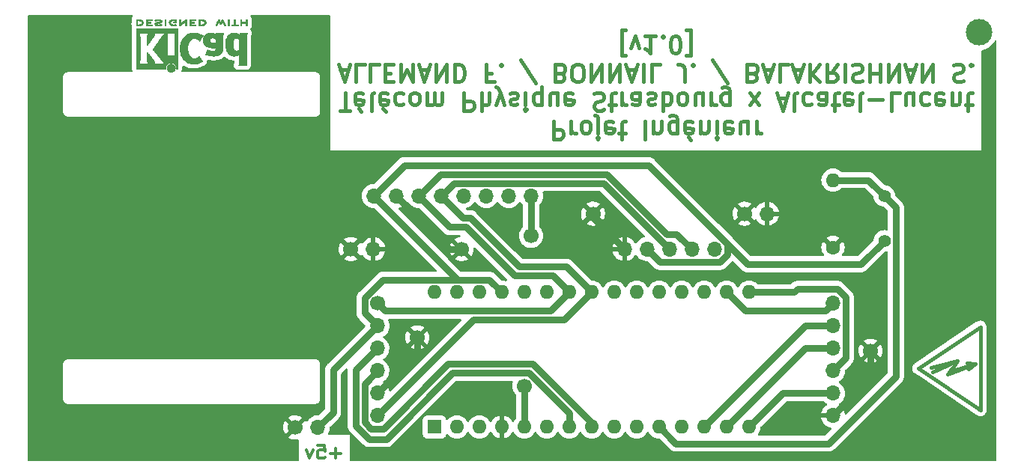
<source format=gbr>
%TF.GenerationSoftware,KiCad,Pcbnew,6.0.11-2627ca5db0~126~ubuntu22.04.1*%
%TF.CreationDate,2023-02-14T15:09:55+01:00*%
%TF.ProjectId,pcb,7063622e-6b69-4636-9164-5f7063625858,rev?*%
%TF.SameCoordinates,Original*%
%TF.FileFunction,Copper,L2,Bot*%
%TF.FilePolarity,Positive*%
%FSLAX46Y46*%
G04 Gerber Fmt 4.6, Leading zero omitted, Abs format (unit mm)*
G04 Created by KiCad (PCBNEW 6.0.11-2627ca5db0~126~ubuntu22.04.1) date 2023-02-14 15:09:55*
%MOMM*%
%LPD*%
G01*
G04 APERTURE LIST*
%ADD10C,0.400000*%
%TA.AperFunction,NonConductor*%
%ADD11C,0.400000*%
%TD*%
%ADD12C,0.300000*%
%TA.AperFunction,NonConductor*%
%ADD13C,0.300000*%
%TD*%
%TA.AperFunction,EtchedComponent*%
%ADD14C,0.381000*%
%TD*%
%TA.AperFunction,EtchedComponent*%
%ADD15C,0.010000*%
%TD*%
%TA.AperFunction,ComponentPad*%
%ADD16C,1.700000*%
%TD*%
%TA.AperFunction,ComponentPad*%
%ADD17O,1.700000X1.700000*%
%TD*%
%TA.AperFunction,ComponentPad*%
%ADD18R,1.600000X1.600000*%
%TD*%
%TA.AperFunction,ComponentPad*%
%ADD19O,1.600000X1.600000*%
%TD*%
%TA.AperFunction,ComponentPad*%
%ADD20C,1.400000*%
%TD*%
%TA.AperFunction,ComponentPad*%
%ADD21C,1.600000*%
%TD*%
%TA.AperFunction,ViaPad*%
%ADD22C,3.000000*%
%TD*%
%TA.AperFunction,Conductor*%
%ADD23C,0.800000*%
%TD*%
G04 APERTURE END LIST*
D10*
D11*
X129880952Y-77035238D02*
X129880952Y-79035238D01*
X130642857Y-79035238D01*
X130833333Y-78940000D01*
X130928571Y-78844761D01*
X131023809Y-78654285D01*
X131023809Y-78368571D01*
X130928571Y-78178095D01*
X130833333Y-78082857D01*
X130642857Y-77987619D01*
X129880952Y-77987619D01*
X131880952Y-77035238D02*
X131880952Y-78368571D01*
X131880952Y-77987619D02*
X131976190Y-78178095D01*
X132071428Y-78273333D01*
X132261904Y-78368571D01*
X132452380Y-78368571D01*
X133404761Y-77035238D02*
X133214285Y-77130476D01*
X133119047Y-77225714D01*
X133023809Y-77416190D01*
X133023809Y-77987619D01*
X133119047Y-78178095D01*
X133214285Y-78273333D01*
X133404761Y-78368571D01*
X133690476Y-78368571D01*
X133880952Y-78273333D01*
X133976190Y-78178095D01*
X134071428Y-77987619D01*
X134071428Y-77416190D01*
X133976190Y-77225714D01*
X133880952Y-77130476D01*
X133690476Y-77035238D01*
X133404761Y-77035238D01*
X134928571Y-78368571D02*
X134928571Y-76654285D01*
X134833333Y-76463809D01*
X134642857Y-76368571D01*
X134547619Y-76368571D01*
X134928571Y-79035238D02*
X134833333Y-78940000D01*
X134928571Y-78844761D01*
X135023809Y-78940000D01*
X134928571Y-79035238D01*
X134928571Y-78844761D01*
X136642857Y-77130476D02*
X136452380Y-77035238D01*
X136071428Y-77035238D01*
X135880952Y-77130476D01*
X135785714Y-77320952D01*
X135785714Y-78082857D01*
X135880952Y-78273333D01*
X136071428Y-78368571D01*
X136452380Y-78368571D01*
X136642857Y-78273333D01*
X136738095Y-78082857D01*
X136738095Y-77892380D01*
X135785714Y-77701904D01*
X137309523Y-78368571D02*
X138071428Y-78368571D01*
X137595238Y-79035238D02*
X137595238Y-77320952D01*
X137690476Y-77130476D01*
X137880952Y-77035238D01*
X138071428Y-77035238D01*
X140261904Y-77035238D02*
X140261904Y-79035238D01*
X141214285Y-78368571D02*
X141214285Y-77035238D01*
X141214285Y-78178095D02*
X141309523Y-78273333D01*
X141500000Y-78368571D01*
X141785714Y-78368571D01*
X141976190Y-78273333D01*
X142071428Y-78082857D01*
X142071428Y-77035238D01*
X143880952Y-78368571D02*
X143880952Y-76749523D01*
X143785714Y-76559047D01*
X143690476Y-76463809D01*
X143500000Y-76368571D01*
X143214285Y-76368571D01*
X143023809Y-76463809D01*
X143880952Y-77130476D02*
X143690476Y-77035238D01*
X143309523Y-77035238D01*
X143119047Y-77130476D01*
X143023809Y-77225714D01*
X142928571Y-77416190D01*
X142928571Y-77987619D01*
X143023809Y-78178095D01*
X143119047Y-78273333D01*
X143309523Y-78368571D01*
X143690476Y-78368571D01*
X143880952Y-78273333D01*
X145595238Y-77130476D02*
X145404761Y-77035238D01*
X145023809Y-77035238D01*
X144833333Y-77130476D01*
X144738095Y-77320952D01*
X144738095Y-78082857D01*
X144833333Y-78273333D01*
X145023809Y-78368571D01*
X145404761Y-78368571D01*
X145595238Y-78273333D01*
X145690476Y-78082857D01*
X145690476Y-77892380D01*
X144738095Y-77701904D01*
X145404761Y-79130476D02*
X145119047Y-78844761D01*
X146547619Y-78368571D02*
X146547619Y-77035238D01*
X146547619Y-78178095D02*
X146642857Y-78273333D01*
X146833333Y-78368571D01*
X147119047Y-78368571D01*
X147309523Y-78273333D01*
X147404761Y-78082857D01*
X147404761Y-77035238D01*
X148357142Y-77035238D02*
X148357142Y-78368571D01*
X148357142Y-79035238D02*
X148261904Y-78940000D01*
X148357142Y-78844761D01*
X148452380Y-78940000D01*
X148357142Y-79035238D01*
X148357142Y-78844761D01*
X150071428Y-77130476D02*
X149880952Y-77035238D01*
X149500000Y-77035238D01*
X149309523Y-77130476D01*
X149214285Y-77320952D01*
X149214285Y-78082857D01*
X149309523Y-78273333D01*
X149500000Y-78368571D01*
X149880952Y-78368571D01*
X150071428Y-78273333D01*
X150166666Y-78082857D01*
X150166666Y-77892380D01*
X149214285Y-77701904D01*
X151880952Y-78368571D02*
X151880952Y-77035238D01*
X151023809Y-78368571D02*
X151023809Y-77320952D01*
X151119047Y-77130476D01*
X151309523Y-77035238D01*
X151595238Y-77035238D01*
X151785714Y-77130476D01*
X151880952Y-77225714D01*
X152833333Y-77035238D02*
X152833333Y-78368571D01*
X152833333Y-77987619D02*
X152928571Y-78178095D01*
X153023809Y-78273333D01*
X153214285Y-78368571D01*
X153404761Y-78368571D01*
X105785714Y-75815238D02*
X106928571Y-75815238D01*
X106357142Y-73815238D02*
X106357142Y-75815238D01*
X108357142Y-73910476D02*
X108166666Y-73815238D01*
X107785714Y-73815238D01*
X107595238Y-73910476D01*
X107500000Y-74100952D01*
X107500000Y-74862857D01*
X107595238Y-75053333D01*
X107785714Y-75148571D01*
X108166666Y-75148571D01*
X108357142Y-75053333D01*
X108452380Y-74862857D01*
X108452380Y-74672380D01*
X107500000Y-74481904D01*
X108166666Y-75910476D02*
X107880952Y-75624761D01*
X109595238Y-73815238D02*
X109404761Y-73910476D01*
X109309523Y-74100952D01*
X109309523Y-75815238D01*
X111119047Y-73910476D02*
X110928571Y-73815238D01*
X110547619Y-73815238D01*
X110357142Y-73910476D01*
X110261904Y-74100952D01*
X110261904Y-74862857D01*
X110357142Y-75053333D01*
X110547619Y-75148571D01*
X110928571Y-75148571D01*
X111119047Y-75053333D01*
X111214285Y-74862857D01*
X111214285Y-74672380D01*
X110261904Y-74481904D01*
X110928571Y-75910476D02*
X110642857Y-75624761D01*
X112928571Y-73910476D02*
X112738095Y-73815238D01*
X112357142Y-73815238D01*
X112166666Y-73910476D01*
X112071428Y-74005714D01*
X111976190Y-74196190D01*
X111976190Y-74767619D01*
X112071428Y-74958095D01*
X112166666Y-75053333D01*
X112357142Y-75148571D01*
X112738095Y-75148571D01*
X112928571Y-75053333D01*
X114071428Y-73815238D02*
X113880952Y-73910476D01*
X113785714Y-74005714D01*
X113690476Y-74196190D01*
X113690476Y-74767619D01*
X113785714Y-74958095D01*
X113880952Y-75053333D01*
X114071428Y-75148571D01*
X114357142Y-75148571D01*
X114547619Y-75053333D01*
X114642857Y-74958095D01*
X114738095Y-74767619D01*
X114738095Y-74196190D01*
X114642857Y-74005714D01*
X114547619Y-73910476D01*
X114357142Y-73815238D01*
X114071428Y-73815238D01*
X115595238Y-73815238D02*
X115595238Y-75148571D01*
X115595238Y-74958095D02*
X115690476Y-75053333D01*
X115880952Y-75148571D01*
X116166666Y-75148571D01*
X116357142Y-75053333D01*
X116452380Y-74862857D01*
X116452380Y-73815238D01*
X116452380Y-74862857D02*
X116547619Y-75053333D01*
X116738095Y-75148571D01*
X117023809Y-75148571D01*
X117214285Y-75053333D01*
X117309523Y-74862857D01*
X117309523Y-73815238D01*
X119785714Y-73815238D02*
X119785714Y-75815238D01*
X120547619Y-75815238D01*
X120738095Y-75720000D01*
X120833333Y-75624761D01*
X120928571Y-75434285D01*
X120928571Y-75148571D01*
X120833333Y-74958095D01*
X120738095Y-74862857D01*
X120547619Y-74767619D01*
X119785714Y-74767619D01*
X121785714Y-73815238D02*
X121785714Y-75815238D01*
X122642857Y-73815238D02*
X122642857Y-74862857D01*
X122547619Y-75053333D01*
X122357142Y-75148571D01*
X122071428Y-75148571D01*
X121880952Y-75053333D01*
X121785714Y-74958095D01*
X123404761Y-75148571D02*
X123880952Y-73815238D01*
X124357142Y-75148571D02*
X123880952Y-73815238D01*
X123690476Y-73339047D01*
X123595238Y-73243809D01*
X123404761Y-73148571D01*
X125023809Y-73910476D02*
X125214285Y-73815238D01*
X125595238Y-73815238D01*
X125785714Y-73910476D01*
X125880952Y-74100952D01*
X125880952Y-74196190D01*
X125785714Y-74386666D01*
X125595238Y-74481904D01*
X125309523Y-74481904D01*
X125119047Y-74577142D01*
X125023809Y-74767619D01*
X125023809Y-74862857D01*
X125119047Y-75053333D01*
X125309523Y-75148571D01*
X125595238Y-75148571D01*
X125785714Y-75053333D01*
X126738095Y-73815238D02*
X126738095Y-75148571D01*
X126738095Y-75815238D02*
X126642857Y-75720000D01*
X126738095Y-75624761D01*
X126833333Y-75720000D01*
X126738095Y-75815238D01*
X126738095Y-75624761D01*
X128547619Y-75148571D02*
X128547619Y-73148571D01*
X128547619Y-73910476D02*
X128357142Y-73815238D01*
X127976190Y-73815238D01*
X127785714Y-73910476D01*
X127690476Y-74005714D01*
X127595238Y-74196190D01*
X127595238Y-74767619D01*
X127690476Y-74958095D01*
X127785714Y-75053333D01*
X127976190Y-75148571D01*
X128357142Y-75148571D01*
X128547619Y-75053333D01*
X130357142Y-75148571D02*
X130357142Y-73815238D01*
X129500000Y-75148571D02*
X129500000Y-74100952D01*
X129595238Y-73910476D01*
X129785714Y-73815238D01*
X130071428Y-73815238D01*
X130261904Y-73910476D01*
X130357142Y-74005714D01*
X132071428Y-73910476D02*
X131880952Y-73815238D01*
X131500000Y-73815238D01*
X131309523Y-73910476D01*
X131214285Y-74100952D01*
X131214285Y-74862857D01*
X131309523Y-75053333D01*
X131500000Y-75148571D01*
X131880952Y-75148571D01*
X132071428Y-75053333D01*
X132166666Y-74862857D01*
X132166666Y-74672380D01*
X131214285Y-74481904D01*
X134452380Y-73910476D02*
X134738095Y-73815238D01*
X135214285Y-73815238D01*
X135404761Y-73910476D01*
X135500000Y-74005714D01*
X135595238Y-74196190D01*
X135595238Y-74386666D01*
X135500000Y-74577142D01*
X135404761Y-74672380D01*
X135214285Y-74767619D01*
X134833333Y-74862857D01*
X134642857Y-74958095D01*
X134547619Y-75053333D01*
X134452380Y-75243809D01*
X134452380Y-75434285D01*
X134547619Y-75624761D01*
X134642857Y-75720000D01*
X134833333Y-75815238D01*
X135309523Y-75815238D01*
X135595238Y-75720000D01*
X136166666Y-75148571D02*
X136928571Y-75148571D01*
X136452380Y-75815238D02*
X136452380Y-74100952D01*
X136547619Y-73910476D01*
X136738095Y-73815238D01*
X136928571Y-73815238D01*
X137595238Y-73815238D02*
X137595238Y-75148571D01*
X137595238Y-74767619D02*
X137690476Y-74958095D01*
X137785714Y-75053333D01*
X137976190Y-75148571D01*
X138166666Y-75148571D01*
X139690476Y-73815238D02*
X139690476Y-74862857D01*
X139595238Y-75053333D01*
X139404761Y-75148571D01*
X139023809Y-75148571D01*
X138833333Y-75053333D01*
X139690476Y-73910476D02*
X139500000Y-73815238D01*
X139023809Y-73815238D01*
X138833333Y-73910476D01*
X138738095Y-74100952D01*
X138738095Y-74291428D01*
X138833333Y-74481904D01*
X139023809Y-74577142D01*
X139500000Y-74577142D01*
X139690476Y-74672380D01*
X140547619Y-73910476D02*
X140738095Y-73815238D01*
X141119047Y-73815238D01*
X141309523Y-73910476D01*
X141404761Y-74100952D01*
X141404761Y-74196190D01*
X141309523Y-74386666D01*
X141119047Y-74481904D01*
X140833333Y-74481904D01*
X140642857Y-74577142D01*
X140547619Y-74767619D01*
X140547619Y-74862857D01*
X140642857Y-75053333D01*
X140833333Y-75148571D01*
X141119047Y-75148571D01*
X141309523Y-75053333D01*
X142261904Y-73815238D02*
X142261904Y-75815238D01*
X142261904Y-75053333D02*
X142452380Y-75148571D01*
X142833333Y-75148571D01*
X143023809Y-75053333D01*
X143119047Y-74958095D01*
X143214285Y-74767619D01*
X143214285Y-74196190D01*
X143119047Y-74005714D01*
X143023809Y-73910476D01*
X142833333Y-73815238D01*
X142452380Y-73815238D01*
X142261904Y-73910476D01*
X144357142Y-73815238D02*
X144166666Y-73910476D01*
X144071428Y-74005714D01*
X143976190Y-74196190D01*
X143976190Y-74767619D01*
X144071428Y-74958095D01*
X144166666Y-75053333D01*
X144357142Y-75148571D01*
X144642857Y-75148571D01*
X144833333Y-75053333D01*
X144928571Y-74958095D01*
X145023809Y-74767619D01*
X145023809Y-74196190D01*
X144928571Y-74005714D01*
X144833333Y-73910476D01*
X144642857Y-73815238D01*
X144357142Y-73815238D01*
X146738095Y-75148571D02*
X146738095Y-73815238D01*
X145880952Y-75148571D02*
X145880952Y-74100952D01*
X145976190Y-73910476D01*
X146166666Y-73815238D01*
X146452380Y-73815238D01*
X146642857Y-73910476D01*
X146738095Y-74005714D01*
X147690476Y-73815238D02*
X147690476Y-75148571D01*
X147690476Y-74767619D02*
X147785714Y-74958095D01*
X147880952Y-75053333D01*
X148071428Y-75148571D01*
X148261904Y-75148571D01*
X149785714Y-75148571D02*
X149785714Y-73529523D01*
X149690476Y-73339047D01*
X149595238Y-73243809D01*
X149404761Y-73148571D01*
X149119047Y-73148571D01*
X148928571Y-73243809D01*
X149785714Y-73910476D02*
X149595238Y-73815238D01*
X149214285Y-73815238D01*
X149023809Y-73910476D01*
X148928571Y-74005714D01*
X148833333Y-74196190D01*
X148833333Y-74767619D01*
X148928571Y-74958095D01*
X149023809Y-75053333D01*
X149214285Y-75148571D01*
X149595238Y-75148571D01*
X149785714Y-75053333D01*
X152071428Y-73815238D02*
X153119047Y-75148571D01*
X152071428Y-75148571D02*
X153119047Y-73815238D01*
X155309523Y-74386666D02*
X156261904Y-74386666D01*
X155119047Y-73815238D02*
X155785714Y-75815238D01*
X156452380Y-73815238D01*
X157404761Y-73815238D02*
X157214285Y-73910476D01*
X157119047Y-74100952D01*
X157119047Y-75815238D01*
X159023809Y-73910476D02*
X158833333Y-73815238D01*
X158452380Y-73815238D01*
X158261904Y-73910476D01*
X158166666Y-74005714D01*
X158071428Y-74196190D01*
X158071428Y-74767619D01*
X158166666Y-74958095D01*
X158261904Y-75053333D01*
X158452380Y-75148571D01*
X158833333Y-75148571D01*
X159023809Y-75053333D01*
X160738095Y-73815238D02*
X160738095Y-74862857D01*
X160642857Y-75053333D01*
X160452380Y-75148571D01*
X160071428Y-75148571D01*
X159880952Y-75053333D01*
X160738095Y-73910476D02*
X160547619Y-73815238D01*
X160071428Y-73815238D01*
X159880952Y-73910476D01*
X159785714Y-74100952D01*
X159785714Y-74291428D01*
X159880952Y-74481904D01*
X160071428Y-74577142D01*
X160547619Y-74577142D01*
X160738095Y-74672380D01*
X161404761Y-75148571D02*
X162166666Y-75148571D01*
X161690476Y-75815238D02*
X161690476Y-74100952D01*
X161785714Y-73910476D01*
X161976190Y-73815238D01*
X162166666Y-73815238D01*
X163595238Y-73910476D02*
X163404761Y-73815238D01*
X163023809Y-73815238D01*
X162833333Y-73910476D01*
X162738095Y-74100952D01*
X162738095Y-74862857D01*
X162833333Y-75053333D01*
X163023809Y-75148571D01*
X163404761Y-75148571D01*
X163595238Y-75053333D01*
X163690476Y-74862857D01*
X163690476Y-74672380D01*
X162738095Y-74481904D01*
X164833333Y-73815238D02*
X164642857Y-73910476D01*
X164547619Y-74100952D01*
X164547619Y-75815238D01*
X165595238Y-74577142D02*
X167119047Y-74577142D01*
X169023809Y-73815238D02*
X168071428Y-73815238D01*
X168071428Y-75815238D01*
X170547619Y-75148571D02*
X170547619Y-73815238D01*
X169690476Y-75148571D02*
X169690476Y-74100952D01*
X169785714Y-73910476D01*
X169976190Y-73815238D01*
X170261904Y-73815238D01*
X170452380Y-73910476D01*
X170547619Y-74005714D01*
X172357142Y-73910476D02*
X172166666Y-73815238D01*
X171785714Y-73815238D01*
X171595238Y-73910476D01*
X171500000Y-74005714D01*
X171404761Y-74196190D01*
X171404761Y-74767619D01*
X171500000Y-74958095D01*
X171595238Y-75053333D01*
X171785714Y-75148571D01*
X172166666Y-75148571D01*
X172357142Y-75053333D01*
X173976190Y-73910476D02*
X173785714Y-73815238D01*
X173404761Y-73815238D01*
X173214285Y-73910476D01*
X173119047Y-74100952D01*
X173119047Y-74862857D01*
X173214285Y-75053333D01*
X173404761Y-75148571D01*
X173785714Y-75148571D01*
X173976190Y-75053333D01*
X174071428Y-74862857D01*
X174071428Y-74672380D01*
X173119047Y-74481904D01*
X174928571Y-75148571D02*
X174928571Y-73815238D01*
X174928571Y-74958095D02*
X175023809Y-75053333D01*
X175214285Y-75148571D01*
X175500000Y-75148571D01*
X175690476Y-75053333D01*
X175785714Y-74862857D01*
X175785714Y-73815238D01*
X176452380Y-75148571D02*
X177214285Y-75148571D01*
X176738095Y-75815238D02*
X176738095Y-74100952D01*
X176833333Y-73910476D01*
X177023809Y-73815238D01*
X177214285Y-73815238D01*
X105785714Y-71166666D02*
X106738095Y-71166666D01*
X105595238Y-70595238D02*
X106261904Y-72595238D01*
X106928571Y-70595238D01*
X108547619Y-70595238D02*
X107595238Y-70595238D01*
X107595238Y-72595238D01*
X110166666Y-70595238D02*
X109214285Y-70595238D01*
X109214285Y-72595238D01*
X110833333Y-71642857D02*
X111500000Y-71642857D01*
X111785714Y-70595238D02*
X110833333Y-70595238D01*
X110833333Y-72595238D01*
X111785714Y-72595238D01*
X112642857Y-70595238D02*
X112642857Y-72595238D01*
X113309523Y-71166666D01*
X113976190Y-72595238D01*
X113976190Y-70595238D01*
X114833333Y-71166666D02*
X115785714Y-71166666D01*
X114642857Y-70595238D02*
X115309523Y-72595238D01*
X115976190Y-70595238D01*
X116642857Y-70595238D02*
X116642857Y-72595238D01*
X117785714Y-70595238D01*
X117785714Y-72595238D01*
X118738095Y-70595238D02*
X118738095Y-72595238D01*
X119214285Y-72595238D01*
X119500000Y-72500000D01*
X119690476Y-72309523D01*
X119785714Y-72119047D01*
X119880952Y-71738095D01*
X119880952Y-71452380D01*
X119785714Y-71071428D01*
X119690476Y-70880952D01*
X119500000Y-70690476D01*
X119214285Y-70595238D01*
X118738095Y-70595238D01*
X122928571Y-71642857D02*
X122261904Y-71642857D01*
X122261904Y-70595238D02*
X122261904Y-72595238D01*
X123214285Y-72595238D01*
X123976190Y-70785714D02*
X124071428Y-70690476D01*
X123976190Y-70595238D01*
X123880952Y-70690476D01*
X123976190Y-70785714D01*
X123976190Y-70595238D01*
X127880952Y-72690476D02*
X126166666Y-70119047D01*
X130738095Y-71642857D02*
X131023809Y-71547619D01*
X131119047Y-71452380D01*
X131214285Y-71261904D01*
X131214285Y-70976190D01*
X131119047Y-70785714D01*
X131023809Y-70690476D01*
X130833333Y-70595238D01*
X130071428Y-70595238D01*
X130071428Y-72595238D01*
X130738095Y-72595238D01*
X130928571Y-72500000D01*
X131023809Y-72404761D01*
X131119047Y-72214285D01*
X131119047Y-72023809D01*
X131023809Y-71833333D01*
X130928571Y-71738095D01*
X130738095Y-71642857D01*
X130071428Y-71642857D01*
X132452380Y-72595238D02*
X132833333Y-72595238D01*
X133023809Y-72500000D01*
X133214285Y-72309523D01*
X133309523Y-71928571D01*
X133309523Y-71261904D01*
X133214285Y-70880952D01*
X133023809Y-70690476D01*
X132833333Y-70595238D01*
X132452380Y-70595238D01*
X132261904Y-70690476D01*
X132071428Y-70880952D01*
X131976190Y-71261904D01*
X131976190Y-71928571D01*
X132071428Y-72309523D01*
X132261904Y-72500000D01*
X132452380Y-72595238D01*
X134166666Y-70595238D02*
X134166666Y-72595238D01*
X135309523Y-70595238D01*
X135309523Y-72595238D01*
X136261904Y-70595238D02*
X136261904Y-72595238D01*
X137404761Y-70595238D01*
X137404761Y-72595238D01*
X138261904Y-71166666D02*
X139214285Y-71166666D01*
X138071428Y-70595238D02*
X138738095Y-72595238D01*
X139404761Y-70595238D01*
X140071428Y-70595238D02*
X140071428Y-72595238D01*
X141976190Y-70595238D02*
X141023809Y-70595238D01*
X141023809Y-72595238D01*
X144738095Y-72595238D02*
X144738095Y-71166666D01*
X144642857Y-70880952D01*
X144452380Y-70690476D01*
X144166666Y-70595238D01*
X143976190Y-70595238D01*
X145690476Y-70785714D02*
X145785714Y-70690476D01*
X145690476Y-70595238D01*
X145595238Y-70690476D01*
X145690476Y-70785714D01*
X145690476Y-70595238D01*
X149595238Y-72690476D02*
X147880952Y-70119047D01*
X152452380Y-71642857D02*
X152738095Y-71547619D01*
X152833333Y-71452380D01*
X152928571Y-71261904D01*
X152928571Y-70976190D01*
X152833333Y-70785714D01*
X152738095Y-70690476D01*
X152547619Y-70595238D01*
X151785714Y-70595238D01*
X151785714Y-72595238D01*
X152452380Y-72595238D01*
X152642857Y-72500000D01*
X152738095Y-72404761D01*
X152833333Y-72214285D01*
X152833333Y-72023809D01*
X152738095Y-71833333D01*
X152642857Y-71738095D01*
X152452380Y-71642857D01*
X151785714Y-71642857D01*
X153690476Y-71166666D02*
X154642857Y-71166666D01*
X153500000Y-70595238D02*
X154166666Y-72595238D01*
X154833333Y-70595238D01*
X156452380Y-70595238D02*
X155500000Y-70595238D01*
X155500000Y-72595238D01*
X157023809Y-71166666D02*
X157976190Y-71166666D01*
X156833333Y-70595238D02*
X157500000Y-72595238D01*
X158166666Y-70595238D01*
X158833333Y-70595238D02*
X158833333Y-72595238D01*
X159976190Y-70595238D02*
X159119047Y-71738095D01*
X159976190Y-72595238D02*
X158833333Y-71452380D01*
X161976190Y-70595238D02*
X161309523Y-71547619D01*
X160833333Y-70595238D02*
X160833333Y-72595238D01*
X161595238Y-72595238D01*
X161785714Y-72500000D01*
X161880952Y-72404761D01*
X161976190Y-72214285D01*
X161976190Y-71928571D01*
X161880952Y-71738095D01*
X161785714Y-71642857D01*
X161595238Y-71547619D01*
X160833333Y-71547619D01*
X162833333Y-70595238D02*
X162833333Y-72595238D01*
X163690476Y-70690476D02*
X163976190Y-70595238D01*
X164452380Y-70595238D01*
X164642857Y-70690476D01*
X164738095Y-70785714D01*
X164833333Y-70976190D01*
X164833333Y-71166666D01*
X164738095Y-71357142D01*
X164642857Y-71452380D01*
X164452380Y-71547619D01*
X164071428Y-71642857D01*
X163880952Y-71738095D01*
X163785714Y-71833333D01*
X163690476Y-72023809D01*
X163690476Y-72214285D01*
X163785714Y-72404761D01*
X163880952Y-72500000D01*
X164071428Y-72595238D01*
X164547619Y-72595238D01*
X164833333Y-72500000D01*
X165690476Y-70595238D02*
X165690476Y-72595238D01*
X165690476Y-71642857D02*
X166833333Y-71642857D01*
X166833333Y-70595238D02*
X166833333Y-72595238D01*
X167785714Y-70595238D02*
X167785714Y-72595238D01*
X168928571Y-70595238D01*
X168928571Y-72595238D01*
X169785714Y-71166666D02*
X170738095Y-71166666D01*
X169595238Y-70595238D02*
X170261904Y-72595238D01*
X170928571Y-70595238D01*
X171595238Y-70595238D02*
X171595238Y-72595238D01*
X172738095Y-70595238D01*
X172738095Y-72595238D01*
X175119047Y-70690476D02*
X175404761Y-70595238D01*
X175880952Y-70595238D01*
X176071428Y-70690476D01*
X176166666Y-70785714D01*
X176261904Y-70976190D01*
X176261904Y-71166666D01*
X176166666Y-71357142D01*
X176071428Y-71452380D01*
X175880952Y-71547619D01*
X175500000Y-71642857D01*
X175309523Y-71738095D01*
X175214285Y-71833333D01*
X175119047Y-72023809D01*
X175119047Y-72214285D01*
X175214285Y-72404761D01*
X175309523Y-72500000D01*
X175500000Y-72595238D01*
X175976190Y-72595238D01*
X176261904Y-72500000D01*
X177119047Y-70785714D02*
X177214285Y-70690476D01*
X177119047Y-70595238D01*
X177023809Y-70690476D01*
X177119047Y-70785714D01*
X177119047Y-70595238D01*
X138071428Y-66708571D02*
X137595238Y-66708571D01*
X137595238Y-69565714D01*
X138071428Y-69565714D01*
X138642857Y-68708571D02*
X139119047Y-67375238D01*
X139595238Y-68708571D01*
X141404761Y-67375238D02*
X140261904Y-67375238D01*
X140833333Y-67375238D02*
X140833333Y-69375238D01*
X140642857Y-69089523D01*
X140452380Y-68899047D01*
X140261904Y-68803809D01*
X142261904Y-67565714D02*
X142357142Y-67470476D01*
X142261904Y-67375238D01*
X142166666Y-67470476D01*
X142261904Y-67565714D01*
X142261904Y-67375238D01*
X143595238Y-69375238D02*
X143785714Y-69375238D01*
X143976190Y-69280000D01*
X144071428Y-69184761D01*
X144166666Y-68994285D01*
X144261904Y-68613333D01*
X144261904Y-68137142D01*
X144166666Y-67756190D01*
X144071428Y-67565714D01*
X143976190Y-67470476D01*
X143785714Y-67375238D01*
X143595238Y-67375238D01*
X143404761Y-67470476D01*
X143309523Y-67565714D01*
X143214285Y-67756190D01*
X143119047Y-68137142D01*
X143119047Y-68613333D01*
X143214285Y-68994285D01*
X143309523Y-69184761D01*
X143404761Y-69280000D01*
X143595238Y-69375238D01*
X144928571Y-66708571D02*
X145404761Y-66708571D01*
X145404761Y-69565714D01*
X144928571Y-69565714D01*
D12*
D13*
X105857142Y-114607142D02*
X104714285Y-114607142D01*
X105285714Y-115178571D02*
X105285714Y-114035714D01*
X103285714Y-113678571D02*
X104000000Y-113678571D01*
X104071428Y-114392857D01*
X104000000Y-114321428D01*
X103857142Y-114250000D01*
X103500000Y-114250000D01*
X103357142Y-114321428D01*
X103285714Y-114392857D01*
X103214285Y-114535714D01*
X103214285Y-114892857D01*
X103285714Y-115035714D01*
X103357142Y-115107142D01*
X103500000Y-115178571D01*
X103857142Y-115178571D01*
X104000000Y-115107142D01*
X104071428Y-115035714D01*
X102714285Y-114178571D02*
X102357142Y-115178571D01*
X102000000Y-114178571D01*
D14*
%TO.C,REF\u002A\u002A*%
X174751970Y-105299720D02*
X177551050Y-104502160D01*
X177551050Y-104502160D02*
X174452250Y-105701040D01*
X177551050Y-104502160D02*
X176651890Y-104400560D01*
X175552070Y-104100840D02*
X174751970Y-105299720D01*
X174452250Y-105701040D02*
X174851030Y-105101600D01*
X172552330Y-104900940D02*
X175552070Y-104100840D01*
X177551050Y-104502160D02*
X176852550Y-105101600D01*
X171160410Y-105000000D02*
X178145410Y-109699000D01*
X175552070Y-104100840D02*
X172750450Y-105401320D01*
X178145410Y-109699000D02*
X178145410Y-100301000D01*
X178145410Y-100301000D02*
X171160410Y-105000000D01*
G36*
X92075954Y-65504259D02*
G01*
X92081319Y-65508956D01*
X92097148Y-65531107D01*
X92119350Y-65567868D01*
X92145767Y-65615585D01*
X92174240Y-65670607D01*
X92254014Y-65829850D01*
X92327201Y-65683258D01*
X92336897Y-65663968D01*
X92363875Y-65611620D01*
X92387904Y-65566830D01*
X92406668Y-65533846D01*
X92417854Y-65516911D01*
X92419000Y-65515668D01*
X92447121Y-65500381D01*
X92482183Y-65498698D01*
X92513224Y-65511267D01*
X92515650Y-65514116D01*
X92527910Y-65534741D01*
X92547648Y-65572292D01*
X92573552Y-65624120D01*
X92604315Y-65687577D01*
X92638625Y-65760015D01*
X92675175Y-65838784D01*
X92695415Y-65882907D01*
X92732188Y-65963635D01*
X92760645Y-66027313D01*
X92781669Y-66076248D01*
X92796146Y-66112743D01*
X92804961Y-66139105D01*
X92808996Y-66157639D01*
X92809138Y-66170648D01*
X92806270Y-66180439D01*
X92791613Y-66201322D01*
X92765010Y-66221623D01*
X92764255Y-66221965D01*
X92744665Y-66228966D01*
X92727210Y-66229496D01*
X92710298Y-66221522D01*
X92692337Y-66203011D01*
X92671737Y-66171929D01*
X92646905Y-66126244D01*
X92616250Y-66063922D01*
X92578180Y-65982929D01*
X92563546Y-65951546D01*
X92533797Y-65888362D01*
X92507703Y-65833756D01*
X92486708Y-65790710D01*
X92472261Y-65762207D01*
X92465809Y-65751230D01*
X92464450Y-65751811D01*
X92454458Y-65765758D01*
X92437167Y-65795296D01*
X92414570Y-65836913D01*
X92388662Y-65887097D01*
X92372689Y-65918586D01*
X92343739Y-65973939D01*
X92321251Y-66012956D01*
X92303035Y-66038434D01*
X92286904Y-66053169D01*
X92270670Y-66059958D01*
X92252143Y-66061600D01*
X92241640Y-66061125D01*
X92225524Y-66056918D01*
X92210210Y-66046054D01*
X92193612Y-66025781D01*
X92173643Y-65993346D01*
X92148217Y-65945996D01*
X92115248Y-65880978D01*
X92105515Y-65861723D01*
X92081057Y-65815054D01*
X92060822Y-65778891D01*
X92046689Y-65756503D01*
X92040540Y-65751155D01*
X92039173Y-65754427D01*
X92029798Y-65775336D01*
X92012938Y-65812275D01*
X91990021Y-65862126D01*
X91962480Y-65921774D01*
X91931745Y-65988102D01*
X91905030Y-66045323D01*
X91875407Y-66107312D01*
X91852336Y-66153051D01*
X91834357Y-66185092D01*
X91820010Y-66205986D01*
X91807834Y-66218282D01*
X91796368Y-66224534D01*
X91786958Y-66227426D01*
X91761853Y-66227575D01*
X91734710Y-66212232D01*
X91733410Y-66211247D01*
X91711326Y-66188612D01*
X91700277Y-66166387D01*
X91700231Y-66165747D01*
X91704772Y-66148085D01*
X91717636Y-66113519D01*
X91737395Y-66065174D01*
X91762619Y-66006175D01*
X91791881Y-65939645D01*
X91823750Y-65868709D01*
X91856799Y-65796493D01*
X91889599Y-65726120D01*
X91920720Y-65660715D01*
X91948735Y-65603403D01*
X91972214Y-65557308D01*
X91989728Y-65525554D01*
X91999849Y-65511267D01*
X92034257Y-65497898D01*
X92075954Y-65504259D01*
G37*
D15*
X92075954Y-65504259D02*
X92081319Y-65508956D01*
X92097148Y-65531107D01*
X92119350Y-65567868D01*
X92145767Y-65615585D01*
X92174240Y-65670607D01*
X92254014Y-65829850D01*
X92327201Y-65683258D01*
X92336897Y-65663968D01*
X92363875Y-65611620D01*
X92387904Y-65566830D01*
X92406668Y-65533846D01*
X92417854Y-65516911D01*
X92419000Y-65515668D01*
X92447121Y-65500381D01*
X92482183Y-65498698D01*
X92513224Y-65511267D01*
X92515650Y-65514116D01*
X92527910Y-65534741D01*
X92547648Y-65572292D01*
X92573552Y-65624120D01*
X92604315Y-65687577D01*
X92638625Y-65760015D01*
X92675175Y-65838784D01*
X92695415Y-65882907D01*
X92732188Y-65963635D01*
X92760645Y-66027313D01*
X92781669Y-66076248D01*
X92796146Y-66112743D01*
X92804961Y-66139105D01*
X92808996Y-66157639D01*
X92809138Y-66170648D01*
X92806270Y-66180439D01*
X92791613Y-66201322D01*
X92765010Y-66221623D01*
X92764255Y-66221965D01*
X92744665Y-66228966D01*
X92727210Y-66229496D01*
X92710298Y-66221522D01*
X92692337Y-66203011D01*
X92671737Y-66171929D01*
X92646905Y-66126244D01*
X92616250Y-66063922D01*
X92578180Y-65982929D01*
X92563546Y-65951546D01*
X92533797Y-65888362D01*
X92507703Y-65833756D01*
X92486708Y-65790710D01*
X92472261Y-65762207D01*
X92465809Y-65751230D01*
X92464450Y-65751811D01*
X92454458Y-65765758D01*
X92437167Y-65795296D01*
X92414570Y-65836913D01*
X92388662Y-65887097D01*
X92372689Y-65918586D01*
X92343739Y-65973939D01*
X92321251Y-66012956D01*
X92303035Y-66038434D01*
X92286904Y-66053169D01*
X92270670Y-66059958D01*
X92252143Y-66061600D01*
X92241640Y-66061125D01*
X92225524Y-66056918D01*
X92210210Y-66046054D01*
X92193612Y-66025781D01*
X92173643Y-65993346D01*
X92148217Y-65945996D01*
X92115248Y-65880978D01*
X92105515Y-65861723D01*
X92081057Y-65815054D01*
X92060822Y-65778891D01*
X92046689Y-65756503D01*
X92040540Y-65751155D01*
X92039173Y-65754427D01*
X92029798Y-65775336D01*
X92012938Y-65812275D01*
X91990021Y-65862126D01*
X91962480Y-65921774D01*
X91931745Y-65988102D01*
X91905030Y-66045323D01*
X91875407Y-66107312D01*
X91852336Y-66153051D01*
X91834357Y-66185092D01*
X91820010Y-66205986D01*
X91807834Y-66218282D01*
X91796368Y-66224534D01*
X91786958Y-66227426D01*
X91761853Y-66227575D01*
X91734710Y-66212232D01*
X91733410Y-66211247D01*
X91711326Y-66188612D01*
X91700277Y-66166387D01*
X91700231Y-66165747D01*
X91704772Y-66148085D01*
X91717636Y-66113519D01*
X91737395Y-66065174D01*
X91762619Y-66006175D01*
X91791881Y-65939645D01*
X91823750Y-65868709D01*
X91856799Y-65796493D01*
X91889599Y-65726120D01*
X91920720Y-65660715D01*
X91948735Y-65603403D01*
X91972214Y-65557308D01*
X91989728Y-65525554D01*
X91999849Y-65511267D01*
X92034257Y-65497898D01*
X92075954Y-65504259D01*
G36*
X88363117Y-65501364D02*
G01*
X88376561Y-65511793D01*
X88390073Y-65527526D01*
X88396318Y-65536009D01*
X88401950Y-65546587D01*
X88406161Y-65560745D01*
X88409113Y-65581197D01*
X88410968Y-65610658D01*
X88411887Y-65651839D01*
X88412032Y-65707456D01*
X88411565Y-65780221D01*
X88410648Y-65872849D01*
X88407333Y-66187801D01*
X88380682Y-66209367D01*
X88354617Y-66225559D01*
X88321759Y-66228330D01*
X88287228Y-66209377D01*
X88282916Y-66205792D01*
X88274784Y-66197263D01*
X88268755Y-66185671D01*
X88264394Y-66167765D01*
X88261266Y-66140294D01*
X88258937Y-66100006D01*
X88256971Y-66043649D01*
X88254933Y-65967971D01*
X88249289Y-65748122D01*
X88068666Y-65911916D01*
X87981928Y-65990549D01*
X87906157Y-66058942D01*
X87844020Y-66114292D01*
X87793922Y-66157662D01*
X87754265Y-66190119D01*
X87723452Y-66212727D01*
X87699886Y-66226552D01*
X87681970Y-66232657D01*
X87668107Y-66232108D01*
X87656699Y-66225971D01*
X87646150Y-66215309D01*
X87634864Y-66201189D01*
X87630411Y-66195228D01*
X87624412Y-66184732D01*
X87619833Y-66170907D01*
X87616481Y-66151002D01*
X87614167Y-66122268D01*
X87612699Y-66081955D01*
X87611887Y-66027313D01*
X87611540Y-65955593D01*
X87611466Y-65864044D01*
X87611489Y-65805514D01*
X87611708Y-65726427D01*
X87612317Y-65665484D01*
X87613508Y-65619938D01*
X87615471Y-65587037D01*
X87618397Y-65564032D01*
X87622477Y-65548174D01*
X87627903Y-65536714D01*
X87634864Y-65526900D01*
X87665292Y-65502507D01*
X87700235Y-65499628D01*
X87737216Y-65518718D01*
X87741400Y-65522193D01*
X87749576Y-65530721D01*
X87755636Y-65542272D01*
X87760019Y-65560104D01*
X87763161Y-65587476D01*
X87765498Y-65627646D01*
X87767469Y-65683872D01*
X87769511Y-65759411D01*
X87775155Y-65978542D01*
X88040444Y-65737901D01*
X88114278Y-65671125D01*
X88179458Y-65613009D01*
X88231652Y-65568051D01*
X88272727Y-65535129D01*
X88304545Y-65513121D01*
X88328974Y-65500906D01*
X88347876Y-65497361D01*
X88363117Y-65501364D01*
G37*
X88363117Y-65501364D02*
X88376561Y-65511793D01*
X88390073Y-65527526D01*
X88396318Y-65536009D01*
X88401950Y-65546587D01*
X88406161Y-65560745D01*
X88409113Y-65581197D01*
X88410968Y-65610658D01*
X88411887Y-65651839D01*
X88412032Y-65707456D01*
X88411565Y-65780221D01*
X88410648Y-65872849D01*
X88407333Y-66187801D01*
X88380682Y-66209367D01*
X88354617Y-66225559D01*
X88321759Y-66228330D01*
X88287228Y-66209377D01*
X88282916Y-66205792D01*
X88274784Y-66197263D01*
X88268755Y-66185671D01*
X88264394Y-66167765D01*
X88261266Y-66140294D01*
X88258937Y-66100006D01*
X88256971Y-66043649D01*
X88254933Y-65967971D01*
X88249289Y-65748122D01*
X88068666Y-65911916D01*
X87981928Y-65990549D01*
X87906157Y-66058942D01*
X87844020Y-66114292D01*
X87793922Y-66157662D01*
X87754265Y-66190119D01*
X87723452Y-66212727D01*
X87699886Y-66226552D01*
X87681970Y-66232657D01*
X87668107Y-66232108D01*
X87656699Y-66225971D01*
X87646150Y-66215309D01*
X87634864Y-66201189D01*
X87630411Y-66195228D01*
X87624412Y-66184732D01*
X87619833Y-66170907D01*
X87616481Y-66151002D01*
X87614167Y-66122268D01*
X87612699Y-66081955D01*
X87611887Y-66027313D01*
X87611540Y-65955593D01*
X87611466Y-65864044D01*
X87611489Y-65805514D01*
X87611708Y-65726427D01*
X87612317Y-65665484D01*
X87613508Y-65619938D01*
X87615471Y-65587037D01*
X87618397Y-65564032D01*
X87622477Y-65548174D01*
X87627903Y-65536714D01*
X87634864Y-65526900D01*
X87665292Y-65502507D01*
X87700235Y-65499628D01*
X87737216Y-65518718D01*
X87741400Y-65522193D01*
X87749576Y-65530721D01*
X87755636Y-65542272D01*
X87760019Y-65560104D01*
X87763161Y-65587476D01*
X87765498Y-65627646D01*
X87767469Y-65683872D01*
X87769511Y-65759411D01*
X87775155Y-65978542D01*
X88040444Y-65737901D01*
X88114278Y-65671125D01*
X88179458Y-65613009D01*
X88231652Y-65568051D01*
X88272727Y-65535129D01*
X88304545Y-65513121D01*
X88328974Y-65500906D01*
X88347876Y-65497361D01*
X88363117Y-65501364D01*
G36*
X93910666Y-65519733D02*
G01*
X93917645Y-65527809D01*
X93923117Y-65538407D01*
X93927137Y-65554251D01*
X93929928Y-65578227D01*
X93931712Y-65613226D01*
X93932711Y-65662136D01*
X93933148Y-65727846D01*
X93933244Y-65813244D01*
X93933244Y-66084178D01*
X94079180Y-66084178D01*
X94090280Y-66084179D01*
X94146798Y-66084404D01*
X94185642Y-66085543D01*
X94211035Y-66088343D01*
X94227196Y-66093550D01*
X94238348Y-66101911D01*
X94248711Y-66114174D01*
X94264559Y-66144862D01*
X94261457Y-66178642D01*
X94235813Y-66211178D01*
X94230871Y-66214895D01*
X94220662Y-66219731D01*
X94205236Y-66223494D01*
X94182114Y-66226317D01*
X94148817Y-66228330D01*
X94102863Y-66229667D01*
X94041772Y-66230458D01*
X93963065Y-66230837D01*
X93864260Y-66230933D01*
X93844233Y-66230932D01*
X93750110Y-66230842D01*
X93675595Y-66230502D01*
X93618189Y-66229761D01*
X93575389Y-66228465D01*
X93544696Y-66226463D01*
X93523609Y-66223604D01*
X93509627Y-66219734D01*
X93500250Y-66214702D01*
X93492978Y-66208355D01*
X93474172Y-66175638D01*
X93472725Y-66138061D01*
X93489083Y-66104822D01*
X93490443Y-66103369D01*
X93501646Y-66095008D01*
X93518748Y-66089453D01*
X93545918Y-66086160D01*
X93587322Y-66084582D01*
X93647127Y-66084178D01*
X93786489Y-66084178D01*
X93786489Y-65820411D01*
X93786564Y-65744583D01*
X93786972Y-65677917D01*
X93787954Y-65628133D01*
X93789750Y-65592216D01*
X93792601Y-65567150D01*
X93796747Y-65549919D01*
X93802429Y-65537508D01*
X93809886Y-65526900D01*
X93812176Y-65524094D01*
X93843354Y-65501452D01*
X93877734Y-65499888D01*
X93910666Y-65519733D01*
G37*
X93910666Y-65519733D02*
X93917645Y-65527809D01*
X93923117Y-65538407D01*
X93927137Y-65554251D01*
X93929928Y-65578227D01*
X93931712Y-65613226D01*
X93932711Y-65662136D01*
X93933148Y-65727846D01*
X93933244Y-65813244D01*
X93933244Y-66084178D01*
X94079180Y-66084178D01*
X94090280Y-66084179D01*
X94146798Y-66084404D01*
X94185642Y-66085543D01*
X94211035Y-66088343D01*
X94227196Y-66093550D01*
X94238348Y-66101911D01*
X94248711Y-66114174D01*
X94264559Y-66144862D01*
X94261457Y-66178642D01*
X94235813Y-66211178D01*
X94230871Y-66214895D01*
X94220662Y-66219731D01*
X94205236Y-66223494D01*
X94182114Y-66226317D01*
X94148817Y-66228330D01*
X94102863Y-66229667D01*
X94041772Y-66230458D01*
X93963065Y-66230837D01*
X93864260Y-66230933D01*
X93844233Y-66230932D01*
X93750110Y-66230842D01*
X93675595Y-66230502D01*
X93618189Y-66229761D01*
X93575389Y-66228465D01*
X93544696Y-66226463D01*
X93523609Y-66223604D01*
X93509627Y-66219734D01*
X93500250Y-66214702D01*
X93492978Y-66208355D01*
X93474172Y-66175638D01*
X93472725Y-66138061D01*
X93489083Y-66104822D01*
X93490443Y-66103369D01*
X93501646Y-66095008D01*
X93518748Y-66089453D01*
X93545918Y-66086160D01*
X93587322Y-66084582D01*
X93647127Y-66084178D01*
X93786489Y-66084178D01*
X93786489Y-65820411D01*
X93786564Y-65744583D01*
X93786972Y-65677917D01*
X93787954Y-65628133D01*
X93789750Y-65592216D01*
X93792601Y-65567150D01*
X93796747Y-65549919D01*
X93802429Y-65537508D01*
X93809886Y-65526900D01*
X93812176Y-65524094D01*
X93843354Y-65501452D01*
X93877734Y-65499888D01*
X93910666Y-65519733D01*
G36*
X94590144Y-65502396D02*
G01*
X94621047Y-65526900D01*
X94630056Y-65540103D01*
X94637508Y-65558639D01*
X94641876Y-65584667D01*
X94643931Y-65623213D01*
X94644444Y-65679300D01*
X94644444Y-65801955D01*
X95141155Y-65801955D01*
X95141155Y-65667129D01*
X95141228Y-65631338D01*
X95141991Y-65585008D01*
X95144167Y-65554474D01*
X95148464Y-65535443D01*
X95155588Y-65523626D01*
X95166245Y-65514729D01*
X95198496Y-65499659D01*
X95233783Y-65502327D01*
X95264514Y-65526900D01*
X95269169Y-65533155D01*
X95275105Y-65543679D01*
X95279636Y-65557609D01*
X95282952Y-65577683D01*
X95285241Y-65606640D01*
X95286692Y-65647220D01*
X95287495Y-65702160D01*
X95287838Y-65774201D01*
X95287911Y-65866080D01*
X95287911Y-66175515D01*
X95260202Y-66203224D01*
X95228823Y-66225467D01*
X95195594Y-66228156D01*
X95163733Y-66208355D01*
X95155447Y-66198585D01*
X95148035Y-66182693D01*
X95143698Y-66158725D01*
X95141662Y-66121852D01*
X95141155Y-66067244D01*
X95141155Y-65948711D01*
X94644444Y-65948711D01*
X94644444Y-66064224D01*
X94644006Y-66115922D01*
X94642042Y-66150446D01*
X94637526Y-66173022D01*
X94629433Y-66188874D01*
X94616735Y-66203224D01*
X94585357Y-66225467D01*
X94552128Y-66228156D01*
X94520266Y-66208355D01*
X94514634Y-66202165D01*
X94509544Y-66193959D01*
X94505457Y-66182183D01*
X94502279Y-66164724D01*
X94499913Y-66139470D01*
X94498262Y-66104310D01*
X94497231Y-66057131D01*
X94496723Y-65995823D01*
X94496641Y-65918273D01*
X94496891Y-65822369D01*
X94497375Y-65706000D01*
X94497443Y-65691825D01*
X94498029Y-65630063D01*
X94499352Y-65586380D01*
X94501897Y-65556999D01*
X94506152Y-65538145D01*
X94512604Y-65526041D01*
X94521738Y-65516911D01*
X94555196Y-65499494D01*
X94590144Y-65502396D01*
G37*
X94590144Y-65502396D02*
X94621047Y-65526900D01*
X94630056Y-65540103D01*
X94637508Y-65558639D01*
X94641876Y-65584667D01*
X94643931Y-65623213D01*
X94644444Y-65679300D01*
X94644444Y-65801955D01*
X95141155Y-65801955D01*
X95141155Y-65667129D01*
X95141228Y-65631338D01*
X95141991Y-65585008D01*
X95144167Y-65554474D01*
X95148464Y-65535443D01*
X95155588Y-65523626D01*
X95166245Y-65514729D01*
X95198496Y-65499659D01*
X95233783Y-65502327D01*
X95264514Y-65526900D01*
X95269169Y-65533155D01*
X95275105Y-65543679D01*
X95279636Y-65557609D01*
X95282952Y-65577683D01*
X95285241Y-65606640D01*
X95286692Y-65647220D01*
X95287495Y-65702160D01*
X95287838Y-65774201D01*
X95287911Y-65866080D01*
X95287911Y-66175515D01*
X95260202Y-66203224D01*
X95228823Y-66225467D01*
X95195594Y-66228156D01*
X95163733Y-66208355D01*
X95155447Y-66198585D01*
X95148035Y-66182693D01*
X95143698Y-66158725D01*
X95141662Y-66121852D01*
X95141155Y-66067244D01*
X95141155Y-65948711D01*
X94644444Y-65948711D01*
X94644444Y-66064224D01*
X94644006Y-66115922D01*
X94642042Y-66150446D01*
X94637526Y-66173022D01*
X94629433Y-66188874D01*
X94616735Y-66203224D01*
X94585357Y-66225467D01*
X94552128Y-66228156D01*
X94520266Y-66208355D01*
X94514634Y-66202165D01*
X94509544Y-66193959D01*
X94505457Y-66182183D01*
X94502279Y-66164724D01*
X94499913Y-66139470D01*
X94498262Y-66104310D01*
X94497231Y-66057131D01*
X94496723Y-65995823D01*
X94496641Y-65918273D01*
X94496891Y-65822369D01*
X94497375Y-65706000D01*
X94497443Y-65691825D01*
X94498029Y-65630063D01*
X94499352Y-65586380D01*
X94501897Y-65556999D01*
X94506152Y-65538145D01*
X94512604Y-65526041D01*
X94521738Y-65516911D01*
X94555196Y-65499494D01*
X94590144Y-65502396D01*
G36*
X89153069Y-65497162D02*
G01*
X89240094Y-65497428D01*
X89307746Y-65498194D01*
X89358701Y-65499608D01*
X89395633Y-65501820D01*
X89421217Y-65504978D01*
X89438129Y-65509231D01*
X89449043Y-65514729D01*
X89459536Y-65524715D01*
X89472797Y-65555832D01*
X89471614Y-65591720D01*
X89455450Y-65623267D01*
X89453261Y-65625543D01*
X89444573Y-65631811D01*
X89431231Y-65636477D01*
X89410248Y-65639773D01*
X89378637Y-65641932D01*
X89333410Y-65643186D01*
X89271580Y-65643769D01*
X89190161Y-65643911D01*
X88943555Y-65643911D01*
X88943555Y-65801955D01*
X89105994Y-65801955D01*
X89141662Y-65802036D01*
X89197432Y-65802833D01*
X89236570Y-65804838D01*
X89263024Y-65808479D01*
X89280741Y-65814188D01*
X89293671Y-65822393D01*
X89297314Y-65825577D01*
X89315722Y-65856552D01*
X89316356Y-65892888D01*
X89298817Y-65926507D01*
X89298755Y-65926576D01*
X89289084Y-65935202D01*
X89275791Y-65941258D01*
X89255083Y-65945189D01*
X89223172Y-65947444D01*
X89176266Y-65948469D01*
X89110576Y-65948711D01*
X88942429Y-65948711D01*
X88945814Y-66013622D01*
X88949200Y-66078533D01*
X89191277Y-66081586D01*
X89216293Y-66081914D01*
X89297913Y-66083394D01*
X89360232Y-66085778D01*
X89405846Y-66089773D01*
X89437348Y-66096087D01*
X89457333Y-66105426D01*
X89468396Y-66118497D01*
X89473131Y-66136008D01*
X89474133Y-66158665D01*
X89474127Y-66161030D01*
X89472973Y-66181061D01*
X89468176Y-66196854D01*
X89457368Y-66208910D01*
X89438183Y-66217733D01*
X89408255Y-66223825D01*
X89365217Y-66227689D01*
X89306701Y-66229826D01*
X89230343Y-66230740D01*
X89133774Y-66230933D01*
X88843594Y-66230933D01*
X88820197Y-66201189D01*
X88815248Y-66194505D01*
X88809404Y-66183934D01*
X88804943Y-66169847D01*
X88801679Y-66149522D01*
X88799426Y-66120235D01*
X88797998Y-66079263D01*
X88797208Y-66023883D01*
X88796871Y-65951372D01*
X88796800Y-65859006D01*
X88796829Y-65793089D01*
X88797061Y-65714772D01*
X88797681Y-65654504D01*
X88798874Y-65609607D01*
X88800821Y-65577398D01*
X88803706Y-65555200D01*
X88807712Y-65540331D01*
X88813021Y-65530111D01*
X88819817Y-65521862D01*
X88824332Y-65517205D01*
X88832562Y-65510718D01*
X88843922Y-65505806D01*
X88861190Y-65502251D01*
X88887145Y-65499833D01*
X88924564Y-65498333D01*
X88976227Y-65497533D01*
X89044911Y-65497213D01*
X89133394Y-65497155D01*
X89153069Y-65497162D01*
G37*
X89153069Y-65497162D02*
X89240094Y-65497428D01*
X89307746Y-65498194D01*
X89358701Y-65499608D01*
X89395633Y-65501820D01*
X89421217Y-65504978D01*
X89438129Y-65509231D01*
X89449043Y-65514729D01*
X89459536Y-65524715D01*
X89472797Y-65555832D01*
X89471614Y-65591720D01*
X89455450Y-65623267D01*
X89453261Y-65625543D01*
X89444573Y-65631811D01*
X89431231Y-65636477D01*
X89410248Y-65639773D01*
X89378637Y-65641932D01*
X89333410Y-65643186D01*
X89271580Y-65643769D01*
X89190161Y-65643911D01*
X88943555Y-65643911D01*
X88943555Y-65801955D01*
X89105994Y-65801955D01*
X89141662Y-65802036D01*
X89197432Y-65802833D01*
X89236570Y-65804838D01*
X89263024Y-65808479D01*
X89280741Y-65814188D01*
X89293671Y-65822393D01*
X89297314Y-65825577D01*
X89315722Y-65856552D01*
X89316356Y-65892888D01*
X89298817Y-65926507D01*
X89298755Y-65926576D01*
X89289084Y-65935202D01*
X89275791Y-65941258D01*
X89255083Y-65945189D01*
X89223172Y-65947444D01*
X89176266Y-65948469D01*
X89110576Y-65948711D01*
X88942429Y-65948711D01*
X88945814Y-66013622D01*
X88949200Y-66078533D01*
X89191277Y-66081586D01*
X89216293Y-66081914D01*
X89297913Y-66083394D01*
X89360232Y-66085778D01*
X89405846Y-66089773D01*
X89437348Y-66096087D01*
X89457333Y-66105426D01*
X89468396Y-66118497D01*
X89473131Y-66136008D01*
X89474133Y-66158665D01*
X89474127Y-66161030D01*
X89472973Y-66181061D01*
X89468176Y-66196854D01*
X89457368Y-66208910D01*
X89438183Y-66217733D01*
X89408255Y-66223825D01*
X89365217Y-66227689D01*
X89306701Y-66229826D01*
X89230343Y-66230740D01*
X89133774Y-66230933D01*
X88843594Y-66230933D01*
X88820197Y-66201189D01*
X88815248Y-66194505D01*
X88809404Y-66183934D01*
X88804943Y-66169847D01*
X88801679Y-66149522D01*
X88799426Y-66120235D01*
X88797998Y-66079263D01*
X88797208Y-66023883D01*
X88796871Y-65951372D01*
X88796800Y-65859006D01*
X88796829Y-65793089D01*
X88797061Y-65714772D01*
X88797681Y-65654504D01*
X88798874Y-65609607D01*
X88800821Y-65577398D01*
X88803706Y-65555200D01*
X88807712Y-65540331D01*
X88813021Y-65530111D01*
X88819817Y-65521862D01*
X88824332Y-65517205D01*
X88832562Y-65510718D01*
X88843922Y-65505806D01*
X88861190Y-65502251D01*
X88887145Y-65499833D01*
X88924564Y-65498333D01*
X88976227Y-65497533D01*
X89044911Y-65497213D01*
X89133394Y-65497155D01*
X89153069Y-65497162D01*
G36*
X82723130Y-65964959D02*
G01*
X82723378Y-65864044D01*
X82723417Y-65788383D01*
X82723672Y-65710474D01*
X82724316Y-65650464D01*
X82725520Y-65605736D01*
X82727457Y-65573674D01*
X82730297Y-65551660D01*
X82734212Y-65537076D01*
X82739374Y-65527306D01*
X82745955Y-65519733D01*
X82752923Y-65513499D01*
X82765921Y-65506199D01*
X82785069Y-65501446D01*
X82814472Y-65498708D01*
X82858238Y-65497455D01*
X82920472Y-65497155D01*
X82969418Y-65497531D01*
X83076278Y-65501959D01*
X83165506Y-65512047D01*
X83240304Y-65528635D01*
X83303875Y-65552565D01*
X83359421Y-65584679D01*
X83410146Y-65625818D01*
X83416134Y-65631670D01*
X83453001Y-65680179D01*
X83484101Y-65740987D01*
X83505583Y-65805231D01*
X83513600Y-65864044D01*
X83512321Y-65885261D01*
X83500009Y-65942677D01*
X83477480Y-66002587D01*
X83448250Y-66056637D01*
X83415833Y-66096468D01*
X83396292Y-66113490D01*
X83341580Y-66152678D01*
X83281277Y-66182807D01*
X83212081Y-66204768D01*
X83130689Y-66219450D01*
X83033800Y-66227741D01*
X82918111Y-66230533D01*
X82878629Y-66230934D01*
X82832918Y-66231347D01*
X82797117Y-66229543D01*
X82770026Y-66223261D01*
X82750444Y-66210241D01*
X82737170Y-66188222D01*
X82729002Y-66154945D01*
X82724740Y-66108149D01*
X82724143Y-66084178D01*
X82870133Y-66084178D01*
X82946333Y-66084192D01*
X82949361Y-66084183D01*
X83000481Y-66082218D01*
X83060584Y-66077493D01*
X83117292Y-66070965D01*
X83167250Y-66061669D01*
X83242002Y-66035400D01*
X83299511Y-65996101D01*
X83341012Y-65943067D01*
X83362229Y-65891800D01*
X83363647Y-65843974D01*
X83345365Y-65793039D01*
X83315695Y-65747122D01*
X83268998Y-65704713D01*
X83207608Y-65674910D01*
X83128462Y-65655774D01*
X83126972Y-65655536D01*
X83078001Y-65649744D01*
X83019307Y-65645604D01*
X82963266Y-65643996D01*
X82870133Y-65643911D01*
X82870133Y-66084178D01*
X82724143Y-66084178D01*
X82723183Y-66045573D01*
X82723130Y-65964959D01*
G37*
X82723130Y-65964959D02*
X82723378Y-65864044D01*
X82723417Y-65788383D01*
X82723672Y-65710474D01*
X82724316Y-65650464D01*
X82725520Y-65605736D01*
X82727457Y-65573674D01*
X82730297Y-65551660D01*
X82734212Y-65537076D01*
X82739374Y-65527306D01*
X82745955Y-65519733D01*
X82752923Y-65513499D01*
X82765921Y-65506199D01*
X82785069Y-65501446D01*
X82814472Y-65498708D01*
X82858238Y-65497455D01*
X82920472Y-65497155D01*
X82969418Y-65497531D01*
X83076278Y-65501959D01*
X83165506Y-65512047D01*
X83240304Y-65528635D01*
X83303875Y-65552565D01*
X83359421Y-65584679D01*
X83410146Y-65625818D01*
X83416134Y-65631670D01*
X83453001Y-65680179D01*
X83484101Y-65740987D01*
X83505583Y-65805231D01*
X83513600Y-65864044D01*
X83512321Y-65885261D01*
X83500009Y-65942677D01*
X83477480Y-66002587D01*
X83448250Y-66056637D01*
X83415833Y-66096468D01*
X83396292Y-66113490D01*
X83341580Y-66152678D01*
X83281277Y-66182807D01*
X83212081Y-66204768D01*
X83130689Y-66219450D01*
X83033800Y-66227741D01*
X82918111Y-66230533D01*
X82878629Y-66230934D01*
X82832918Y-66231347D01*
X82797117Y-66229543D01*
X82770026Y-66223261D01*
X82750444Y-66210241D01*
X82737170Y-66188222D01*
X82729002Y-66154945D01*
X82724740Y-66108149D01*
X82724143Y-66084178D01*
X82870133Y-66084178D01*
X82946333Y-66084192D01*
X82949361Y-66084183D01*
X83000481Y-66082218D01*
X83060584Y-66077493D01*
X83117292Y-66070965D01*
X83167250Y-66061669D01*
X83242002Y-66035400D01*
X83299511Y-65996101D01*
X83341012Y-65943067D01*
X83362229Y-65891800D01*
X83363647Y-65843974D01*
X83345365Y-65793039D01*
X83315695Y-65747122D01*
X83268998Y-65704713D01*
X83207608Y-65674910D01*
X83128462Y-65655774D01*
X83126972Y-65655536D01*
X83078001Y-65649744D01*
X83019307Y-65645604D01*
X82963266Y-65643996D01*
X82870133Y-65643911D01*
X82870133Y-66084178D01*
X82724143Y-66084178D01*
X82723183Y-66045573D01*
X82723130Y-65964959D01*
G36*
X90025286Y-65497749D02*
G01*
X90060082Y-65498047D01*
X90158565Y-65501478D01*
X90239527Y-65509161D01*
X90306621Y-65521718D01*
X90363504Y-65539773D01*
X90413831Y-65563948D01*
X90417190Y-65565865D01*
X90475002Y-65602583D01*
X90517356Y-65639549D01*
X90550172Y-65683034D01*
X90579372Y-65739311D01*
X90583654Y-65748927D01*
X90606231Y-65812113D01*
X90613203Y-65867491D01*
X90604601Y-65922517D01*
X90580459Y-65984649D01*
X90579663Y-65986342D01*
X90539212Y-66055764D01*
X90488527Y-66112362D01*
X90425802Y-66156930D01*
X90349226Y-66190259D01*
X90256991Y-66213139D01*
X90147288Y-66226364D01*
X90018309Y-66230725D01*
X90014737Y-66230730D01*
X89954717Y-66230590D01*
X89912786Y-66229554D01*
X89884672Y-66226960D01*
X89866103Y-66222147D01*
X89852806Y-66214456D01*
X89840509Y-66203224D01*
X89812800Y-66175515D01*
X89812800Y-66084178D01*
X89970844Y-66084178D01*
X90058333Y-66083730D01*
X90125253Y-66081254D01*
X90217651Y-66070002D01*
X90296966Y-66050463D01*
X90358940Y-66023489D01*
X90389880Y-66002760D01*
X90418000Y-65972994D01*
X90441340Y-65930566D01*
X90448467Y-65914600D01*
X90460291Y-65882098D01*
X90462721Y-65857667D01*
X90457108Y-65832939D01*
X90451382Y-65817061D01*
X90418452Y-65757153D01*
X90371114Y-65711400D01*
X90307348Y-65678264D01*
X90225139Y-65656210D01*
X90222345Y-65655708D01*
X90176060Y-65649745D01*
X90119664Y-65645517D01*
X90064726Y-65643911D01*
X89970844Y-65643911D01*
X89970844Y-66084178D01*
X89812800Y-66084178D01*
X89812800Y-65866080D01*
X89812825Y-65804474D01*
X89813050Y-65725689D01*
X89813668Y-65664979D01*
X89814225Y-65643911D01*
X89814867Y-65619604D01*
X89816837Y-65586825D01*
X89819765Y-65563905D01*
X89823842Y-65548103D01*
X89829257Y-65536681D01*
X89836197Y-65526900D01*
X89859594Y-65497155D01*
X90025286Y-65497749D01*
G37*
X90025286Y-65497749D02*
X90060082Y-65498047D01*
X90158565Y-65501478D01*
X90239527Y-65509161D01*
X90306621Y-65521718D01*
X90363504Y-65539773D01*
X90413831Y-65563948D01*
X90417190Y-65565865D01*
X90475002Y-65602583D01*
X90517356Y-65639549D01*
X90550172Y-65683034D01*
X90579372Y-65739311D01*
X90583654Y-65748927D01*
X90606231Y-65812113D01*
X90613203Y-65867491D01*
X90604601Y-65922517D01*
X90580459Y-65984649D01*
X90579663Y-65986342D01*
X90539212Y-66055764D01*
X90488527Y-66112362D01*
X90425802Y-66156930D01*
X90349226Y-66190259D01*
X90256991Y-66213139D01*
X90147288Y-66226364D01*
X90018309Y-66230725D01*
X90014737Y-66230730D01*
X89954717Y-66230590D01*
X89912786Y-66229554D01*
X89884672Y-66226960D01*
X89866103Y-66222147D01*
X89852806Y-66214456D01*
X89840509Y-66203224D01*
X89812800Y-66175515D01*
X89812800Y-66084178D01*
X89970844Y-66084178D01*
X90058333Y-66083730D01*
X90125253Y-66081254D01*
X90217651Y-66070002D01*
X90296966Y-66050463D01*
X90358940Y-66023489D01*
X90389880Y-66002760D01*
X90418000Y-65972994D01*
X90441340Y-65930566D01*
X90448467Y-65914600D01*
X90460291Y-65882098D01*
X90462721Y-65857667D01*
X90457108Y-65832939D01*
X90451382Y-65817061D01*
X90418452Y-65757153D01*
X90371114Y-65711400D01*
X90307348Y-65678264D01*
X90225139Y-65656210D01*
X90222345Y-65655708D01*
X90176060Y-65649745D01*
X90119664Y-65645517D01*
X90064726Y-65643911D01*
X89970844Y-65643911D01*
X89970844Y-66084178D01*
X89812800Y-66084178D01*
X89812800Y-65866080D01*
X89812825Y-65804474D01*
X89813050Y-65725689D01*
X89813668Y-65664979D01*
X89814225Y-65643911D01*
X89814867Y-65619604D01*
X89816837Y-65586825D01*
X89819765Y-65563905D01*
X89823842Y-65548103D01*
X89829257Y-65536681D01*
X89836197Y-65526900D01*
X89859594Y-65497155D01*
X90025286Y-65497749D01*
G36*
X82723941Y-70256989D02*
G01*
X82723638Y-70109784D01*
X82723452Y-69945651D01*
X82723358Y-69763648D01*
X82723329Y-69562835D01*
X82723339Y-69342268D01*
X82723364Y-69101008D01*
X82723378Y-68838111D01*
X82723378Y-68795960D01*
X82723354Y-68535332D01*
X82723315Y-68296204D01*
X82723292Y-68077640D01*
X82723313Y-67878705D01*
X82723407Y-67698465D01*
X82723605Y-67535985D01*
X82723937Y-67390330D01*
X82724431Y-67260566D01*
X82725117Y-67145757D01*
X82726024Y-67044970D01*
X82727183Y-66957270D01*
X82728622Y-66881721D01*
X82730371Y-66817389D01*
X82732460Y-66763339D01*
X82734917Y-66718637D01*
X82737773Y-66682348D01*
X82741057Y-66653537D01*
X82744798Y-66631269D01*
X82749026Y-66614610D01*
X82753771Y-66602625D01*
X82759061Y-66594379D01*
X82764927Y-66588938D01*
X82771398Y-66585366D01*
X82778503Y-66582730D01*
X82786272Y-66580094D01*
X82794734Y-66576523D01*
X82799092Y-66574855D01*
X82807605Y-66572889D01*
X82820306Y-66571089D01*
X82838115Y-66569445D01*
X82861951Y-66567953D01*
X82892734Y-66566603D01*
X82931383Y-66565389D01*
X82978818Y-66564303D01*
X83035957Y-66563339D01*
X83103721Y-66562489D01*
X83183029Y-66561747D01*
X83274801Y-66561103D01*
X83379956Y-66560553D01*
X83499413Y-66560087D01*
X83634092Y-66559700D01*
X83784912Y-66559384D01*
X83952794Y-66559131D01*
X84138655Y-66558934D01*
X84343417Y-66558787D01*
X84567998Y-66558682D01*
X84813318Y-66558611D01*
X85080296Y-66558568D01*
X85118679Y-66558563D01*
X85384078Y-66558520D01*
X85627950Y-66558475D01*
X85851217Y-66558452D01*
X86054804Y-66558476D01*
X86239633Y-66558570D01*
X86406627Y-66558757D01*
X86556710Y-66559061D01*
X86690804Y-66559506D01*
X86809834Y-66560115D01*
X86914721Y-66560911D01*
X87006390Y-66561920D01*
X87085763Y-66563163D01*
X87153763Y-66564665D01*
X87211314Y-66566449D01*
X87259338Y-66568539D01*
X87298760Y-66570958D01*
X87330501Y-66573730D01*
X87355486Y-66576879D01*
X87374636Y-66580428D01*
X87388877Y-66584402D01*
X87399129Y-66588822D01*
X87406318Y-66593714D01*
X87411365Y-66599100D01*
X87415195Y-66605004D01*
X87418729Y-66611451D01*
X87422892Y-66618463D01*
X87423975Y-66620313D01*
X87426187Y-66625820D01*
X87428214Y-66634132D01*
X87430062Y-66646191D01*
X87431739Y-66662937D01*
X87433255Y-66685313D01*
X87434617Y-66714260D01*
X87435833Y-66750720D01*
X87436911Y-66795633D01*
X87437860Y-66849943D01*
X87438688Y-66914590D01*
X87439403Y-66990516D01*
X87440013Y-67078662D01*
X87440526Y-67179971D01*
X87440950Y-67295383D01*
X87441294Y-67425840D01*
X87441566Y-67572284D01*
X87441773Y-67735656D01*
X87441924Y-67916899D01*
X87442028Y-68116952D01*
X87442092Y-68336759D01*
X87442124Y-68577261D01*
X87442133Y-68839398D01*
X87442133Y-71030969D01*
X87403751Y-71069351D01*
X87376645Y-71093089D01*
X87349747Y-71104889D01*
X87313440Y-71107733D01*
X87261511Y-71107733D01*
X87261511Y-71019794D01*
X87259573Y-70969898D01*
X87240801Y-70859477D01*
X87203783Y-70758013D01*
X87150631Y-70666848D01*
X87083454Y-70587327D01*
X87004362Y-70520795D01*
X86915466Y-70468594D01*
X86818875Y-70432070D01*
X86716700Y-70412566D01*
X86611050Y-70411427D01*
X86504036Y-70429995D01*
X86397768Y-70469616D01*
X86300781Y-70527484D01*
X86215707Y-70602316D01*
X86146985Y-70690385D01*
X86096082Y-70789384D01*
X86064465Y-70897007D01*
X86053600Y-71010946D01*
X86053600Y-71107733D01*
X84433247Y-71107733D01*
X84222103Y-71107720D01*
X84017980Y-71107670D01*
X83834314Y-71107570D01*
X83670009Y-71107408D01*
X83523971Y-71107171D01*
X83395106Y-71106847D01*
X83282317Y-71106425D01*
X83184512Y-71105891D01*
X83100596Y-71105233D01*
X83029473Y-71104439D01*
X82970050Y-71103496D01*
X82921232Y-71102392D01*
X82881923Y-71101116D01*
X82851031Y-71099653D01*
X82827459Y-71097993D01*
X82810114Y-71096122D01*
X82797901Y-71094028D01*
X82789725Y-71091700D01*
X82784492Y-71089124D01*
X82778496Y-71085555D01*
X82771721Y-71082022D01*
X82765522Y-71078512D01*
X82759874Y-71074082D01*
X82754753Y-71067792D01*
X82750131Y-71058699D01*
X82745985Y-71045861D01*
X82742287Y-71028338D01*
X82739013Y-71005187D01*
X82736137Y-70975466D01*
X82733633Y-70938235D01*
X82731476Y-70892551D01*
X82729640Y-70837473D01*
X82728100Y-70772059D01*
X82726830Y-70695367D01*
X82725805Y-70606456D01*
X82724999Y-70504383D01*
X82724966Y-70498133D01*
X83027803Y-70498133D01*
X84087686Y-70498133D01*
X84049689Y-70435034D01*
X84035007Y-70409995D01*
X84020469Y-70382414D01*
X84008373Y-70354300D01*
X83998468Y-70323449D01*
X83990506Y-70287656D01*
X83984239Y-70244717D01*
X83979418Y-70192426D01*
X83975794Y-70128581D01*
X83973119Y-70050975D01*
X83971143Y-69957406D01*
X83969618Y-69845667D01*
X83968296Y-69713555D01*
X83967387Y-69593566D01*
X83966980Y-69476937D01*
X83967233Y-69381469D01*
X83968143Y-69307444D01*
X83969707Y-69255145D01*
X83971921Y-69224851D01*
X83974780Y-69216844D01*
X83977839Y-69220142D01*
X83995994Y-69241592D01*
X84025725Y-69278111D01*
X84065361Y-69327558D01*
X84113229Y-69387793D01*
X84167657Y-69456673D01*
X84226973Y-69532057D01*
X84289505Y-69611804D01*
X84353579Y-69693772D01*
X84417525Y-69775820D01*
X84479669Y-69855806D01*
X84538339Y-69931589D01*
X84591863Y-70001027D01*
X84638570Y-70061979D01*
X84676786Y-70112304D01*
X84704839Y-70149860D01*
X84721057Y-70172505D01*
X84766365Y-70244788D01*
X84806339Y-70324537D01*
X84827870Y-70392812D01*
X84831173Y-70450156D01*
X84825884Y-70498133D01*
X85957644Y-70497883D01*
X85918133Y-70467278D01*
X85908752Y-70459911D01*
X85845817Y-70405562D01*
X85777003Y-70337741D01*
X85700404Y-70254484D01*
X85614112Y-70153822D01*
X85596948Y-70133153D01*
X85556167Y-70083591D01*
X85506412Y-70022674D01*
X85449045Y-69952102D01*
X85385431Y-69873576D01*
X85316931Y-69788796D01*
X85244910Y-69699463D01*
X85170730Y-69607278D01*
X85155483Y-69588298D01*
X86166489Y-69588298D01*
X86167496Y-69588751D01*
X86184695Y-69590197D01*
X86221344Y-69591520D01*
X86275038Y-69592684D01*
X86343370Y-69593653D01*
X86423936Y-69594389D01*
X86514330Y-69594858D01*
X86612147Y-69595022D01*
X87057805Y-69595022D01*
X87060880Y-68418155D01*
X87063955Y-67241289D01*
X87090593Y-67182378D01*
X87102515Y-67157817D01*
X87119754Y-67127566D01*
X87132926Y-67110440D01*
X87140924Y-67102409D01*
X87148622Y-67087507D01*
X87144740Y-67086235D01*
X87121480Y-67084209D01*
X87079126Y-67082374D01*
X87019868Y-67080773D01*
X86945893Y-67079451D01*
X86859390Y-67078452D01*
X86762548Y-67077820D01*
X86657555Y-67077600D01*
X86588644Y-67077651D01*
X86490393Y-67077909D01*
X86400970Y-67078363D01*
X86322667Y-67078990D01*
X86257777Y-67079765D01*
X86208589Y-67080665D01*
X86177396Y-67081666D01*
X86166489Y-67082743D01*
X86167678Y-67085963D01*
X86177824Y-67103548D01*
X86194960Y-67129842D01*
X86203460Y-67142309D01*
X86212671Y-67156378D01*
X86220767Y-67170649D01*
X86227815Y-67186521D01*
X86233883Y-67205391D01*
X86239039Y-67228659D01*
X86243349Y-67257722D01*
X86246881Y-67293979D01*
X86249703Y-67338830D01*
X86251882Y-67393672D01*
X86253486Y-67459903D01*
X86254581Y-67538923D01*
X86255235Y-67632129D01*
X86255516Y-67740921D01*
X86255491Y-67866697D01*
X86255228Y-68010855D01*
X86254794Y-68174793D01*
X86254255Y-68359911D01*
X86253721Y-68538768D01*
X86253195Y-68697626D01*
X86252650Y-68836684D01*
X86252055Y-68957335D01*
X86251381Y-69060972D01*
X86250597Y-69148989D01*
X86249674Y-69222777D01*
X86248581Y-69283731D01*
X86247288Y-69333243D01*
X86245765Y-69372707D01*
X86243981Y-69403516D01*
X86241908Y-69427062D01*
X86239514Y-69444740D01*
X86236770Y-69457941D01*
X86233644Y-69468060D01*
X86230108Y-69476489D01*
X86226209Y-69484625D01*
X86206562Y-69521456D01*
X86187775Y-69551609D01*
X86186728Y-69553092D01*
X86172398Y-69575341D01*
X86166489Y-69588298D01*
X85155483Y-69588298D01*
X85095754Y-69513940D01*
X85021347Y-69421152D01*
X84948869Y-69330612D01*
X84879686Y-69244022D01*
X84815159Y-69163082D01*
X84756653Y-69089494D01*
X84705530Y-69024956D01*
X84663153Y-68971171D01*
X84630885Y-68929838D01*
X84610090Y-68902658D01*
X84602131Y-68891332D01*
X84603889Y-68887229D01*
X84616770Y-68866666D01*
X84641115Y-68830439D01*
X84675753Y-68780176D01*
X84719514Y-68717508D01*
X84771225Y-68644064D01*
X84829716Y-68561473D01*
X84893816Y-68471364D01*
X84962354Y-68375369D01*
X85034157Y-68275115D01*
X85108056Y-68172232D01*
X85182879Y-68068350D01*
X85257455Y-67965099D01*
X85330613Y-67864108D01*
X85401181Y-67767006D01*
X85467989Y-67675423D01*
X85529865Y-67590989D01*
X85585639Y-67515333D01*
X85634138Y-67450084D01*
X85674193Y-67396872D01*
X85704631Y-67357327D01*
X85725056Y-67331974D01*
X85771101Y-67277705D01*
X85821388Y-67221225D01*
X85868185Y-67171331D01*
X85959349Y-67077600D01*
X84804910Y-67077600D01*
X84805544Y-67153800D01*
X84804426Y-67195840D01*
X84798696Y-67231666D01*
X84786110Y-67269228D01*
X84764432Y-67317423D01*
X84761211Y-67324103D01*
X84735812Y-67373641D01*
X84709004Y-67421631D01*
X84686083Y-67458534D01*
X84681515Y-67465166D01*
X84659484Y-67496407D01*
X84627307Y-67541346D01*
X84586543Y-67597853D01*
X84538755Y-67663796D01*
X84485502Y-67737043D01*
X84428345Y-67815464D01*
X84368845Y-67896928D01*
X84308563Y-67979302D01*
X84249060Y-68060456D01*
X84191895Y-68138258D01*
X84138630Y-68210577D01*
X84090826Y-68275282D01*
X84050043Y-68330241D01*
X84017842Y-68373324D01*
X83995784Y-68402398D01*
X83985429Y-68415333D01*
X83980956Y-68419649D01*
X83976764Y-68421688D01*
X83973357Y-68419074D01*
X83970675Y-68410014D01*
X83968659Y-68392715D01*
X83967252Y-68365386D01*
X83966395Y-68326235D01*
X83966030Y-68273467D01*
X83966097Y-68205293D01*
X83966540Y-68119918D01*
X83967298Y-68015551D01*
X83968315Y-67890400D01*
X83968692Y-67845700D01*
X83969831Y-67724605D01*
X83971028Y-67623312D01*
X83972364Y-67539738D01*
X83973923Y-67471796D01*
X83975785Y-67417401D01*
X83978034Y-67374468D01*
X83980752Y-67340911D01*
X83984021Y-67314645D01*
X83987922Y-67293584D01*
X83992539Y-67275643D01*
X84000808Y-67249230D01*
X84024417Y-67187228D01*
X84050315Y-67134427D01*
X84075465Y-67097355D01*
X84076661Y-67095925D01*
X84078832Y-67091576D01*
X84076672Y-67087974D01*
X84068356Y-67085049D01*
X84052060Y-67082731D01*
X84025959Y-67080949D01*
X83988229Y-67079633D01*
X83937044Y-67078714D01*
X83870580Y-67078122D01*
X83787013Y-67077785D01*
X83684517Y-67077635D01*
X83561268Y-67077600D01*
X83029704Y-67077600D01*
X83068477Y-67135217D01*
X83074568Y-67144107D01*
X83085024Y-67158931D01*
X83094421Y-67172578D01*
X83102817Y-67186235D01*
X83110267Y-67201089D01*
X83116827Y-67218330D01*
X83122554Y-67239145D01*
X83127505Y-67264720D01*
X83131734Y-67296245D01*
X83135299Y-67334907D01*
X83138256Y-67381893D01*
X83140660Y-67438392D01*
X83142569Y-67505591D01*
X83144038Y-67584678D01*
X83145124Y-67676840D01*
X83145882Y-67783266D01*
X83146370Y-67905143D01*
X83146642Y-68043659D01*
X83146757Y-68200001D01*
X83146769Y-68375358D01*
X83146735Y-68570918D01*
X83146711Y-68787867D01*
X83146720Y-68910487D01*
X83146757Y-69115553D01*
X83146773Y-69299884D01*
X83146712Y-69464666D01*
X83146516Y-69611084D01*
X83146130Y-69740326D01*
X83145495Y-69853578D01*
X83144556Y-69952025D01*
X83143255Y-70036856D01*
X83141536Y-70109256D01*
X83139341Y-70170411D01*
X83136615Y-70221508D01*
X83133299Y-70263733D01*
X83129338Y-70298273D01*
X83124675Y-70326314D01*
X83119253Y-70349042D01*
X83113014Y-70367644D01*
X83105903Y-70383307D01*
X83097862Y-70397216D01*
X83088834Y-70410559D01*
X83078764Y-70424521D01*
X83067593Y-70440289D01*
X83027803Y-70498133D01*
X82724966Y-70498133D01*
X82724386Y-70388208D01*
X82723941Y-70256989D01*
G37*
X82723941Y-70256989D02*
X82723638Y-70109784D01*
X82723452Y-69945651D01*
X82723358Y-69763648D01*
X82723329Y-69562835D01*
X82723339Y-69342268D01*
X82723364Y-69101008D01*
X82723378Y-68838111D01*
X82723378Y-68795960D01*
X82723354Y-68535332D01*
X82723315Y-68296204D01*
X82723292Y-68077640D01*
X82723313Y-67878705D01*
X82723407Y-67698465D01*
X82723605Y-67535985D01*
X82723937Y-67390330D01*
X82724431Y-67260566D01*
X82725117Y-67145757D01*
X82726024Y-67044970D01*
X82727183Y-66957270D01*
X82728622Y-66881721D01*
X82730371Y-66817389D01*
X82732460Y-66763339D01*
X82734917Y-66718637D01*
X82737773Y-66682348D01*
X82741057Y-66653537D01*
X82744798Y-66631269D01*
X82749026Y-66614610D01*
X82753771Y-66602625D01*
X82759061Y-66594379D01*
X82764927Y-66588938D01*
X82771398Y-66585366D01*
X82778503Y-66582730D01*
X82786272Y-66580094D01*
X82794734Y-66576523D01*
X82799092Y-66574855D01*
X82807605Y-66572889D01*
X82820306Y-66571089D01*
X82838115Y-66569445D01*
X82861951Y-66567953D01*
X82892734Y-66566603D01*
X82931383Y-66565389D01*
X82978818Y-66564303D01*
X83035957Y-66563339D01*
X83103721Y-66562489D01*
X83183029Y-66561747D01*
X83274801Y-66561103D01*
X83379956Y-66560553D01*
X83499413Y-66560087D01*
X83634092Y-66559700D01*
X83784912Y-66559384D01*
X83952794Y-66559131D01*
X84138655Y-66558934D01*
X84343417Y-66558787D01*
X84567998Y-66558682D01*
X84813318Y-66558611D01*
X85080296Y-66558568D01*
X85118679Y-66558563D01*
X85384078Y-66558520D01*
X85627950Y-66558475D01*
X85851217Y-66558452D01*
X86054804Y-66558476D01*
X86239633Y-66558570D01*
X86406627Y-66558757D01*
X86556710Y-66559061D01*
X86690804Y-66559506D01*
X86809834Y-66560115D01*
X86914721Y-66560911D01*
X87006390Y-66561920D01*
X87085763Y-66563163D01*
X87153763Y-66564665D01*
X87211314Y-66566449D01*
X87259338Y-66568539D01*
X87298760Y-66570958D01*
X87330501Y-66573730D01*
X87355486Y-66576879D01*
X87374636Y-66580428D01*
X87388877Y-66584402D01*
X87399129Y-66588822D01*
X87406318Y-66593714D01*
X87411365Y-66599100D01*
X87415195Y-66605004D01*
X87418729Y-66611451D01*
X87422892Y-66618463D01*
X87423975Y-66620313D01*
X87426187Y-66625820D01*
X87428214Y-66634132D01*
X87430062Y-66646191D01*
X87431739Y-66662937D01*
X87433255Y-66685313D01*
X87434617Y-66714260D01*
X87435833Y-66750720D01*
X87436911Y-66795633D01*
X87437860Y-66849943D01*
X87438688Y-66914590D01*
X87439403Y-66990516D01*
X87440013Y-67078662D01*
X87440526Y-67179971D01*
X87440950Y-67295383D01*
X87441294Y-67425840D01*
X87441566Y-67572284D01*
X87441773Y-67735656D01*
X87441924Y-67916899D01*
X87442028Y-68116952D01*
X87442092Y-68336759D01*
X87442124Y-68577261D01*
X87442133Y-68839398D01*
X87442133Y-71030969D01*
X87403751Y-71069351D01*
X87376645Y-71093089D01*
X87349747Y-71104889D01*
X87313440Y-71107733D01*
X87261511Y-71107733D01*
X87261511Y-71019794D01*
X87259573Y-70969898D01*
X87240801Y-70859477D01*
X87203783Y-70758013D01*
X87150631Y-70666848D01*
X87083454Y-70587327D01*
X87004362Y-70520795D01*
X86915466Y-70468594D01*
X86818875Y-70432070D01*
X86716700Y-70412566D01*
X86611050Y-70411427D01*
X86504036Y-70429995D01*
X86397768Y-70469616D01*
X86300781Y-70527484D01*
X86215707Y-70602316D01*
X86146985Y-70690385D01*
X86096082Y-70789384D01*
X86064465Y-70897007D01*
X86053600Y-71010946D01*
X86053600Y-71107733D01*
X84433247Y-71107733D01*
X84222103Y-71107720D01*
X84017980Y-71107670D01*
X83834314Y-71107570D01*
X83670009Y-71107408D01*
X83523971Y-71107171D01*
X83395106Y-71106847D01*
X83282317Y-71106425D01*
X83184512Y-71105891D01*
X83100596Y-71105233D01*
X83029473Y-71104439D01*
X82970050Y-71103496D01*
X82921232Y-71102392D01*
X82881923Y-71101116D01*
X82851031Y-71099653D01*
X82827459Y-71097993D01*
X82810114Y-71096122D01*
X82797901Y-71094028D01*
X82789725Y-71091700D01*
X82784492Y-71089124D01*
X82778496Y-71085555D01*
X82771721Y-71082022D01*
X82765522Y-71078512D01*
X82759874Y-71074082D01*
X82754753Y-71067792D01*
X82750131Y-71058699D01*
X82745985Y-71045861D01*
X82742287Y-71028338D01*
X82739013Y-71005187D01*
X82736137Y-70975466D01*
X82733633Y-70938235D01*
X82731476Y-70892551D01*
X82729640Y-70837473D01*
X82728100Y-70772059D01*
X82726830Y-70695367D01*
X82725805Y-70606456D01*
X82724999Y-70504383D01*
X82724966Y-70498133D01*
X83027803Y-70498133D01*
X84087686Y-70498133D01*
X84049689Y-70435034D01*
X84035007Y-70409995D01*
X84020469Y-70382414D01*
X84008373Y-70354300D01*
X83998468Y-70323449D01*
X83990506Y-70287656D01*
X83984239Y-70244717D01*
X83979418Y-70192426D01*
X83975794Y-70128581D01*
X83973119Y-70050975D01*
X83971143Y-69957406D01*
X83969618Y-69845667D01*
X83968296Y-69713555D01*
X83967387Y-69593566D01*
X83966980Y-69476937D01*
X83967233Y-69381469D01*
X83968143Y-69307444D01*
X83969707Y-69255145D01*
X83971921Y-69224851D01*
X83974780Y-69216844D01*
X83977839Y-69220142D01*
X83995994Y-69241592D01*
X84025725Y-69278111D01*
X84065361Y-69327558D01*
X84113229Y-69387793D01*
X84167657Y-69456673D01*
X84226973Y-69532057D01*
X84289505Y-69611804D01*
X84353579Y-69693772D01*
X84417525Y-69775820D01*
X84479669Y-69855806D01*
X84538339Y-69931589D01*
X84591863Y-70001027D01*
X84638570Y-70061979D01*
X84676786Y-70112304D01*
X84704839Y-70149860D01*
X84721057Y-70172505D01*
X84766365Y-70244788D01*
X84806339Y-70324537D01*
X84827870Y-70392812D01*
X84831173Y-70450156D01*
X84825884Y-70498133D01*
X85957644Y-70497883D01*
X85918133Y-70467278D01*
X85908752Y-70459911D01*
X85845817Y-70405562D01*
X85777003Y-70337741D01*
X85700404Y-70254484D01*
X85614112Y-70153822D01*
X85596948Y-70133153D01*
X85556167Y-70083591D01*
X85506412Y-70022674D01*
X85449045Y-69952102D01*
X85385431Y-69873576D01*
X85316931Y-69788796D01*
X85244910Y-69699463D01*
X85170730Y-69607278D01*
X85155483Y-69588298D01*
X86166489Y-69588298D01*
X86167496Y-69588751D01*
X86184695Y-69590197D01*
X86221344Y-69591520D01*
X86275038Y-69592684D01*
X86343370Y-69593653D01*
X86423936Y-69594389D01*
X86514330Y-69594858D01*
X86612147Y-69595022D01*
X87057805Y-69595022D01*
X87060880Y-68418155D01*
X87063955Y-67241289D01*
X87090593Y-67182378D01*
X87102515Y-67157817D01*
X87119754Y-67127566D01*
X87132926Y-67110440D01*
X87140924Y-67102409D01*
X87148622Y-67087507D01*
X87144740Y-67086235D01*
X87121480Y-67084209D01*
X87079126Y-67082374D01*
X87019868Y-67080773D01*
X86945893Y-67079451D01*
X86859390Y-67078452D01*
X86762548Y-67077820D01*
X86657555Y-67077600D01*
X86588644Y-67077651D01*
X86490393Y-67077909D01*
X86400970Y-67078363D01*
X86322667Y-67078990D01*
X86257777Y-67079765D01*
X86208589Y-67080665D01*
X86177396Y-67081666D01*
X86166489Y-67082743D01*
X86167678Y-67085963D01*
X86177824Y-67103548D01*
X86194960Y-67129842D01*
X86203460Y-67142309D01*
X86212671Y-67156378D01*
X86220767Y-67170649D01*
X86227815Y-67186521D01*
X86233883Y-67205391D01*
X86239039Y-67228659D01*
X86243349Y-67257722D01*
X86246881Y-67293979D01*
X86249703Y-67338830D01*
X86251882Y-67393672D01*
X86253486Y-67459903D01*
X86254581Y-67538923D01*
X86255235Y-67632129D01*
X86255516Y-67740921D01*
X86255491Y-67866697D01*
X86255228Y-68010855D01*
X86254794Y-68174793D01*
X86254255Y-68359911D01*
X86253721Y-68538768D01*
X86253195Y-68697626D01*
X86252650Y-68836684D01*
X86252055Y-68957335D01*
X86251381Y-69060972D01*
X86250597Y-69148989D01*
X86249674Y-69222777D01*
X86248581Y-69283731D01*
X86247288Y-69333243D01*
X86245765Y-69372707D01*
X86243981Y-69403516D01*
X86241908Y-69427062D01*
X86239514Y-69444740D01*
X86236770Y-69457941D01*
X86233644Y-69468060D01*
X86230108Y-69476489D01*
X86226209Y-69484625D01*
X86206562Y-69521456D01*
X86187775Y-69551609D01*
X86186728Y-69553092D01*
X86172398Y-69575341D01*
X86166489Y-69588298D01*
X85155483Y-69588298D01*
X85095754Y-69513940D01*
X85021347Y-69421152D01*
X84948869Y-69330612D01*
X84879686Y-69244022D01*
X84815159Y-69163082D01*
X84756653Y-69089494D01*
X84705530Y-69024956D01*
X84663153Y-68971171D01*
X84630885Y-68929838D01*
X84610090Y-68902658D01*
X84602131Y-68891332D01*
X84603889Y-68887229D01*
X84616770Y-68866666D01*
X84641115Y-68830439D01*
X84675753Y-68780176D01*
X84719514Y-68717508D01*
X84771225Y-68644064D01*
X84829716Y-68561473D01*
X84893816Y-68471364D01*
X84962354Y-68375369D01*
X85034157Y-68275115D01*
X85108056Y-68172232D01*
X85182879Y-68068350D01*
X85257455Y-67965099D01*
X85330613Y-67864108D01*
X85401181Y-67767006D01*
X85467989Y-67675423D01*
X85529865Y-67590989D01*
X85585639Y-67515333D01*
X85634138Y-67450084D01*
X85674193Y-67396872D01*
X85704631Y-67357327D01*
X85725056Y-67331974D01*
X85771101Y-67277705D01*
X85821388Y-67221225D01*
X85868185Y-67171331D01*
X85959349Y-67077600D01*
X84804910Y-67077600D01*
X84805544Y-67153800D01*
X84804426Y-67195840D01*
X84798696Y-67231666D01*
X84786110Y-67269228D01*
X84764432Y-67317423D01*
X84761211Y-67324103D01*
X84735812Y-67373641D01*
X84709004Y-67421631D01*
X84686083Y-67458534D01*
X84681515Y-67465166D01*
X84659484Y-67496407D01*
X84627307Y-67541346D01*
X84586543Y-67597853D01*
X84538755Y-67663796D01*
X84485502Y-67737043D01*
X84428345Y-67815464D01*
X84368845Y-67896928D01*
X84308563Y-67979302D01*
X84249060Y-68060456D01*
X84191895Y-68138258D01*
X84138630Y-68210577D01*
X84090826Y-68275282D01*
X84050043Y-68330241D01*
X84017842Y-68373324D01*
X83995784Y-68402398D01*
X83985429Y-68415333D01*
X83980956Y-68419649D01*
X83976764Y-68421688D01*
X83973357Y-68419074D01*
X83970675Y-68410014D01*
X83968659Y-68392715D01*
X83967252Y-68365386D01*
X83966395Y-68326235D01*
X83966030Y-68273467D01*
X83966097Y-68205293D01*
X83966540Y-68119918D01*
X83967298Y-68015551D01*
X83968315Y-67890400D01*
X83968692Y-67845700D01*
X83969831Y-67724605D01*
X83971028Y-67623312D01*
X83972364Y-67539738D01*
X83973923Y-67471796D01*
X83975785Y-67417401D01*
X83978034Y-67374468D01*
X83980752Y-67340911D01*
X83984021Y-67314645D01*
X83987922Y-67293584D01*
X83992539Y-67275643D01*
X84000808Y-67249230D01*
X84024417Y-67187228D01*
X84050315Y-67134427D01*
X84075465Y-67097355D01*
X84076661Y-67095925D01*
X84078832Y-67091576D01*
X84076672Y-67087974D01*
X84068356Y-67085049D01*
X84052060Y-67082731D01*
X84025959Y-67080949D01*
X83988229Y-67079633D01*
X83937044Y-67078714D01*
X83870580Y-67078122D01*
X83787013Y-67077785D01*
X83684517Y-67077635D01*
X83561268Y-67077600D01*
X83029704Y-67077600D01*
X83068477Y-67135217D01*
X83074568Y-67144107D01*
X83085024Y-67158931D01*
X83094421Y-67172578D01*
X83102817Y-67186235D01*
X83110267Y-67201089D01*
X83116827Y-67218330D01*
X83122554Y-67239145D01*
X83127505Y-67264720D01*
X83131734Y-67296245D01*
X83135299Y-67334907D01*
X83138256Y-67381893D01*
X83140660Y-67438392D01*
X83142569Y-67505591D01*
X83144038Y-67584678D01*
X83145124Y-67676840D01*
X83145882Y-67783266D01*
X83146370Y-67905143D01*
X83146642Y-68043659D01*
X83146757Y-68200001D01*
X83146769Y-68375358D01*
X83146735Y-68570918D01*
X83146711Y-68787867D01*
X83146720Y-68910487D01*
X83146757Y-69115553D01*
X83146773Y-69299884D01*
X83146712Y-69464666D01*
X83146516Y-69611084D01*
X83146130Y-69740326D01*
X83145495Y-69853578D01*
X83144556Y-69952025D01*
X83143255Y-70036856D01*
X83141536Y-70109256D01*
X83139341Y-70170411D01*
X83136615Y-70221508D01*
X83133299Y-70263733D01*
X83129338Y-70298273D01*
X83124675Y-70326314D01*
X83119253Y-70349042D01*
X83113014Y-70367644D01*
X83105903Y-70383307D01*
X83097862Y-70397216D01*
X83088834Y-70410559D01*
X83078764Y-70424521D01*
X83067593Y-70440289D01*
X83027803Y-70498133D01*
X82724966Y-70498133D01*
X82724386Y-70388208D01*
X82723941Y-70256989D01*
G36*
X93217472Y-65520918D02*
G01*
X93221348Y-65525584D01*
X93226814Y-65535051D01*
X93231021Y-65548733D01*
X93234133Y-65569252D01*
X93236313Y-65599232D01*
X93237724Y-65641296D01*
X93238529Y-65698068D01*
X93238893Y-65772170D01*
X93238978Y-65866227D01*
X93238978Y-66187773D01*
X93212327Y-66209353D01*
X93188614Y-66224123D01*
X93165600Y-66230933D01*
X93144594Y-66225051D01*
X93118873Y-66209353D01*
X93092222Y-66187773D01*
X93092222Y-65540316D01*
X93118873Y-65518736D01*
X93150233Y-65501261D01*
X93186034Y-65500425D01*
X93217472Y-65520918D01*
G37*
X93217472Y-65520918D02*
X93221348Y-65525584D01*
X93226814Y-65535051D01*
X93231021Y-65548733D01*
X93234133Y-65569252D01*
X93236313Y-65599232D01*
X93237724Y-65641296D01*
X93238529Y-65698068D01*
X93238893Y-65772170D01*
X93238978Y-65866227D01*
X93238978Y-66187773D01*
X93212327Y-66209353D01*
X93188614Y-66224123D01*
X93165600Y-66230933D01*
X93144594Y-66225051D01*
X93118873Y-66209353D01*
X93092222Y-66187773D01*
X93092222Y-65540316D01*
X93118873Y-65518736D01*
X93150233Y-65501261D01*
X93186034Y-65500425D01*
X93217472Y-65520918D01*
G36*
X86076178Y-65519733D02*
G01*
X86081484Y-65525602D01*
X86086934Y-65534686D01*
X86091100Y-65548027D01*
X86094154Y-65568243D01*
X86096268Y-65597951D01*
X86097614Y-65639768D01*
X86098362Y-65696311D01*
X86098686Y-65770198D01*
X86098755Y-65864044D01*
X86098716Y-65939706D01*
X86098461Y-66017615D01*
X86097817Y-66077625D01*
X86096613Y-66122352D01*
X86094676Y-66154415D01*
X86091836Y-66176429D01*
X86087921Y-66191013D01*
X86082758Y-66200782D01*
X86076178Y-66208355D01*
X86046994Y-66227377D01*
X86013863Y-66226537D01*
X85979709Y-66203224D01*
X85952000Y-66175515D01*
X85952000Y-65862463D01*
X85952041Y-65778433D01*
X85952299Y-65704211D01*
X85952970Y-65647459D01*
X85954248Y-65605488D01*
X85956327Y-65575611D01*
X85959401Y-65555139D01*
X85963666Y-65541386D01*
X85969316Y-65531663D01*
X85976545Y-65523283D01*
X86008009Y-65501819D01*
X86043174Y-65500053D01*
X86076178Y-65519733D01*
G37*
X86076178Y-65519733D02*
X86081484Y-65525602D01*
X86086934Y-65534686D01*
X86091100Y-65548027D01*
X86094154Y-65568243D01*
X86096268Y-65597951D01*
X86097614Y-65639768D01*
X86098362Y-65696311D01*
X86098686Y-65770198D01*
X86098755Y-65864044D01*
X86098716Y-65939706D01*
X86098461Y-66017615D01*
X86097817Y-66077625D01*
X86096613Y-66122352D01*
X86094676Y-66154415D01*
X86091836Y-66176429D01*
X86087921Y-66191013D01*
X86082758Y-66200782D01*
X86076178Y-66208355D01*
X86046994Y-66227377D01*
X86013863Y-66226537D01*
X85979709Y-66203224D01*
X85952000Y-66175515D01*
X85952000Y-65862463D01*
X85952041Y-65778433D01*
X85952299Y-65704211D01*
X85952970Y-65647459D01*
X85954248Y-65605488D01*
X85956327Y-65575611D01*
X85959401Y-65555139D01*
X85963666Y-65541386D01*
X85969316Y-65531663D01*
X85976545Y-65523283D01*
X86008009Y-65501819D01*
X86043174Y-65500053D01*
X86076178Y-65519733D01*
G36*
X84238686Y-65497167D02*
G01*
X84319833Y-65497349D01*
X84382325Y-65497902D01*
X84428891Y-65499018D01*
X84462259Y-65500887D01*
X84485156Y-65503702D01*
X84500312Y-65507654D01*
X84510454Y-65512934D01*
X84518311Y-65519733D01*
X84533037Y-65541333D01*
X84540889Y-65570533D01*
X84535390Y-65594440D01*
X84518311Y-65621333D01*
X84513332Y-65625941D01*
X84503557Y-65632228D01*
X84489441Y-65636854D01*
X84467946Y-65640070D01*
X84436032Y-65642130D01*
X84390658Y-65643288D01*
X84328787Y-65643798D01*
X84247378Y-65643911D01*
X83999022Y-65643911D01*
X83999022Y-65801955D01*
X84160199Y-65801955D01*
X84196017Y-65802101D01*
X84261641Y-65803824D01*
X84308882Y-65808259D01*
X84340617Y-65816363D01*
X84359723Y-65829094D01*
X84369077Y-65847408D01*
X84371555Y-65872262D01*
X84370758Y-65892518D01*
X84365506Y-65914344D01*
X84352712Y-65929696D01*
X84329372Y-65939691D01*
X84292483Y-65945447D01*
X84239041Y-65948081D01*
X84166042Y-65948711D01*
X83997895Y-65948711D01*
X84001281Y-66013622D01*
X84004666Y-66078533D01*
X84252383Y-66081582D01*
X84314974Y-66082461D01*
X84383435Y-66083905D01*
X84434339Y-66085836D01*
X84470592Y-66088486D01*
X84495099Y-66092090D01*
X84510765Y-66096879D01*
X84520494Y-66103087D01*
X84526509Y-66109490D01*
X84539518Y-66141172D01*
X84535957Y-66176858D01*
X84516182Y-66207916D01*
X84512931Y-66210839D01*
X84503951Y-66217190D01*
X84491847Y-66222043D01*
X84473841Y-66225597D01*
X84447153Y-66228054D01*
X84409003Y-66229615D01*
X84356614Y-66230482D01*
X84287206Y-66230854D01*
X84197999Y-66230933D01*
X84143266Y-66230917D01*
X84066169Y-66230725D01*
X84007223Y-66230140D01*
X83963636Y-66228949D01*
X83932617Y-66226936D01*
X83911375Y-66223888D01*
X83897118Y-66219591D01*
X83887055Y-66213828D01*
X83878394Y-66206388D01*
X83876609Y-66204707D01*
X83869365Y-66197168D01*
X83863723Y-66188150D01*
X83859483Y-66175016D01*
X83856444Y-66155128D01*
X83854406Y-66125849D01*
X83853170Y-66084542D01*
X83852535Y-66028569D01*
X83852300Y-65955293D01*
X83852266Y-65862077D01*
X83852303Y-65789287D01*
X83852552Y-65711111D01*
X83853188Y-65650897D01*
X83854385Y-65606018D01*
X83856316Y-65573848D01*
X83859154Y-65551761D01*
X83863073Y-65537130D01*
X83868245Y-65527330D01*
X83874844Y-65519733D01*
X83878178Y-65516556D01*
X83886700Y-65510446D01*
X83898702Y-65505771D01*
X83916913Y-65502341D01*
X83944060Y-65499964D01*
X83982871Y-65498448D01*
X84036076Y-65497602D01*
X84106402Y-65497235D01*
X84196578Y-65497155D01*
X84238686Y-65497167D01*
G37*
X84238686Y-65497167D02*
X84319833Y-65497349D01*
X84382325Y-65497902D01*
X84428891Y-65499018D01*
X84462259Y-65500887D01*
X84485156Y-65503702D01*
X84500312Y-65507654D01*
X84510454Y-65512934D01*
X84518311Y-65519733D01*
X84533037Y-65541333D01*
X84540889Y-65570533D01*
X84535390Y-65594440D01*
X84518311Y-65621333D01*
X84513332Y-65625941D01*
X84503557Y-65632228D01*
X84489441Y-65636854D01*
X84467946Y-65640070D01*
X84436032Y-65642130D01*
X84390658Y-65643288D01*
X84328787Y-65643798D01*
X84247378Y-65643911D01*
X83999022Y-65643911D01*
X83999022Y-65801955D01*
X84160199Y-65801955D01*
X84196017Y-65802101D01*
X84261641Y-65803824D01*
X84308882Y-65808259D01*
X84340617Y-65816363D01*
X84359723Y-65829094D01*
X84369077Y-65847408D01*
X84371555Y-65872262D01*
X84370758Y-65892518D01*
X84365506Y-65914344D01*
X84352712Y-65929696D01*
X84329372Y-65939691D01*
X84292483Y-65945447D01*
X84239041Y-65948081D01*
X84166042Y-65948711D01*
X83997895Y-65948711D01*
X84001281Y-66013622D01*
X84004666Y-66078533D01*
X84252383Y-66081582D01*
X84314974Y-66082461D01*
X84383435Y-66083905D01*
X84434339Y-66085836D01*
X84470592Y-66088486D01*
X84495099Y-66092090D01*
X84510765Y-66096879D01*
X84520494Y-66103087D01*
X84526509Y-66109490D01*
X84539518Y-66141172D01*
X84535957Y-66176858D01*
X84516182Y-66207916D01*
X84512931Y-66210839D01*
X84503951Y-66217190D01*
X84491847Y-66222043D01*
X84473841Y-66225597D01*
X84447153Y-66228054D01*
X84409003Y-66229615D01*
X84356614Y-66230482D01*
X84287206Y-66230854D01*
X84197999Y-66230933D01*
X84143266Y-66230917D01*
X84066169Y-66230725D01*
X84007223Y-66230140D01*
X83963636Y-66228949D01*
X83932617Y-66226936D01*
X83911375Y-66223888D01*
X83897118Y-66219591D01*
X83887055Y-66213828D01*
X83878394Y-66206388D01*
X83876609Y-66204707D01*
X83869365Y-66197168D01*
X83863723Y-66188150D01*
X83859483Y-66175016D01*
X83856444Y-66155128D01*
X83854406Y-66125849D01*
X83853170Y-66084542D01*
X83852535Y-66028569D01*
X83852300Y-65955293D01*
X83852266Y-65862077D01*
X83852303Y-65789287D01*
X83852552Y-65711111D01*
X83853188Y-65650897D01*
X83854385Y-65606018D01*
X83856316Y-65573848D01*
X83859154Y-65551761D01*
X83863073Y-65537130D01*
X83868245Y-65527330D01*
X83874844Y-65519733D01*
X83878178Y-65516556D01*
X83886700Y-65510446D01*
X83898702Y-65505771D01*
X83916913Y-65502341D01*
X83944060Y-65499964D01*
X83982871Y-65498448D01*
X84036076Y-65497602D01*
X84106402Y-65497235D01*
X84196578Y-65497155D01*
X84238686Y-65497167D01*
G36*
X90272739Y-67822637D02*
G01*
X90276368Y-67747798D01*
X90283978Y-67685599D01*
X90296312Y-67629016D01*
X90340687Y-67502924D01*
X90403600Y-67388321D01*
X90483762Y-67287432D01*
X90580260Y-67201076D01*
X90692178Y-67130068D01*
X90818603Y-67075224D01*
X90958622Y-67037362D01*
X90994851Y-67031649D01*
X91073845Y-67025687D01*
X91162159Y-67025354D01*
X91251925Y-67030341D01*
X91335278Y-67040334D01*
X91404349Y-67055022D01*
X91490813Y-67085251D01*
X91600714Y-67139943D01*
X91698044Y-67207457D01*
X91760133Y-67258444D01*
X91763395Y-67162378D01*
X91766657Y-67066311D01*
X92189550Y-67066311D01*
X92200457Y-67066314D01*
X92294944Y-67066620D01*
X92381669Y-67067384D01*
X92458163Y-67068549D01*
X92521957Y-67070058D01*
X92570582Y-67071853D01*
X92601567Y-67073879D01*
X92612444Y-67076078D01*
X92612422Y-67076537D01*
X92605386Y-67092090D01*
X92589566Y-67114929D01*
X92585266Y-67120362D01*
X92574223Y-67134394D01*
X92564689Y-67147814D01*
X92556539Y-67162278D01*
X92549648Y-67179444D01*
X92543889Y-67200966D01*
X92539138Y-67228502D01*
X92535269Y-67263708D01*
X92532156Y-67308240D01*
X92529675Y-67363754D01*
X92527700Y-67431907D01*
X92526106Y-67514355D01*
X92524766Y-67612754D01*
X92523556Y-67728761D01*
X92522351Y-67864032D01*
X92521025Y-68020222D01*
X92519772Y-68162988D01*
X92518349Y-68308058D01*
X92516824Y-68433973D01*
X92515067Y-68542564D01*
X92512949Y-68635666D01*
X92510340Y-68715109D01*
X92507110Y-68782727D01*
X92503131Y-68840351D01*
X92498272Y-68889815D01*
X92492403Y-68932950D01*
X92485396Y-68971590D01*
X92477120Y-69007566D01*
X92467446Y-69042711D01*
X92456244Y-69078858D01*
X92443384Y-69117839D01*
X92427910Y-69160909D01*
X92385006Y-69253129D01*
X92331265Y-69332901D01*
X92262424Y-69407035D01*
X92184815Y-69470595D01*
X92080239Y-69532275D01*
X91960756Y-69579798D01*
X91825492Y-69613433D01*
X91673574Y-69633448D01*
X91504128Y-69640111D01*
X91446110Y-69639713D01*
X91380602Y-69637665D01*
X91319307Y-69633296D01*
X91257903Y-69625965D01*
X91192068Y-69615031D01*
X91117480Y-69599853D01*
X91029816Y-69579791D01*
X90924755Y-69554203D01*
X90896194Y-69547180D01*
X90820946Y-69529224D01*
X90750612Y-69513180D01*
X90689433Y-69499972D01*
X90641646Y-69490526D01*
X90611489Y-69485769D01*
X90583217Y-69482090D01*
X90556940Y-69476813D01*
X90546941Y-69472058D01*
X90550048Y-69463219D01*
X90560806Y-69435928D01*
X90578136Y-69393094D01*
X90600874Y-69337575D01*
X90627853Y-69272228D01*
X90657910Y-69199911D01*
X90664507Y-69184121D01*
X90703093Y-69093516D01*
X90734232Y-69023783D01*
X90758083Y-68974595D01*
X90774802Y-68945626D01*
X90784546Y-68936548D01*
X90792234Y-68938595D01*
X90818585Y-68948240D01*
X90857018Y-68963810D01*
X90902178Y-68983185D01*
X90996707Y-69021186D01*
X91133520Y-69062220D01*
X91274711Y-69087388D01*
X91312686Y-69091389D01*
X91415941Y-69093553D01*
X91503048Y-69080378D01*
X91574871Y-69051244D01*
X91632269Y-69005534D01*
X91676104Y-68942628D01*
X91707238Y-68861908D01*
X91726530Y-68762755D01*
X91733950Y-68703776D01*
X91572064Y-68710555D01*
X91445505Y-68712187D01*
X91294049Y-68705806D01*
X91145604Y-68691223D01*
X91009422Y-68669118D01*
X90944755Y-68654179D01*
X90812510Y-68611259D01*
X90690238Y-68554660D01*
X90580315Y-68485983D01*
X90485117Y-68406830D01*
X90407020Y-68318804D01*
X90348401Y-68223507D01*
X90324405Y-68171136D01*
X90298768Y-68100410D01*
X90282522Y-68029188D01*
X90274178Y-67950288D01*
X90272310Y-67859718D01*
X91032248Y-67859718D01*
X91039480Y-67931307D01*
X91064204Y-67994355D01*
X91108751Y-68052242D01*
X91163681Y-68099192D01*
X91236106Y-68139039D01*
X91322660Y-68166737D01*
X91425330Y-68182904D01*
X91546106Y-68188158D01*
X91554993Y-68188143D01*
X91610340Y-68187345D01*
X91657264Y-68185512D01*
X91691047Y-68182889D01*
X91706972Y-68179726D01*
X91711057Y-68173259D01*
X91715428Y-68151125D01*
X91718396Y-68112012D01*
X91720086Y-68054061D01*
X91720622Y-67975414D01*
X91720622Y-67779538D01*
X91675952Y-67723027D01*
X91663215Y-67707788D01*
X91616396Y-67665156D01*
X91555745Y-67629328D01*
X91545103Y-67624150D01*
X91506324Y-67607255D01*
X91471308Y-67597091D01*
X91431278Y-67591675D01*
X91377459Y-67589022D01*
X91359352Y-67588617D01*
X91283989Y-67591460D01*
X91223257Y-67603380D01*
X91171548Y-67625963D01*
X91123254Y-67660789D01*
X91118197Y-67665202D01*
X91069728Y-67720840D01*
X91041541Y-67784667D01*
X91032248Y-67859718D01*
X90272310Y-67859718D01*
X90272245Y-67856533D01*
X90272739Y-67822637D01*
G37*
X90272739Y-67822637D02*
X90276368Y-67747798D01*
X90283978Y-67685599D01*
X90296312Y-67629016D01*
X90340687Y-67502924D01*
X90403600Y-67388321D01*
X90483762Y-67287432D01*
X90580260Y-67201076D01*
X90692178Y-67130068D01*
X90818603Y-67075224D01*
X90958622Y-67037362D01*
X90994851Y-67031649D01*
X91073845Y-67025687D01*
X91162159Y-67025354D01*
X91251925Y-67030341D01*
X91335278Y-67040334D01*
X91404349Y-67055022D01*
X91490813Y-67085251D01*
X91600714Y-67139943D01*
X91698044Y-67207457D01*
X91760133Y-67258444D01*
X91763395Y-67162378D01*
X91766657Y-67066311D01*
X92189550Y-67066311D01*
X92200457Y-67066314D01*
X92294944Y-67066620D01*
X92381669Y-67067384D01*
X92458163Y-67068549D01*
X92521957Y-67070058D01*
X92570582Y-67071853D01*
X92601567Y-67073879D01*
X92612444Y-67076078D01*
X92612422Y-67076537D01*
X92605386Y-67092090D01*
X92589566Y-67114929D01*
X92585266Y-67120362D01*
X92574223Y-67134394D01*
X92564689Y-67147814D01*
X92556539Y-67162278D01*
X92549648Y-67179444D01*
X92543889Y-67200966D01*
X92539138Y-67228502D01*
X92535269Y-67263708D01*
X92532156Y-67308240D01*
X92529675Y-67363754D01*
X92527700Y-67431907D01*
X92526106Y-67514355D01*
X92524766Y-67612754D01*
X92523556Y-67728761D01*
X92522351Y-67864032D01*
X92521025Y-68020222D01*
X92519772Y-68162988D01*
X92518349Y-68308058D01*
X92516824Y-68433973D01*
X92515067Y-68542564D01*
X92512949Y-68635666D01*
X92510340Y-68715109D01*
X92507110Y-68782727D01*
X92503131Y-68840351D01*
X92498272Y-68889815D01*
X92492403Y-68932950D01*
X92485396Y-68971590D01*
X92477120Y-69007566D01*
X92467446Y-69042711D01*
X92456244Y-69078858D01*
X92443384Y-69117839D01*
X92427910Y-69160909D01*
X92385006Y-69253129D01*
X92331265Y-69332901D01*
X92262424Y-69407035D01*
X92184815Y-69470595D01*
X92080239Y-69532275D01*
X91960756Y-69579798D01*
X91825492Y-69613433D01*
X91673574Y-69633448D01*
X91504128Y-69640111D01*
X91446110Y-69639713D01*
X91380602Y-69637665D01*
X91319307Y-69633296D01*
X91257903Y-69625965D01*
X91192068Y-69615031D01*
X91117480Y-69599853D01*
X91029816Y-69579791D01*
X90924755Y-69554203D01*
X90896194Y-69547180D01*
X90820946Y-69529224D01*
X90750612Y-69513180D01*
X90689433Y-69499972D01*
X90641646Y-69490526D01*
X90611489Y-69485769D01*
X90583217Y-69482090D01*
X90556940Y-69476813D01*
X90546941Y-69472058D01*
X90550048Y-69463219D01*
X90560806Y-69435928D01*
X90578136Y-69393094D01*
X90600874Y-69337575D01*
X90627853Y-69272228D01*
X90657910Y-69199911D01*
X90664507Y-69184121D01*
X90703093Y-69093516D01*
X90734232Y-69023783D01*
X90758083Y-68974595D01*
X90774802Y-68945626D01*
X90784546Y-68936548D01*
X90792234Y-68938595D01*
X90818585Y-68948240D01*
X90857018Y-68963810D01*
X90902178Y-68983185D01*
X90996707Y-69021186D01*
X91133520Y-69062220D01*
X91274711Y-69087388D01*
X91312686Y-69091389D01*
X91415941Y-69093553D01*
X91503048Y-69080378D01*
X91574871Y-69051244D01*
X91632269Y-69005534D01*
X91676104Y-68942628D01*
X91707238Y-68861908D01*
X91726530Y-68762755D01*
X91733950Y-68703776D01*
X91572064Y-68710555D01*
X91445505Y-68712187D01*
X91294049Y-68705806D01*
X91145604Y-68691223D01*
X91009422Y-68669118D01*
X90944755Y-68654179D01*
X90812510Y-68611259D01*
X90690238Y-68554660D01*
X90580315Y-68485983D01*
X90485117Y-68406830D01*
X90407020Y-68318804D01*
X90348401Y-68223507D01*
X90324405Y-68171136D01*
X90298768Y-68100410D01*
X90282522Y-68029188D01*
X90274178Y-67950288D01*
X90272310Y-67859718D01*
X91032248Y-67859718D01*
X91039480Y-67931307D01*
X91064204Y-67994355D01*
X91108751Y-68052242D01*
X91163681Y-68099192D01*
X91236106Y-68139039D01*
X91322660Y-68166737D01*
X91425330Y-68182904D01*
X91546106Y-68188158D01*
X91554993Y-68188143D01*
X91610340Y-68187345D01*
X91657264Y-68185512D01*
X91691047Y-68182889D01*
X91706972Y-68179726D01*
X91711057Y-68173259D01*
X91715428Y-68151125D01*
X91718396Y-68112012D01*
X91720086Y-68054061D01*
X91720622Y-67975414D01*
X91720622Y-67779538D01*
X91675952Y-67723027D01*
X91663215Y-67707788D01*
X91616396Y-67665156D01*
X91555745Y-67629328D01*
X91545103Y-67624150D01*
X91506324Y-67607255D01*
X91471308Y-67597091D01*
X91431278Y-67591675D01*
X91377459Y-67589022D01*
X91359352Y-67588617D01*
X91283989Y-67591460D01*
X91223257Y-67603380D01*
X91171548Y-67625963D01*
X91123254Y-67660789D01*
X91118197Y-67665202D01*
X91069728Y-67720840D01*
X91041541Y-67784667D01*
X91032248Y-67859718D01*
X90272310Y-67859718D01*
X90272245Y-67856533D01*
X90272739Y-67822637D01*
G36*
X92814732Y-68179842D02*
G01*
X92823311Y-68028406D01*
X92842167Y-67891717D01*
X92872163Y-67765724D01*
X92914164Y-67646375D01*
X92969031Y-67529619D01*
X93035833Y-67418821D01*
X93126637Y-67305261D01*
X93230292Y-67209789D01*
X93346113Y-67132927D01*
X93473414Y-67075203D01*
X93611511Y-67037142D01*
X93649207Y-67031334D01*
X93728248Y-67025604D01*
X93816371Y-67025417D01*
X93905764Y-67030461D01*
X93988616Y-67040422D01*
X94057113Y-67054988D01*
X94087965Y-67064636D01*
X94165270Y-67094877D01*
X94242321Y-67132383D01*
X94311800Y-67173386D01*
X94366385Y-67214121D01*
X94389084Y-67233495D01*
X94411799Y-67251338D01*
X94423221Y-67258222D01*
X94424463Y-67256576D01*
X94427272Y-67238795D01*
X94429224Y-67205630D01*
X94429955Y-67162267D01*
X94429955Y-67066311D01*
X95288104Y-67066311D01*
X95253839Y-67127026D01*
X95248645Y-67136132D01*
X95240285Y-67150751D01*
X95232712Y-67164827D01*
X95225888Y-67179460D01*
X95219773Y-67195751D01*
X95214327Y-67214802D01*
X95209513Y-67237714D01*
X95205292Y-67265587D01*
X95201623Y-67299522D01*
X95198469Y-67340621D01*
X95195789Y-67389985D01*
X95193546Y-67448714D01*
X95191701Y-67517910D01*
X95190213Y-67598674D01*
X95189045Y-67692106D01*
X95188156Y-67799308D01*
X95187509Y-67921380D01*
X95187064Y-68059424D01*
X95186782Y-68214541D01*
X95186625Y-68387832D01*
X95186552Y-68580397D01*
X95186526Y-68793338D01*
X95186507Y-69027755D01*
X95186311Y-70712622D01*
X94280983Y-70712622D01*
X94305415Y-70675933D01*
X94311682Y-70666353D01*
X94337792Y-70620019D01*
X94355531Y-70572898D01*
X94367092Y-70517749D01*
X94374669Y-70447333D01*
X94375161Y-70440350D01*
X94376938Y-70402359D01*
X94378556Y-70348424D01*
X94380001Y-70281297D01*
X94381260Y-70203729D01*
X94382320Y-70118472D01*
X94383171Y-70028276D01*
X94383797Y-69935893D01*
X94384188Y-69844075D01*
X94384330Y-69755573D01*
X94384210Y-69673138D01*
X94383817Y-69599521D01*
X94383138Y-69537474D01*
X94382159Y-69489749D01*
X94380868Y-69459096D01*
X94379253Y-69448267D01*
X94371043Y-69452667D01*
X94349353Y-69467638D01*
X94319986Y-69489552D01*
X94271121Y-69523764D01*
X94182875Y-69570286D01*
X94084084Y-69603954D01*
X93971490Y-69625769D01*
X93841836Y-69636735D01*
X93749330Y-69637781D01*
X93627989Y-69627986D01*
X93517901Y-69603826D01*
X93414611Y-69564215D01*
X93313662Y-69508068D01*
X93268497Y-69477117D01*
X93163089Y-69385885D01*
X93071462Y-69276894D01*
X92993668Y-69150274D01*
X92929759Y-69006155D01*
X92879786Y-68844668D01*
X92843802Y-68665941D01*
X92821857Y-68470105D01*
X92816100Y-68314066D01*
X93645217Y-68314066D01*
X93647670Y-68407280D01*
X93652739Y-68495406D01*
X93660381Y-68573212D01*
X93670552Y-68635467D01*
X93671833Y-68641334D01*
X93700874Y-68751879D01*
X93735390Y-68842425D01*
X93776544Y-68915047D01*
X93825501Y-68971819D01*
X93883426Y-69014816D01*
X93915380Y-69030385D01*
X93988216Y-69049278D01*
X94069557Y-69052535D01*
X94154681Y-69040611D01*
X94238867Y-69013960D01*
X94317392Y-68973038D01*
X94384800Y-68929470D01*
X94384800Y-67779279D01*
X94314244Y-67732911D01*
X94273583Y-67709209D01*
X94219454Y-67683361D01*
X94170311Y-67665171D01*
X94106835Y-67649449D01*
X94010669Y-67638459D01*
X93926100Y-67646635D01*
X93852781Y-67674195D01*
X93790363Y-67721358D01*
X93738498Y-67788342D01*
X93696840Y-67875367D01*
X93665038Y-67982650D01*
X93662455Y-67994991D01*
X93654000Y-68056228D01*
X93648337Y-68133308D01*
X93645424Y-68220998D01*
X93645217Y-68314066D01*
X92816100Y-68314066D01*
X92814006Y-68257289D01*
X92814732Y-68179842D01*
G37*
X92814732Y-68179842D02*
X92823311Y-68028406D01*
X92842167Y-67891717D01*
X92872163Y-67765724D01*
X92914164Y-67646375D01*
X92969031Y-67529619D01*
X93035833Y-67418821D01*
X93126637Y-67305261D01*
X93230292Y-67209789D01*
X93346113Y-67132927D01*
X93473414Y-67075203D01*
X93611511Y-67037142D01*
X93649207Y-67031334D01*
X93728248Y-67025604D01*
X93816371Y-67025417D01*
X93905764Y-67030461D01*
X93988616Y-67040422D01*
X94057113Y-67054988D01*
X94087965Y-67064636D01*
X94165270Y-67094877D01*
X94242321Y-67132383D01*
X94311800Y-67173386D01*
X94366385Y-67214121D01*
X94389084Y-67233495D01*
X94411799Y-67251338D01*
X94423221Y-67258222D01*
X94424463Y-67256576D01*
X94427272Y-67238795D01*
X94429224Y-67205630D01*
X94429955Y-67162267D01*
X94429955Y-67066311D01*
X95288104Y-67066311D01*
X95253839Y-67127026D01*
X95248645Y-67136132D01*
X95240285Y-67150751D01*
X95232712Y-67164827D01*
X95225888Y-67179460D01*
X95219773Y-67195751D01*
X95214327Y-67214802D01*
X95209513Y-67237714D01*
X95205292Y-67265587D01*
X95201623Y-67299522D01*
X95198469Y-67340621D01*
X95195789Y-67389985D01*
X95193546Y-67448714D01*
X95191701Y-67517910D01*
X95190213Y-67598674D01*
X95189045Y-67692106D01*
X95188156Y-67799308D01*
X95187509Y-67921380D01*
X95187064Y-68059424D01*
X95186782Y-68214541D01*
X95186625Y-68387832D01*
X95186552Y-68580397D01*
X95186526Y-68793338D01*
X95186507Y-69027755D01*
X95186311Y-70712622D01*
X94280983Y-70712622D01*
X94305415Y-70675933D01*
X94311682Y-70666353D01*
X94337792Y-70620019D01*
X94355531Y-70572898D01*
X94367092Y-70517749D01*
X94374669Y-70447333D01*
X94375161Y-70440350D01*
X94376938Y-70402359D01*
X94378556Y-70348424D01*
X94380001Y-70281297D01*
X94381260Y-70203729D01*
X94382320Y-70118472D01*
X94383171Y-70028276D01*
X94383797Y-69935893D01*
X94384188Y-69844075D01*
X94384330Y-69755573D01*
X94384210Y-69673138D01*
X94383817Y-69599521D01*
X94383138Y-69537474D01*
X94382159Y-69489749D01*
X94380868Y-69459096D01*
X94379253Y-69448267D01*
X94371043Y-69452667D01*
X94349353Y-69467638D01*
X94319986Y-69489552D01*
X94271121Y-69523764D01*
X94182875Y-69570286D01*
X94084084Y-69603954D01*
X93971490Y-69625769D01*
X93841836Y-69636735D01*
X93749330Y-69637781D01*
X93627989Y-69627986D01*
X93517901Y-69603826D01*
X93414611Y-69564215D01*
X93313662Y-69508068D01*
X93268497Y-69477117D01*
X93163089Y-69385885D01*
X93071462Y-69276894D01*
X92993668Y-69150274D01*
X92929759Y-69006155D01*
X92879786Y-68844668D01*
X92843802Y-68665941D01*
X92821857Y-68470105D01*
X92816100Y-68314066D01*
X93645217Y-68314066D01*
X93647670Y-68407280D01*
X93652739Y-68495406D01*
X93660381Y-68573212D01*
X93670552Y-68635467D01*
X93671833Y-68641334D01*
X93700874Y-68751879D01*
X93735390Y-68842425D01*
X93776544Y-68915047D01*
X93825501Y-68971819D01*
X93883426Y-69014816D01*
X93915380Y-69030385D01*
X93988216Y-69049278D01*
X94069557Y-69052535D01*
X94154681Y-69040611D01*
X94238867Y-69013960D01*
X94317392Y-68973038D01*
X94384800Y-68929470D01*
X94384800Y-67779279D01*
X94314244Y-67732911D01*
X94273583Y-67709209D01*
X94219454Y-67683361D01*
X94170311Y-67665171D01*
X94106835Y-67649449D01*
X94010669Y-67638459D01*
X93926100Y-67646635D01*
X93852781Y-67674195D01*
X93790363Y-67721358D01*
X93738498Y-67788342D01*
X93696840Y-67875367D01*
X93665038Y-67982650D01*
X93662455Y-67994991D01*
X93654000Y-68056228D01*
X93648337Y-68133308D01*
X93645424Y-68220998D01*
X93645217Y-68314066D01*
X92816100Y-68314066D01*
X92814006Y-68257289D01*
X92814732Y-68179842D01*
G36*
X86692302Y-70548053D02*
G01*
X86736800Y-70555574D01*
X86788066Y-70567998D01*
X86878566Y-70605888D01*
X86957655Y-70660164D01*
X87023472Y-70728230D01*
X87074160Y-70807489D01*
X87107860Y-70895346D01*
X87122714Y-70989205D01*
X87116864Y-71086470D01*
X87090601Y-71182780D01*
X87045582Y-71271506D01*
X86984627Y-71346581D01*
X86909816Y-71406359D01*
X86823232Y-71449191D01*
X86726957Y-71473429D01*
X86623072Y-71477424D01*
X86545438Y-71467150D01*
X86462687Y-71439947D01*
X86387594Y-71394516D01*
X86315702Y-71328698D01*
X86277154Y-71284433D01*
X86237744Y-71226039D01*
X86212554Y-71165414D01*
X86199139Y-71096135D01*
X86195052Y-71011778D01*
X86195331Y-70965693D01*
X86197540Y-70924550D01*
X86203106Y-70892418D01*
X86213414Y-70861878D01*
X86229852Y-70825511D01*
X86243800Y-70798272D01*
X86302335Y-70712571D01*
X86374381Y-70643383D01*
X86458053Y-70592259D01*
X86551469Y-70560750D01*
X86584566Y-70553775D01*
X86625040Y-70546906D01*
X86658001Y-70545081D01*
X86692302Y-70548053D01*
G37*
X86692302Y-70548053D02*
X86736800Y-70555574D01*
X86788066Y-70567998D01*
X86878566Y-70605888D01*
X86957655Y-70660164D01*
X87023472Y-70728230D01*
X87074160Y-70807489D01*
X87107860Y-70895346D01*
X87122714Y-70989205D01*
X87116864Y-71086470D01*
X87090601Y-71182780D01*
X87045582Y-71271506D01*
X86984627Y-71346581D01*
X86909816Y-71406359D01*
X86823232Y-71449191D01*
X86726957Y-71473429D01*
X86623072Y-71477424D01*
X86545438Y-71467150D01*
X86462687Y-71439947D01*
X86387594Y-71394516D01*
X86315702Y-71328698D01*
X86277154Y-71284433D01*
X86237744Y-71226039D01*
X86212554Y-71165414D01*
X86199139Y-71096135D01*
X86195052Y-71011778D01*
X86195331Y-70965693D01*
X86197540Y-70924550D01*
X86203106Y-70892418D01*
X86213414Y-70861878D01*
X86229852Y-70825511D01*
X86243800Y-70798272D01*
X86302335Y-70712571D01*
X86374381Y-70643383D01*
X86458053Y-70592259D01*
X86551469Y-70560750D01*
X86584566Y-70553775D01*
X86625040Y-70546906D01*
X86658001Y-70545081D01*
X86692302Y-70548053D01*
G36*
X85293256Y-65501259D02*
G01*
X85373308Y-65509265D01*
X85438487Y-65523797D01*
X85492183Y-65545851D01*
X85537784Y-65576424D01*
X85578677Y-65616514D01*
X85598798Y-65642741D01*
X85610424Y-65672288D01*
X85613333Y-65712005D01*
X85613192Y-65723974D01*
X85609319Y-65756655D01*
X85596935Y-65783181D01*
X85571770Y-65814029D01*
X85550558Y-65836169D01*
X85524162Y-65858715D01*
X85494445Y-65877083D01*
X85458215Y-65892339D01*
X85412283Y-65905551D01*
X85353456Y-65917786D01*
X85278544Y-65930111D01*
X85184355Y-65943594D01*
X85139043Y-65950604D01*
X85071089Y-65965163D01*
X85021953Y-65981663D01*
X84992386Y-65999561D01*
X84983136Y-66018315D01*
X84994952Y-66037385D01*
X85028584Y-66056229D01*
X85031630Y-66057443D01*
X85077989Y-66069521D01*
X85140639Y-66077721D01*
X85214073Y-66081881D01*
X85292783Y-66081839D01*
X85371261Y-66077431D01*
X85444000Y-66068495D01*
X85447927Y-66067846D01*
X85496743Y-66060139D01*
X85528995Y-66056527D01*
X85549992Y-66057124D01*
X85565046Y-66062046D01*
X85579466Y-66071404D01*
X85580636Y-66072275D01*
X85605153Y-66102649D01*
X85609946Y-66138150D01*
X85594140Y-66172731D01*
X85589594Y-66177187D01*
X85559980Y-66192327D01*
X85512998Y-66205450D01*
X85452694Y-66216250D01*
X85383112Y-66224419D01*
X85308297Y-66229649D01*
X85232294Y-66231633D01*
X85159147Y-66230064D01*
X85092900Y-66224634D01*
X85037600Y-66215036D01*
X84986717Y-66200175D01*
X84915405Y-66167042D01*
X84864248Y-66124360D01*
X84833425Y-66072295D01*
X84823111Y-66011017D01*
X84824048Y-65979768D01*
X84829840Y-65954971D01*
X84844647Y-65933301D01*
X84872620Y-65905951D01*
X84880598Y-65898622D01*
X84904308Y-65877719D01*
X84926702Y-65860749D01*
X84950735Y-65846795D01*
X84979363Y-65834944D01*
X85015540Y-65824280D01*
X85062220Y-65813889D01*
X85122359Y-65802854D01*
X85198910Y-65790262D01*
X85294829Y-65775196D01*
X85313192Y-65772162D01*
X85375522Y-65758542D01*
X85420740Y-65742808D01*
X85447024Y-65725737D01*
X85452553Y-65708103D01*
X85449932Y-65703832D01*
X85432000Y-65688767D01*
X85403874Y-65672133D01*
X85391074Y-65666143D01*
X85369776Y-65658950D01*
X85343390Y-65654173D01*
X85307546Y-65651354D01*
X85257872Y-65650036D01*
X85190000Y-65649763D01*
X85172215Y-65649836D01*
X85104594Y-65650947D01*
X85039655Y-65653172D01*
X84984030Y-65656238D01*
X84944349Y-65659873D01*
X84908838Y-65663941D01*
X84879585Y-65664724D01*
X84860685Y-65660124D01*
X84845571Y-65649449D01*
X84841915Y-65645856D01*
X84825573Y-65614082D01*
X84826893Y-65578428D01*
X84845850Y-65547810D01*
X84866220Y-65536204D01*
X84902204Y-65523509D01*
X84944628Y-65513459D01*
X84948078Y-65512860D01*
X84990748Y-65507644D01*
X85048134Y-65503270D01*
X85113151Y-65500182D01*
X85178711Y-65498823D01*
X85194943Y-65498782D01*
X85293256Y-65501259D01*
G37*
X85293256Y-65501259D02*
X85373308Y-65509265D01*
X85438487Y-65523797D01*
X85492183Y-65545851D01*
X85537784Y-65576424D01*
X85578677Y-65616514D01*
X85598798Y-65642741D01*
X85610424Y-65672288D01*
X85613333Y-65712005D01*
X85613192Y-65723974D01*
X85609319Y-65756655D01*
X85596935Y-65783181D01*
X85571770Y-65814029D01*
X85550558Y-65836169D01*
X85524162Y-65858715D01*
X85494445Y-65877083D01*
X85458215Y-65892339D01*
X85412283Y-65905551D01*
X85353456Y-65917786D01*
X85278544Y-65930111D01*
X85184355Y-65943594D01*
X85139043Y-65950604D01*
X85071089Y-65965163D01*
X85021953Y-65981663D01*
X84992386Y-65999561D01*
X84983136Y-66018315D01*
X84994952Y-66037385D01*
X85028584Y-66056229D01*
X85031630Y-66057443D01*
X85077989Y-66069521D01*
X85140639Y-66077721D01*
X85214073Y-66081881D01*
X85292783Y-66081839D01*
X85371261Y-66077431D01*
X85444000Y-66068495D01*
X85447927Y-66067846D01*
X85496743Y-66060139D01*
X85528995Y-66056527D01*
X85549992Y-66057124D01*
X85565046Y-66062046D01*
X85579466Y-66071404D01*
X85580636Y-66072275D01*
X85605153Y-66102649D01*
X85609946Y-66138150D01*
X85594140Y-66172731D01*
X85589594Y-66177187D01*
X85559980Y-66192327D01*
X85512998Y-66205450D01*
X85452694Y-66216250D01*
X85383112Y-66224419D01*
X85308297Y-66229649D01*
X85232294Y-66231633D01*
X85159147Y-66230064D01*
X85092900Y-66224634D01*
X85037600Y-66215036D01*
X84986717Y-66200175D01*
X84915405Y-66167042D01*
X84864248Y-66124360D01*
X84833425Y-66072295D01*
X84823111Y-66011017D01*
X84824048Y-65979768D01*
X84829840Y-65954971D01*
X84844647Y-65933301D01*
X84872620Y-65905951D01*
X84880598Y-65898622D01*
X84904308Y-65877719D01*
X84926702Y-65860749D01*
X84950735Y-65846795D01*
X84979363Y-65834944D01*
X85015540Y-65824280D01*
X85062220Y-65813889D01*
X85122359Y-65802854D01*
X85198910Y-65790262D01*
X85294829Y-65775196D01*
X85313192Y-65772162D01*
X85375522Y-65758542D01*
X85420740Y-65742808D01*
X85447024Y-65725737D01*
X85452553Y-65708103D01*
X85449932Y-65703832D01*
X85432000Y-65688767D01*
X85403874Y-65672133D01*
X85391074Y-65666143D01*
X85369776Y-65658950D01*
X85343390Y-65654173D01*
X85307546Y-65651354D01*
X85257872Y-65650036D01*
X85190000Y-65649763D01*
X85172215Y-65649836D01*
X85104594Y-65650947D01*
X85039655Y-65653172D01*
X84984030Y-65656238D01*
X84944349Y-65659873D01*
X84908838Y-65663941D01*
X84879585Y-65664724D01*
X84860685Y-65660124D01*
X84845571Y-65649449D01*
X84841915Y-65645856D01*
X84825573Y-65614082D01*
X84826893Y-65578428D01*
X84845850Y-65547810D01*
X84866220Y-65536204D01*
X84902204Y-65523509D01*
X84944628Y-65513459D01*
X84948078Y-65512860D01*
X84990748Y-65507644D01*
X85048134Y-65503270D01*
X85113151Y-65500182D01*
X85178711Y-65498823D01*
X85194943Y-65498782D01*
X85293256Y-65501259D01*
G36*
X87008642Y-65501414D02*
G01*
X87091131Y-65511660D01*
X87162714Y-65529530D01*
X87219772Y-65554492D01*
X87258689Y-65586012D01*
X87260064Y-65587988D01*
X87267152Y-65613214D01*
X87271391Y-65660465D01*
X87272800Y-65729929D01*
X87271940Y-65792162D01*
X87267220Y-65839544D01*
X87255530Y-65871647D01*
X87233761Y-65891200D01*
X87198802Y-65900930D01*
X87147544Y-65903567D01*
X87076877Y-65901839D01*
X87028257Y-65898827D01*
X86978061Y-65890634D01*
X86945567Y-65876581D01*
X86928108Y-65855346D01*
X86923017Y-65825606D01*
X86923123Y-65821064D01*
X86931825Y-65786270D01*
X86955835Y-65762853D01*
X86997100Y-65749653D01*
X87057569Y-65745511D01*
X87126044Y-65745511D01*
X87126044Y-65707159D01*
X87125994Y-65698024D01*
X87123773Y-65680773D01*
X87114506Y-65670479D01*
X87093125Y-65663541D01*
X87054564Y-65656359D01*
X87049090Y-65655425D01*
X86952140Y-65645522D01*
X86862148Y-65648441D01*
X86781240Y-65663171D01*
X86711541Y-65688701D01*
X86655176Y-65724022D01*
X86614271Y-65768121D01*
X86590949Y-65819988D01*
X86587337Y-65878612D01*
X86592855Y-65907506D01*
X86619539Y-65963396D01*
X86665727Y-66009055D01*
X86730709Y-66043892D01*
X86813771Y-66067310D01*
X86838445Y-66071759D01*
X86927774Y-66082258D01*
X87007581Y-66081029D01*
X87085674Y-66068094D01*
X87120817Y-66061304D01*
X87166255Y-66060287D01*
X87197570Y-66072818D01*
X87217723Y-66099605D01*
X87224107Y-66127852D01*
X87214621Y-66159076D01*
X87205292Y-66172501D01*
X87171057Y-66196033D01*
X87118435Y-66213905D01*
X87049919Y-66225401D01*
X86968000Y-66229808D01*
X86870850Y-66225821D01*
X86764843Y-66209506D01*
X86671031Y-66181455D01*
X86592235Y-66142548D01*
X86531281Y-66093666D01*
X86505211Y-66060805D01*
X86475703Y-66011606D01*
X86450432Y-65957748D01*
X86432782Y-65906581D01*
X86426142Y-65865456D01*
X86427702Y-65845741D01*
X86440643Y-65794408D01*
X86463806Y-65737882D01*
X86493698Y-65683965D01*
X86526827Y-65640461D01*
X86537023Y-65630113D01*
X86604108Y-65578338D01*
X86684234Y-65538446D01*
X86770444Y-65514044D01*
X86825408Y-65505932D01*
X86918861Y-65499327D01*
X87008642Y-65501414D01*
G37*
X87008642Y-65501414D02*
X87091131Y-65511660D01*
X87162714Y-65529530D01*
X87219772Y-65554492D01*
X87258689Y-65586012D01*
X87260064Y-65587988D01*
X87267152Y-65613214D01*
X87271391Y-65660465D01*
X87272800Y-65729929D01*
X87271940Y-65792162D01*
X87267220Y-65839544D01*
X87255530Y-65871647D01*
X87233761Y-65891200D01*
X87198802Y-65900930D01*
X87147544Y-65903567D01*
X87076877Y-65901839D01*
X87028257Y-65898827D01*
X86978061Y-65890634D01*
X86945567Y-65876581D01*
X86928108Y-65855346D01*
X86923017Y-65825606D01*
X86923123Y-65821064D01*
X86931825Y-65786270D01*
X86955835Y-65762853D01*
X86997100Y-65749653D01*
X87057569Y-65745511D01*
X87126044Y-65745511D01*
X87126044Y-65707159D01*
X87125994Y-65698024D01*
X87123773Y-65680773D01*
X87114506Y-65670479D01*
X87093125Y-65663541D01*
X87054564Y-65656359D01*
X87049090Y-65655425D01*
X86952140Y-65645522D01*
X86862148Y-65648441D01*
X86781240Y-65663171D01*
X86711541Y-65688701D01*
X86655176Y-65724022D01*
X86614271Y-65768121D01*
X86590949Y-65819988D01*
X86587337Y-65878612D01*
X86592855Y-65907506D01*
X86619539Y-65963396D01*
X86665727Y-66009055D01*
X86730709Y-66043892D01*
X86813771Y-66067310D01*
X86838445Y-66071759D01*
X86927774Y-66082258D01*
X87007581Y-66081029D01*
X87085674Y-66068094D01*
X87120817Y-66061304D01*
X87166255Y-66060287D01*
X87197570Y-66072818D01*
X87217723Y-66099605D01*
X87224107Y-66127852D01*
X87214621Y-66159076D01*
X87205292Y-66172501D01*
X87171057Y-66196033D01*
X87118435Y-66213905D01*
X87049919Y-66225401D01*
X86968000Y-66229808D01*
X86870850Y-66225821D01*
X86764843Y-66209506D01*
X86671031Y-66181455D01*
X86592235Y-66142548D01*
X86531281Y-66093666D01*
X86505211Y-66060805D01*
X86475703Y-66011606D01*
X86450432Y-65957748D01*
X86432782Y-65906581D01*
X86426142Y-65865456D01*
X86427702Y-65845741D01*
X86440643Y-65794408D01*
X86463806Y-65737882D01*
X86493698Y-65683965D01*
X86526827Y-65640461D01*
X86537023Y-65630113D01*
X86604108Y-65578338D01*
X86684234Y-65538446D01*
X86770444Y-65514044D01*
X86825408Y-65505932D01*
X86918861Y-65499327D01*
X87008642Y-65501414D01*
G36*
X89348622Y-67024860D02*
G01*
X89496327Y-67037864D01*
X89634221Y-67062867D01*
X89767986Y-67100682D01*
X89791438Y-67109111D01*
X89839388Y-67128592D01*
X89895860Y-67153527D01*
X89957621Y-67182278D01*
X90021437Y-67213210D01*
X90084074Y-67244685D01*
X90142297Y-67275066D01*
X90192873Y-67302717D01*
X90232567Y-67326001D01*
X90258146Y-67343282D01*
X90266375Y-67352921D01*
X90264924Y-67356016D01*
X90253750Y-67375921D01*
X90232866Y-67411580D01*
X90203735Y-67460541D01*
X90167819Y-67520354D01*
X90126580Y-67588567D01*
X90081483Y-67662729D01*
X89900215Y-67959992D01*
X89853685Y-67915461D01*
X89762277Y-67837135D01*
X89648666Y-67762561D01*
X89530878Y-67708526D01*
X89410441Y-67675710D01*
X89288883Y-67664789D01*
X89247415Y-67666132D01*
X89129920Y-67684388D01*
X89019911Y-67723383D01*
X88918570Y-67782330D01*
X88827079Y-67860443D01*
X88746620Y-67956936D01*
X88678373Y-68071022D01*
X88662092Y-68105276D01*
X88616018Y-68228760D01*
X88580894Y-68367082D01*
X88556803Y-68516439D01*
X88543827Y-68673027D01*
X88542051Y-68833044D01*
X88551557Y-68992686D01*
X88572428Y-69148150D01*
X88604748Y-69295634D01*
X88648601Y-69431333D01*
X88686018Y-69517924D01*
X88750815Y-69631312D01*
X88826228Y-69724930D01*
X88912582Y-69799041D01*
X89010205Y-69853906D01*
X89119423Y-69889788D01*
X89240561Y-69906949D01*
X89309962Y-69908120D01*
X89432832Y-69893859D01*
X89548336Y-69858759D01*
X89655047Y-69803318D01*
X89751536Y-69728036D01*
X89767280Y-69713560D01*
X89797850Y-69687038D01*
X89820191Y-69669862D01*
X89830309Y-69665213D01*
X89832294Y-69667403D01*
X89846759Y-69686279D01*
X89870600Y-69719603D01*
X89901971Y-69764620D01*
X89939026Y-69818575D01*
X89979917Y-69878715D01*
X90022798Y-69942282D01*
X90065822Y-70006524D01*
X90107143Y-70068685D01*
X90144914Y-70126009D01*
X90177288Y-70175743D01*
X90202418Y-70215132D01*
X90218458Y-70241420D01*
X90223561Y-70251853D01*
X90218950Y-70256059D01*
X90199733Y-70261067D01*
X90190162Y-70263614D01*
X90162191Y-70274751D01*
X90120552Y-70293198D01*
X90069005Y-70317275D01*
X90011310Y-70345301D01*
X90000043Y-70350846D01*
X89822313Y-70430111D01*
X89652510Y-70489615D01*
X89488570Y-70529755D01*
X89328429Y-70550929D01*
X89170023Y-70553534D01*
X89011289Y-70537967D01*
X88915732Y-70520477D01*
X88751442Y-70475436D01*
X88597411Y-70412344D01*
X88451491Y-70330085D01*
X88311534Y-70227543D01*
X88175392Y-70103601D01*
X88131527Y-70058339D01*
X88019242Y-69926135D01*
X87926028Y-69788168D01*
X87849281Y-69640250D01*
X87786397Y-69478197D01*
X87782580Y-69466609D01*
X87732493Y-69280608D01*
X87699101Y-69084479D01*
X87682416Y-68882432D01*
X87682449Y-68678675D01*
X87699209Y-68477419D01*
X87732708Y-68282872D01*
X87782956Y-68099244D01*
X87826810Y-67981947D01*
X87904652Y-67819049D01*
X87998172Y-67665134D01*
X88105178Y-67523329D01*
X88223481Y-67396761D01*
X88350889Y-67288559D01*
X88428394Y-67235880D01*
X88555275Y-67166250D01*
X88692757Y-67107532D01*
X88834284Y-67062413D01*
X88973298Y-67033578D01*
X88987403Y-67031894D01*
X89030847Y-67028566D01*
X89088277Y-67025725D01*
X89153878Y-67023627D01*
X89221833Y-67022532D01*
X89348622Y-67024860D01*
G37*
X89348622Y-67024860D02*
X89496327Y-67037864D01*
X89634221Y-67062867D01*
X89767986Y-67100682D01*
X89791438Y-67109111D01*
X89839388Y-67128592D01*
X89895860Y-67153527D01*
X89957621Y-67182278D01*
X90021437Y-67213210D01*
X90084074Y-67244685D01*
X90142297Y-67275066D01*
X90192873Y-67302717D01*
X90232567Y-67326001D01*
X90258146Y-67343282D01*
X90266375Y-67352921D01*
X90264924Y-67356016D01*
X90253750Y-67375921D01*
X90232866Y-67411580D01*
X90203735Y-67460541D01*
X90167819Y-67520354D01*
X90126580Y-67588567D01*
X90081483Y-67662729D01*
X89900215Y-67959992D01*
X89853685Y-67915461D01*
X89762277Y-67837135D01*
X89648666Y-67762561D01*
X89530878Y-67708526D01*
X89410441Y-67675710D01*
X89288883Y-67664789D01*
X89247415Y-67666132D01*
X89129920Y-67684388D01*
X89019911Y-67723383D01*
X88918570Y-67782330D01*
X88827079Y-67860443D01*
X88746620Y-67956936D01*
X88678373Y-68071022D01*
X88662092Y-68105276D01*
X88616018Y-68228760D01*
X88580894Y-68367082D01*
X88556803Y-68516439D01*
X88543827Y-68673027D01*
X88542051Y-68833044D01*
X88551557Y-68992686D01*
X88572428Y-69148150D01*
X88604748Y-69295634D01*
X88648601Y-69431333D01*
X88686018Y-69517924D01*
X88750815Y-69631312D01*
X88826228Y-69724930D01*
X88912582Y-69799041D01*
X89010205Y-69853906D01*
X89119423Y-69889788D01*
X89240561Y-69906949D01*
X89309962Y-69908120D01*
X89432832Y-69893859D01*
X89548336Y-69858759D01*
X89655047Y-69803318D01*
X89751536Y-69728036D01*
X89767280Y-69713560D01*
X89797850Y-69687038D01*
X89820191Y-69669862D01*
X89830309Y-69665213D01*
X89832294Y-69667403D01*
X89846759Y-69686279D01*
X89870600Y-69719603D01*
X89901971Y-69764620D01*
X89939026Y-69818575D01*
X89979917Y-69878715D01*
X90022798Y-69942282D01*
X90065822Y-70006524D01*
X90107143Y-70068685D01*
X90144914Y-70126009D01*
X90177288Y-70175743D01*
X90202418Y-70215132D01*
X90218458Y-70241420D01*
X90223561Y-70251853D01*
X90218950Y-70256059D01*
X90199733Y-70261067D01*
X90190162Y-70263614D01*
X90162191Y-70274751D01*
X90120552Y-70293198D01*
X90069005Y-70317275D01*
X90011310Y-70345301D01*
X90000043Y-70350846D01*
X89822313Y-70430111D01*
X89652510Y-70489615D01*
X89488570Y-70529755D01*
X89328429Y-70550929D01*
X89170023Y-70553534D01*
X89011289Y-70537967D01*
X88915732Y-70520477D01*
X88751442Y-70475436D01*
X88597411Y-70412344D01*
X88451491Y-70330085D01*
X88311534Y-70227543D01*
X88175392Y-70103601D01*
X88131527Y-70058339D01*
X88019242Y-69926135D01*
X87926028Y-69788168D01*
X87849281Y-69640250D01*
X87786397Y-69478197D01*
X87782580Y-69466609D01*
X87732493Y-69280608D01*
X87699101Y-69084479D01*
X87682416Y-68882432D01*
X87682449Y-68678675D01*
X87699209Y-68477419D01*
X87732708Y-68282872D01*
X87782956Y-68099244D01*
X87826810Y-67981947D01*
X87904652Y-67819049D01*
X87998172Y-67665134D01*
X88105178Y-67523329D01*
X88223481Y-67396761D01*
X88350889Y-67288559D01*
X88428394Y-67235880D01*
X88555275Y-67166250D01*
X88692757Y-67107532D01*
X88834284Y-67062413D01*
X88973298Y-67033578D01*
X88987403Y-67031894D01*
X89030847Y-67028566D01*
X89088277Y-67025725D01*
X89153878Y-67023627D01*
X89221833Y-67022532D01*
X89348622Y-67024860D01*
%TD*%
D16*
%TO.P,REF\u002A\u002A,1*%
%TO.N,INTERRUPT*%
X127375000Y-90000000D03*
%TD*%
%TO.P,REF\u002A\u002A,1*%
%TO.N,Earth*%
X119500000Y-91500000D03*
%TD*%
%TO.P,REF\u002A\u002A,1*%
%TO.N,INTERRUPT*%
X126610000Y-107000000D03*
%TD*%
%TO.P,REF\u002A\u002A,1*%
%TO.N,Earth*%
X165750000Y-103000000D03*
%TD*%
D17*
%TO.P,REF\u002A\u002A,1*%
%TO.N,3.3v*%
X161500000Y-97650000D03*
%TO.P,REF\u002A\u002A,2*%
%TO.N,CS*%
X161500000Y-100190000D03*
%TO.P,REF\u002A\u002A,3*%
%TO.N,MOSI*%
X161500000Y-102730000D03*
%TO.P,REF\u002A\u002A,4*%
%TO.N,CLK*%
X161500000Y-105270000D03*
%TO.P,REF\u002A\u002A,5*%
%TO.N,MISO*%
X161500000Y-107810000D03*
%TO.P,REF\u002A\u002A,6*%
%TO.N,Earth*%
X161500000Y-110350000D03*
%TD*%
D18*
%TO.P,A1,1,D1/TX*%
%TO.N,unconnected-(A1-Pad1)*%
X116450000Y-111610000D03*
D19*
%TO.P,A1,2,D0/RX*%
%TO.N,unconnected-(A1-Pad2)*%
X118990000Y-111610000D03*
%TO.P,A1,3,~{RESET}*%
%TO.N,unconnected-(A1-Pad3)*%
X121530000Y-111610000D03*
%TO.P,A1,4,GND*%
%TO.N,Earth*%
X124070000Y-111610000D03*
%TO.P,A1,5,D2*%
%TO.N,INTERRUPT*%
X126610000Y-111610000D03*
%TO.P,A1,6,D3*%
%TO.N,unconnected-(A1-Pad6)*%
X129150000Y-111610000D03*
%TO.P,A1,7,D4*%
%TO.N,GPS_RECEIVE*%
X131690000Y-111610000D03*
%TO.P,A1,8,D5*%
%TO.N,GPS_TRANSMIT*%
X134230000Y-111610000D03*
%TO.P,A1,9,D6*%
%TO.N,unconnected-(A1-Pad9)*%
X136770000Y-111610000D03*
%TO.P,A1,10,D7*%
%TO.N,unconnected-(A1-Pad10)*%
X139310000Y-111610000D03*
%TO.P,A1,11,D8*%
%TO.N,BUTTON*%
X141850000Y-111610000D03*
%TO.P,A1,12,D9*%
%TO.N,unconnected-(A1-Pad12)*%
X144390000Y-111610000D03*
%TO.P,A1,13,D10*%
%TO.N,CS*%
X146930000Y-111610000D03*
%TO.P,A1,14,D11*%
%TO.N,MOSI*%
X149470000Y-111610000D03*
%TO.P,A1,15,D12*%
%TO.N,MISO*%
X152010000Y-111610000D03*
%TO.P,A1,16,D13*%
%TO.N,CLK*%
X152010000Y-96370000D03*
%TO.P,A1,17,3V3*%
%TO.N,3.3v*%
X149470000Y-96370000D03*
%TO.P,A1,18,AREF*%
%TO.N,unconnected-(A1-Pad18)*%
X146930000Y-96370000D03*
%TO.P,A1,19,A0*%
%TO.N,unconnected-(A1-Pad19)*%
X144390000Y-96370000D03*
%TO.P,A1,20,A1*%
%TO.N,unconnected-(A1-Pad20)*%
X141850000Y-96370000D03*
%TO.P,A1,21,A2*%
%TO.N,unconnected-(A1-Pad21)*%
X139310000Y-96370000D03*
%TO.P,A1,22,A3*%
%TO.N,unconnected-(A1-Pad22)*%
X136770000Y-96370000D03*
%TO.P,A1,23,A4*%
%TO.N,SDA*%
X134230000Y-96370000D03*
%TO.P,A1,24,A5*%
%TO.N,SCL*%
X131690000Y-96370000D03*
%TO.P,A1,25,A6*%
%TO.N,unconnected-(A1-Pad25)*%
X129150000Y-96370000D03*
%TO.P,A1,26,A7*%
%TO.N,unconnected-(A1-Pad26)*%
X126610000Y-96370000D03*
%TO.P,A1,27,+5V*%
%TO.N,5v*%
X124070000Y-96370000D03*
%TO.P,A1,28,~{RESET}*%
%TO.N,unconnected-(A1-Pad28)*%
X121530000Y-96370000D03*
%TO.P,A1,29,GND*%
%TO.N,Earth*%
X118990000Y-96370000D03*
%TO.P,A1,30,VIN*%
%TO.N,unconnected-(A1-Pad30)*%
X116450000Y-96370000D03*
%TD*%
D20*
%TO.P,SW1,1,1*%
%TO.N,BUTTON*%
X167300000Y-85480000D03*
%TO.N,5v*%
X167300000Y-90560000D03*
%TD*%
D16*
%TO.P,REF\u002A\u002A,1*%
%TO.N,Earth*%
X134375000Y-87500000D03*
%TD*%
D17*
%TO.P,REF\u002A\u002A,1*%
%TO.N,INTERRUPT*%
X127375000Y-85500000D03*
%TO.P,REF\u002A\u002A,2*%
%TO.N,N/C*%
X124835000Y-85500000D03*
%TO.P,REF\u002A\u002A,3*%
X122295000Y-85500000D03*
%TO.P,REF\u002A\u002A,4*%
X119755000Y-85500000D03*
%TO.P,REF\u002A\u002A,5*%
%TO.N,SDA*%
X117215000Y-85500000D03*
%TO.P,REF\u002A\u002A,6*%
%TO.N,SCL*%
X114675000Y-85500000D03*
%TO.P,REF\u002A\u002A,7*%
%TO.N,Earth*%
X112135000Y-85500000D03*
%TO.P,REF\u002A\u002A,8*%
%TO.N,5v*%
X109595000Y-85500000D03*
%TD*%
D16*
%TO.P,REF\u002A\u002A,1*%
%TO.N,Earth*%
X114500000Y-101500000D03*
%TD*%
%TO.P,REF\u002A\u002A,1*%
%TO.N,Earth*%
X151500000Y-87500000D03*
D17*
%TO.P,REF\u002A\u002A,2*%
X154040000Y-87500000D03*
%TD*%
D16*
%TO.P,REF\u002A\u002A,1*%
%TO.N,SCL*%
X110000000Y-97650000D03*
D17*
%TO.P,REF\u002A\u002A,2*%
%TO.N,5v*%
X110000000Y-100190000D03*
%TO.P,REF\u002A\u002A,3*%
%TO.N,GPS_RECEIVE*%
X110000000Y-102730000D03*
%TO.P,REF\u002A\u002A,4*%
%TO.N,GPS_TRANSMIT*%
X110000000Y-105270000D03*
%TO.P,REF\u002A\u002A,5*%
%TO.N,Earth*%
X110000000Y-107810000D03*
%TO.P,REF\u002A\u002A,6*%
%TO.N,SDA*%
X110000000Y-110350000D03*
%TD*%
%TO.P,REF\u002A\u002A,1*%
%TO.N,Earth*%
X137925000Y-91500000D03*
%TO.P,REF\u002A\u002A,2*%
%TO.N,5v*%
X140465000Y-91500000D03*
%TO.P,REF\u002A\u002A,3*%
%TO.N,SDA*%
X143005000Y-91500000D03*
%TO.P,REF\u002A\u002A,4*%
%TO.N,SCL*%
X145545000Y-91500000D03*
%TO.P,REF\u002A\u002A,5*%
%TO.N,N/C*%
X148085000Y-91500000D03*
%TD*%
D16*
%TO.P,REF\u002A\u002A,1*%
%TO.N,Earth*%
X107000000Y-91500000D03*
D17*
%TO.P,REF\u002A\u002A,2*%
X109540000Y-91500000D03*
%TD*%
D21*
%TO.P,R1,1*%
%TO.N,Earth*%
X161500000Y-91310000D03*
D19*
%TO.P,R1,2*%
%TO.N,BUTTON*%
X161500000Y-83690000D03*
%TD*%
D16*
%TO.P,REF\u002A\u002A,1*%
%TO.N,Earth*%
X100725000Y-111680000D03*
D17*
%TO.P,REF\u002A\u002A,2*%
%TO.N,5v*%
X103265000Y-111680000D03*
%TD*%
D22*
%TO.N,Earth*%
X178000000Y-113500000D03*
%TO.N,*%
X178000000Y-67000000D03*
%TO.N,Earth*%
X72500000Y-113500000D03*
X72500000Y-67000000D03*
%TD*%
D23*
%TO.N,unconnected-(A1-Pad1)*%
X116260000Y-111800000D02*
X116450000Y-111610000D01*
%TO.N,Earth*%
X165750000Y-103000000D02*
X165750000Y-106100000D01*
X114500000Y-103310000D02*
X110000000Y-107810000D01*
X134375000Y-87500000D02*
X134375000Y-87950000D01*
X165750000Y-106100000D02*
X161500000Y-110350000D01*
X114500000Y-101500000D02*
X114500000Y-103310000D01*
X118135000Y-91500000D02*
X119500000Y-91500000D01*
X112135000Y-85500000D02*
X118135000Y-91500000D01*
X134375000Y-87950000D02*
X137925000Y-91500000D01*
%TO.N,INTERRUPT*%
X127375000Y-85500000D02*
X127375000Y-90000000D01*
X126610000Y-107000000D02*
X126610000Y-111610000D01*
%TO.N,BUTTON*%
X161500000Y-83690000D02*
X165510000Y-83690000D01*
X161000000Y-113500000D02*
X143740000Y-113500000D01*
X143740000Y-113500000D02*
X141850000Y-111610000D01*
X165510000Y-83690000D02*
X167300000Y-85480000D01*
X168600000Y-86780000D02*
X168600000Y-105900000D01*
X168600000Y-105900000D02*
X161000000Y-113500000D01*
X167300000Y-85480000D02*
X168600000Y-86780000D01*
%TO.N,GPS_RECEIVE*%
X131690000Y-110029390D02*
X131690000Y-111610000D01*
X118500000Y-105500000D02*
X127160610Y-105500000D01*
X109085786Y-113000000D02*
X111000000Y-113000000D01*
X127160610Y-105500000D02*
X131690000Y-110029390D01*
X110000000Y-102730000D02*
X107549999Y-105180001D01*
X107549999Y-105180001D02*
X107549999Y-111464213D01*
X107549999Y-111464213D02*
X109085786Y-113000000D01*
X111000000Y-113000000D02*
X118500000Y-105500000D01*
%TO.N,GPS_TRANSMIT*%
X118000000Y-104500000D02*
X127574824Y-104500000D01*
X109300000Y-111800000D02*
X110700000Y-111800000D01*
X134230000Y-111155176D02*
X134230000Y-111610000D01*
X108550000Y-106720000D02*
X108550000Y-111050000D01*
X110000000Y-105270000D02*
X108550000Y-106720000D01*
X110700000Y-111800000D02*
X118000000Y-104500000D01*
X127574824Y-104500000D02*
X134230000Y-111155176D01*
X108550000Y-111050000D02*
X109300000Y-111800000D01*
%TO.N,CS*%
X158350000Y-100190000D02*
X146930000Y-111610000D01*
X161500000Y-100190000D02*
X158350000Y-100190000D01*
%TO.N,MOSI*%
X158350000Y-102730000D02*
X149470000Y-111610000D01*
X161500000Y-102730000D02*
X158350000Y-102730000D01*
%TO.N,MISO*%
X161500000Y-107810000D02*
X155810000Y-107810000D01*
X155810000Y-107810000D02*
X152010000Y-111610000D01*
%TO.N,CLK*%
X162950000Y-96950000D02*
X162000000Y-96000000D01*
X161500000Y-105270000D02*
X162950000Y-103820000D01*
X162950000Y-103820000D02*
X162950000Y-96950000D01*
X162000000Y-96000000D02*
X157500000Y-96000000D01*
X157130000Y-96370000D02*
X152010000Y-96370000D01*
X157500000Y-96000000D02*
X157130000Y-96370000D01*
%TO.N,3.3v*%
X160650000Y-98500000D02*
X151600000Y-98500000D01*
X161500000Y-97650000D02*
X160650000Y-98500000D01*
X151600000Y-98500000D02*
X149470000Y-96370000D01*
%TO.N,SDA*%
X117215000Y-85500000D02*
X119715000Y-88000000D01*
X126000000Y-93500000D02*
X131360000Y-93500000D01*
X119715000Y-88000000D02*
X120500000Y-88000000D01*
X143005000Y-91500000D02*
X135555000Y-84050000D01*
X118665000Y-84050000D02*
X117215000Y-85500000D01*
X131360000Y-93500000D02*
X134230000Y-96370000D01*
X135555000Y-84050000D02*
X118665000Y-84050000D01*
X110000000Y-110350000D02*
X120850000Y-99500000D01*
X120850000Y-99500000D02*
X131100000Y-99500000D01*
X131100000Y-99500000D02*
X134230000Y-96370000D01*
X120500000Y-88000000D02*
X126000000Y-93500000D01*
%TO.N,SCL*%
X145545000Y-91500000D02*
X143835393Y-89790393D01*
X142709607Y-89790393D02*
X135969214Y-83050000D01*
X129560000Y-98500000D02*
X131690000Y-96370000D01*
X114675000Y-85500000D02*
X118175000Y-89000000D01*
X120000000Y-89000000D02*
X125500000Y-94500000D01*
X110000000Y-97650000D02*
X110850000Y-98500000D01*
X110850000Y-98500000D02*
X129560000Y-98500000D01*
X135969214Y-83050000D02*
X117125000Y-83050000D01*
X129820000Y-94500000D02*
X131690000Y-96370000D01*
X143835393Y-89790393D02*
X142709607Y-89790393D01*
X117125000Y-83050000D02*
X114675000Y-85500000D01*
X118175000Y-89000000D02*
X120000000Y-89000000D01*
X125500000Y-94500000D02*
X129820000Y-94500000D01*
%TO.N,5v*%
X105000000Y-105190000D02*
X105000000Y-109945000D01*
X141915000Y-92950000D02*
X148685610Y-92950000D01*
X124070000Y-96270000D02*
X124070000Y-96370000D01*
X109595000Y-85500000D02*
X119065000Y-94970000D01*
X110000000Y-100190000D02*
X105000000Y-105190000D01*
X108550000Y-97049390D02*
X110629390Y-94970000D01*
X164650000Y-93210000D02*
X151845610Y-93210000D01*
X110629390Y-94970000D02*
X119065000Y-94970000D01*
X140635610Y-82000000D02*
X113095000Y-82000000D01*
X149535000Y-92100610D02*
X149535000Y-90899390D01*
X122670000Y-94970000D02*
X124070000Y-96370000D01*
X149535000Y-90899390D02*
X140635610Y-82000000D01*
X105000000Y-109945000D02*
X103265000Y-111680000D01*
X119065000Y-94970000D02*
X122670000Y-94970000D01*
X148685610Y-92950000D02*
X149535000Y-92100610D01*
X110000000Y-100190000D02*
X108550000Y-98740000D01*
X108550000Y-98740000D02*
X108550000Y-97049390D01*
X140465000Y-91500000D02*
X141915000Y-92950000D01*
X167300000Y-90560000D02*
X164650000Y-93210000D01*
X113095000Y-82000000D02*
X109595000Y-85500000D01*
X151845610Y-93210000D02*
X149535000Y-90899390D01*
%TD*%
%TA.AperFunction,Conductor*%
%TO.N,Earth*%
G36*
X82301617Y-65028502D02*
G01*
X82348110Y-65082158D01*
X82358214Y-65152432D01*
X82331758Y-65210248D01*
X82333222Y-65211348D01*
X82330533Y-65214927D01*
X82327593Y-65218310D01*
X82325367Y-65221758D01*
X82321719Y-65226348D01*
X82314129Y-65235384D01*
X82305441Y-65245726D01*
X82303562Y-65250000D01*
X82302205Y-65251866D01*
X82300181Y-65255102D01*
X82294389Y-65261961D01*
X82290757Y-65270167D01*
X82287411Y-65277726D01*
X82278058Y-65295053D01*
X82268024Y-65310599D01*
X82265469Y-65319204D01*
X82264115Y-65323762D01*
X82260633Y-65333100D01*
X82257669Y-65337753D01*
X82255166Y-65346368D01*
X82255165Y-65346370D01*
X82253548Y-65351937D01*
X82251360Y-65358742D01*
X82250615Y-65360852D01*
X82248641Y-65365312D01*
X82245165Y-65378262D01*
X82242102Y-65388059D01*
X82225937Y-65433205D01*
X82225405Y-65442164D01*
X82224821Y-65451993D01*
X82224136Y-65459610D01*
X82221654Y-65480189D01*
X82219667Y-65491951D01*
X82217304Y-65502782D01*
X82217011Y-65507632D01*
X82216203Y-65521008D01*
X82215396Y-65529530D01*
X82213460Y-65544538D01*
X82213494Y-65546987D01*
X82213201Y-65550287D01*
X82211645Y-65563190D01*
X82212211Y-65566601D01*
X82211276Y-65570070D01*
X82212793Y-65570111D01*
X82212494Y-65581212D01*
X82212311Y-65585417D01*
X82211358Y-65601189D01*
X82210731Y-65611572D01*
X82211099Y-65616055D01*
X82211113Y-65617337D01*
X82211113Y-65620017D01*
X82210997Y-65630861D01*
X82210900Y-65639821D01*
X82210861Y-65641850D01*
X82210547Y-65653547D01*
X82210100Y-65670147D01*
X82210100Y-65670148D01*
X82210011Y-65673481D01*
X82210010Y-65673501D01*
X82209280Y-65673481D01*
X82208696Y-65675852D01*
X82210283Y-65675857D01*
X82210283Y-65675858D01*
X82210222Y-65694570D01*
X82210183Y-65706318D01*
X82210177Y-65707204D01*
X82209981Y-65725545D01*
X82209859Y-65736925D01*
X82209806Y-65741831D01*
X82210012Y-65743388D01*
X82210056Y-65744947D01*
X82210049Y-65747030D01*
X82210029Y-65747537D01*
X82209938Y-65748119D01*
X82209937Y-65749802D01*
X82209937Y-65749805D01*
X82209926Y-65772306D01*
X82209918Y-65787119D01*
X82209799Y-65823571D01*
X82209882Y-65824159D01*
X82209899Y-65824671D01*
X82209896Y-65829714D01*
X82209878Y-65863026D01*
X82209878Y-65863266D01*
X82209729Y-65924061D01*
X82209706Y-65924640D01*
X82209604Y-65925298D01*
X82209630Y-65964317D01*
X82209541Y-66000566D01*
X82209633Y-66001219D01*
X82209654Y-66001822D01*
X82209657Y-66006681D01*
X82209485Y-66013347D01*
X82209475Y-66013529D01*
X82208847Y-66018352D01*
X82208968Y-66023219D01*
X82208968Y-66023220D01*
X82209649Y-66050600D01*
X82209688Y-66053650D01*
X82209707Y-66082780D01*
X82210245Y-66086522D01*
X82210526Y-66095051D01*
X82210499Y-66099523D01*
X82210246Y-66106772D01*
X82210038Y-66110031D01*
X82210038Y-66110039D01*
X82209729Y-66114890D01*
X82210171Y-66119737D01*
X82210237Y-66124603D01*
X82210183Y-66124604D01*
X82210326Y-66127949D01*
X82210163Y-66154585D01*
X82212629Y-66163213D01*
X82213634Y-66170553D01*
X82215907Y-66182727D01*
X82216667Y-66191075D01*
X82216718Y-66191644D01*
X82218444Y-66211606D01*
X82220770Y-66238507D01*
X82227936Y-66267705D01*
X82230890Y-66284700D01*
X82233983Y-66314458D01*
X82246083Y-66344058D01*
X82246333Y-66345112D01*
X82246973Y-66346237D01*
X82255144Y-66366226D01*
X82262406Y-66436848D01*
X82259627Y-66448478D01*
X82256050Y-66456316D01*
X82254766Y-66465196D01*
X82254765Y-66465198D01*
X82253236Y-66475771D01*
X82248103Y-66497474D01*
X82245021Y-66506748D01*
X82244216Y-66511540D01*
X82244214Y-66511548D01*
X82242743Y-66520303D01*
X82240614Y-66530414D01*
X82239110Y-66536339D01*
X82239108Y-66536352D01*
X82238008Y-66540685D01*
X82237599Y-66544518D01*
X82236435Y-66550087D01*
X82234551Y-66557965D01*
X82232463Y-66566697D01*
X82232909Y-66575662D01*
X82232682Y-66578114D01*
X82231479Y-66587354D01*
X82229289Y-66600388D01*
X82229288Y-66600398D01*
X82228545Y-66604821D01*
X82228438Y-66609252D01*
X82228417Y-66609514D01*
X82228232Y-66611455D01*
X82228170Y-66612654D01*
X82227737Y-66618160D01*
X82226734Y-66630899D01*
X82226313Y-66635271D01*
X82224796Y-66648585D01*
X82224492Y-66648550D01*
X82224586Y-66649578D01*
X82224386Y-66650517D01*
X82224209Y-66653736D01*
X82223401Y-66660825D01*
X82223530Y-66665310D01*
X82223418Y-66667961D01*
X82223347Y-66669422D01*
X82222605Y-66682926D01*
X82222406Y-66685892D01*
X82221676Y-66695168D01*
X82221104Y-66702432D01*
X82220290Y-66702368D01*
X82220415Y-66703445D01*
X82220890Y-66703463D01*
X82220862Y-66704197D01*
X82220742Y-66706248D01*
X82220773Y-66706512D01*
X82220763Y-66706765D01*
X82220107Y-66715104D01*
X82220128Y-66715434D01*
X82219256Y-66718325D01*
X82220315Y-66718366D01*
X82219546Y-66738262D01*
X82219450Y-66740314D01*
X82218634Y-66755154D01*
X82218191Y-66763211D01*
X82217887Y-66763194D01*
X82217908Y-66764532D01*
X82218118Y-66764544D01*
X82217710Y-66771971D01*
X82217245Y-66771945D01*
X82216513Y-66773730D01*
X82217867Y-66773767D01*
X82217867Y-66773769D01*
X82217224Y-66797462D01*
X82217161Y-66799772D01*
X82217115Y-66801147D01*
X82215830Y-66834399D01*
X82215830Y-66834401D01*
X82214507Y-66834350D01*
X82214291Y-66835185D01*
X82215915Y-66835216D01*
X82215267Y-66869217D01*
X82215244Y-66870238D01*
X82214953Y-66880964D01*
X82214310Y-66904621D01*
X82214528Y-66906506D01*
X82214540Y-66907269D01*
X82214539Y-66907346D01*
X82214429Y-66909469D01*
X82214256Y-66910489D01*
X82213761Y-66948009D01*
X82213752Y-66948682D01*
X82213743Y-66949257D01*
X82213074Y-66984353D01*
X82213226Y-66985581D01*
X82213248Y-66986737D01*
X82213091Y-66998655D01*
X82213051Y-66999468D01*
X82212905Y-67000352D01*
X82212883Y-67002851D01*
X82212557Y-67039022D01*
X82212551Y-67039553D01*
X82212264Y-67061245D01*
X82212082Y-67075050D01*
X82212197Y-67075938D01*
X82212217Y-67076747D01*
X82211995Y-67101477D01*
X82211968Y-67102052D01*
X82211865Y-67102691D01*
X82211854Y-67104532D01*
X82211632Y-67141720D01*
X82211629Y-67142102D01*
X82211347Y-67173475D01*
X82211306Y-67178004D01*
X82211391Y-67178641D01*
X82211407Y-67179209D01*
X82211178Y-67217752D01*
X82211161Y-67218151D01*
X82211087Y-67218612D01*
X82210937Y-67257980D01*
X82210720Y-67294366D01*
X82210783Y-67294824D01*
X82210795Y-67295232D01*
X82210592Y-67348562D01*
X82210580Y-67348840D01*
X82210530Y-67349161D01*
X82210441Y-67388223D01*
X82210300Y-67425244D01*
X82210346Y-67425578D01*
X82210355Y-67425853D01*
X82210197Y-67494946D01*
X82210189Y-67495136D01*
X82210154Y-67495360D01*
X82210153Y-67496028D01*
X82210153Y-67496033D01*
X82210112Y-67529785D01*
X82210106Y-67534764D01*
X82210022Y-67571683D01*
X82210054Y-67571910D01*
X82210061Y-67572107D01*
X82209956Y-67657932D01*
X82209951Y-67658052D01*
X82209928Y-67658198D01*
X82209908Y-67696639D01*
X82209862Y-67734708D01*
X82209883Y-67734859D01*
X82209888Y-67734992D01*
X82209834Y-67838485D01*
X82209831Y-67838562D01*
X82209817Y-67838652D01*
X82209813Y-67878139D01*
X82209794Y-67915306D01*
X82209806Y-67915392D01*
X82209809Y-67915467D01*
X82209796Y-68037618D01*
X82209795Y-68037651D01*
X82209788Y-68037695D01*
X82209792Y-68071765D01*
X82209788Y-68114455D01*
X82209794Y-68114500D01*
X82209796Y-68114543D01*
X82209811Y-68256270D01*
X82209808Y-68256289D01*
X82209816Y-68301892D01*
X82209819Y-68333127D01*
X82209821Y-68333138D01*
X82209853Y-68526918D01*
X82209878Y-68794849D01*
X82209878Y-68826975D01*
X82209864Y-69094704D01*
X82209843Y-69302233D01*
X82209841Y-69302246D01*
X82209839Y-69336057D01*
X82209835Y-69379084D01*
X82209837Y-69379099D01*
X82209837Y-69379106D01*
X82209831Y-69522836D01*
X82209830Y-69522869D01*
X82209823Y-69522910D01*
X82209829Y-69561141D01*
X82209827Y-69599681D01*
X82209833Y-69599722D01*
X82209834Y-69599755D01*
X82209852Y-69723769D01*
X82209849Y-69723834D01*
X82209837Y-69723914D01*
X82209837Y-69724155D01*
X82209840Y-69729019D01*
X82209858Y-69763633D01*
X82209863Y-69800591D01*
X82209875Y-69800671D01*
X82209877Y-69800736D01*
X82209931Y-69905995D01*
X82209927Y-69906104D01*
X82209907Y-69906234D01*
X82209907Y-69906625D01*
X82209923Y-69920197D01*
X82209952Y-69945648D01*
X82209971Y-69982785D01*
X82209990Y-69982917D01*
X82209994Y-69983026D01*
X82210024Y-70009431D01*
X82210093Y-70070085D01*
X82210093Y-70070479D01*
X82210087Y-70070647D01*
X82210057Y-70070842D01*
X82210058Y-70071416D01*
X82210058Y-70071421D01*
X82210076Y-70080128D01*
X82210122Y-70102142D01*
X82210138Y-70110093D01*
X82210138Y-70110210D01*
X82210178Y-70145279D01*
X82210180Y-70147235D01*
X82210209Y-70147432D01*
X82210215Y-70147599D01*
X82210230Y-70154786D01*
X82210335Y-70205474D01*
X82210361Y-70218205D01*
X82210352Y-70218443D01*
X82210308Y-70218732D01*
X82210443Y-70258616D01*
X82210518Y-70294915D01*
X82210559Y-70295197D01*
X82210569Y-70295439D01*
X82210672Y-70325847D01*
X82210754Y-70350174D01*
X82210742Y-70350519D01*
X82210682Y-70350919D01*
X82210891Y-70390419D01*
X82211014Y-70426818D01*
X82211072Y-70427216D01*
X82211086Y-70427563D01*
X82211262Y-70460843D01*
X82211262Y-70460846D01*
X82211297Y-70467388D01*
X82211281Y-70467887D01*
X82211199Y-70468440D01*
X82211417Y-70495960D01*
X82211419Y-70497698D01*
X82210986Y-70568540D01*
X82211761Y-70571250D01*
X82211884Y-70572913D01*
X82212157Y-70596567D01*
X82212327Y-70611306D01*
X82212612Y-70647378D01*
X82212728Y-70648147D01*
X82212759Y-70648830D01*
X82212909Y-70661840D01*
X82212885Y-70662817D01*
X82212738Y-70663876D01*
X82212949Y-70676618D01*
X82213373Y-70702233D01*
X82213382Y-70702866D01*
X82213750Y-70734742D01*
X82213789Y-70738153D01*
X82213953Y-70739209D01*
X82214003Y-70740209D01*
X82214021Y-70741301D01*
X82213995Y-70742684D01*
X82213801Y-70744157D01*
X82214032Y-70753962D01*
X82214688Y-70781854D01*
X82214706Y-70782731D01*
X82215217Y-70813574D01*
X82213642Y-70813600D01*
X82213854Y-70814644D01*
X82215092Y-70814603D01*
X82215092Y-70814604D01*
X82216239Y-70848986D01*
X82216323Y-70851513D01*
X82216358Y-70852750D01*
X82216877Y-70874813D01*
X82215448Y-70874847D01*
X82215879Y-70876853D01*
X82216661Y-70876816D01*
X82216891Y-70881681D01*
X82218337Y-70912329D01*
X82218407Y-70914064D01*
X82218559Y-70918625D01*
X82218690Y-70922526D01*
X82218902Y-70928889D01*
X82218907Y-70929340D01*
X82218606Y-70932784D01*
X82219272Y-70942687D01*
X82219272Y-70942688D01*
X82219450Y-70945329D01*
X82218780Y-70945374D01*
X82218491Y-70946945D01*
X82219553Y-70946874D01*
X82220863Y-70966348D01*
X82221007Y-70968863D01*
X82221309Y-70975260D01*
X82221426Y-70978777D01*
X82221454Y-70980249D01*
X82221172Y-70985112D01*
X82222348Y-70997260D01*
X82222409Y-70998560D01*
X82222099Y-71000391D01*
X82222645Y-71000338D01*
X82224118Y-71015564D01*
X82224419Y-71019231D01*
X82224743Y-71024042D01*
X82224923Y-71030802D01*
X82225039Y-71032626D01*
X82224971Y-71037485D01*
X82226261Y-71046607D01*
X82226268Y-71046710D01*
X82226291Y-71046817D01*
X82226800Y-71050417D01*
X82227286Y-71053851D01*
X82225590Y-71054091D01*
X82225564Y-71054273D01*
X82227270Y-71054001D01*
X82227428Y-71054994D01*
X82227751Y-71057148D01*
X82228604Y-71063179D01*
X82229258Y-71068667D01*
X82231043Y-71087113D01*
X82231227Y-71089557D01*
X82231333Y-71090362D01*
X82231594Y-71095233D01*
X82232600Y-71100000D01*
X82235395Y-71113244D01*
X82236870Y-71121626D01*
X82237756Y-71127893D01*
X82238619Y-71137921D01*
X82238864Y-71139317D01*
X82239145Y-71148288D01*
X82241933Y-71156820D01*
X82241933Y-71156822D01*
X82247329Y-71173336D01*
X82248927Y-71179298D01*
X82249005Y-71179276D01*
X82250240Y-71183584D01*
X82251165Y-71187968D01*
X82259255Y-71210115D01*
X82259383Y-71210466D01*
X82260784Y-71214517D01*
X82264829Y-71226893D01*
X82265031Y-71227595D01*
X82265092Y-71227698D01*
X82265430Y-71228733D01*
X82266258Y-71231298D01*
X82266379Y-71231782D01*
X82266402Y-71232361D01*
X82267313Y-71235527D01*
X82267790Y-71237439D01*
X82266619Y-71237731D01*
X82266728Y-71240419D01*
X82268427Y-71239995D01*
X82274261Y-71263395D01*
X82278792Y-71271148D01*
X82286146Y-71283733D01*
X82285341Y-71284203D01*
X82286998Y-71286066D01*
X82288853Y-71291144D01*
X82294177Y-71298374D01*
X82298228Y-71305923D01*
X82312813Y-71375405D01*
X82287518Y-71441742D01*
X82230374Y-71483874D01*
X82187203Y-71491500D01*
X75008623Y-71491500D01*
X75007853Y-71491498D01*
X75007037Y-71491493D01*
X74930279Y-71491024D01*
X74907918Y-71497415D01*
X74901847Y-71499150D01*
X74885085Y-71502728D01*
X74855813Y-71506920D01*
X74847645Y-71510634D01*
X74847644Y-71510634D01*
X74832438Y-71517548D01*
X74814914Y-71523996D01*
X74790229Y-71531051D01*
X74782635Y-71535843D01*
X74782632Y-71535844D01*
X74765220Y-71546830D01*
X74750137Y-71554969D01*
X74723218Y-71567208D01*
X74716416Y-71573069D01*
X74703765Y-71583970D01*
X74688761Y-71595073D01*
X74667042Y-71608776D01*
X74661103Y-71615501D01*
X74661099Y-71615504D01*
X74647468Y-71630938D01*
X74635276Y-71642982D01*
X74619673Y-71656427D01*
X74619671Y-71656430D01*
X74612873Y-71662287D01*
X74607993Y-71669816D01*
X74607992Y-71669817D01*
X74598906Y-71683835D01*
X74587615Y-71698709D01*
X74576569Y-71711217D01*
X74570622Y-71717951D01*
X74564312Y-71731391D01*
X74558058Y-71744711D01*
X74549737Y-71759691D01*
X74538529Y-71776983D01*
X74538527Y-71776988D01*
X74533648Y-71784515D01*
X74531078Y-71793108D01*
X74531076Y-71793113D01*
X74526289Y-71809120D01*
X74519628Y-71826564D01*
X74512533Y-71841676D01*
X74508719Y-71849800D01*
X74507338Y-71858667D01*
X74507338Y-71858668D01*
X74504170Y-71879015D01*
X74500387Y-71895732D01*
X74494485Y-71915466D01*
X74494484Y-71915472D01*
X74491914Y-71924066D01*
X74491859Y-71933037D01*
X74491859Y-71933038D01*
X74491704Y-71958497D01*
X74491671Y-71959289D01*
X74491500Y-71960386D01*
X74491500Y-71991377D01*
X74491498Y-71992147D01*
X74491024Y-72069721D01*
X74491408Y-72071065D01*
X74491500Y-72072410D01*
X74491500Y-75991377D01*
X74491498Y-75992147D01*
X74491024Y-76069721D01*
X74493491Y-76078352D01*
X74499150Y-76098153D01*
X74502728Y-76114915D01*
X74506920Y-76144187D01*
X74510634Y-76152355D01*
X74510634Y-76152356D01*
X74517548Y-76167562D01*
X74523996Y-76185086D01*
X74531051Y-76209771D01*
X74535843Y-76217365D01*
X74535844Y-76217368D01*
X74546830Y-76234780D01*
X74554969Y-76249863D01*
X74567208Y-76276782D01*
X74573069Y-76283584D01*
X74583970Y-76296235D01*
X74595073Y-76311239D01*
X74608776Y-76332958D01*
X74615501Y-76338897D01*
X74615504Y-76338901D01*
X74630938Y-76352532D01*
X74642982Y-76364724D01*
X74656427Y-76380327D01*
X74656430Y-76380329D01*
X74662287Y-76387127D01*
X74669816Y-76392007D01*
X74669817Y-76392008D01*
X74683835Y-76401094D01*
X74698709Y-76412385D01*
X74711217Y-76423431D01*
X74717951Y-76429378D01*
X74744711Y-76441942D01*
X74759691Y-76450263D01*
X74776983Y-76461471D01*
X74776988Y-76461473D01*
X74784515Y-76466352D01*
X74793108Y-76468922D01*
X74793113Y-76468924D01*
X74809120Y-76473711D01*
X74826564Y-76480372D01*
X74841676Y-76487467D01*
X74841678Y-76487468D01*
X74849800Y-76491281D01*
X74858667Y-76492662D01*
X74858668Y-76492662D01*
X74861353Y-76493080D01*
X74879017Y-76495830D01*
X74895732Y-76499613D01*
X74915466Y-76505515D01*
X74915472Y-76505516D01*
X74924066Y-76508086D01*
X74933037Y-76508141D01*
X74933038Y-76508141D01*
X74943097Y-76508202D01*
X74958506Y-76508296D01*
X74959289Y-76508329D01*
X74960386Y-76508500D01*
X74991377Y-76508500D01*
X74992147Y-76508502D01*
X75065785Y-76508952D01*
X75065786Y-76508952D01*
X75069721Y-76508976D01*
X75071065Y-76508592D01*
X75072410Y-76508500D01*
X102991377Y-76508500D01*
X102992148Y-76508502D01*
X103069721Y-76508976D01*
X103098152Y-76500850D01*
X103114915Y-76497272D01*
X103115753Y-76497152D01*
X103144187Y-76493080D01*
X103167564Y-76482451D01*
X103185087Y-76476004D01*
X103209771Y-76468949D01*
X103217365Y-76464157D01*
X103217368Y-76464156D01*
X103234780Y-76453170D01*
X103249865Y-76445030D01*
X103276782Y-76432792D01*
X103296235Y-76416030D01*
X103311239Y-76404927D01*
X103332958Y-76391224D01*
X103338897Y-76384499D01*
X103338901Y-76384496D01*
X103352532Y-76369062D01*
X103364724Y-76357018D01*
X103380327Y-76343573D01*
X103380329Y-76343570D01*
X103387127Y-76337713D01*
X103401094Y-76316165D01*
X103412385Y-76301291D01*
X103423431Y-76288783D01*
X103423432Y-76288782D01*
X103429378Y-76282049D01*
X103441943Y-76255287D01*
X103450263Y-76240309D01*
X103461471Y-76223017D01*
X103461473Y-76223012D01*
X103466352Y-76215485D01*
X103468922Y-76206892D01*
X103468924Y-76206887D01*
X103473711Y-76190880D01*
X103480372Y-76173436D01*
X103487467Y-76158324D01*
X103487468Y-76158322D01*
X103491281Y-76150200D01*
X103495830Y-76120983D01*
X103499613Y-76104268D01*
X103505515Y-76084534D01*
X103505516Y-76084528D01*
X103508086Y-76075934D01*
X103508296Y-76041494D01*
X103508329Y-76040711D01*
X103508500Y-76039614D01*
X103508500Y-76008623D01*
X103508502Y-76007853D01*
X103508952Y-75934215D01*
X103508952Y-75934214D01*
X103508976Y-75930279D01*
X103508592Y-75928935D01*
X103508500Y-75927590D01*
X103508500Y-72008623D01*
X103508502Y-72007853D01*
X103508800Y-71959102D01*
X103508976Y-71930279D01*
X103500850Y-71901847D01*
X103497272Y-71885085D01*
X103494352Y-71864698D01*
X103493080Y-71855813D01*
X103482451Y-71832436D01*
X103476004Y-71814913D01*
X103471416Y-71798862D01*
X103468949Y-71790229D01*
X103464156Y-71782632D01*
X103453170Y-71765220D01*
X103445030Y-71750135D01*
X103442564Y-71744711D01*
X103432792Y-71723218D01*
X103416030Y-71703765D01*
X103404927Y-71688761D01*
X103391224Y-71667042D01*
X103384499Y-71661103D01*
X103384496Y-71661099D01*
X103369062Y-71647468D01*
X103357018Y-71635276D01*
X103343573Y-71619673D01*
X103343570Y-71619671D01*
X103337713Y-71612873D01*
X103324009Y-71603990D01*
X103316165Y-71598906D01*
X103301291Y-71587615D01*
X103288783Y-71576569D01*
X103288782Y-71576568D01*
X103282049Y-71570622D01*
X103255287Y-71558057D01*
X103240309Y-71549737D01*
X103223017Y-71538529D01*
X103223012Y-71538527D01*
X103215485Y-71533648D01*
X103206892Y-71531078D01*
X103206887Y-71531076D01*
X103190880Y-71526289D01*
X103173436Y-71519628D01*
X103158324Y-71512533D01*
X103158322Y-71512532D01*
X103150200Y-71508719D01*
X103141333Y-71507338D01*
X103141332Y-71507338D01*
X103130478Y-71505648D01*
X103120983Y-71504170D01*
X103104268Y-71500387D01*
X103084534Y-71494485D01*
X103084528Y-71494484D01*
X103075934Y-71491914D01*
X103066963Y-71491859D01*
X103066962Y-71491859D01*
X103056903Y-71491798D01*
X103041494Y-71491704D01*
X103040711Y-71491671D01*
X103039614Y-71491500D01*
X103008623Y-71491500D01*
X103007853Y-71491498D01*
X102934215Y-71491048D01*
X102934214Y-71491048D01*
X102930279Y-71491024D01*
X102928935Y-71491408D01*
X102927590Y-71491500D01*
X87991590Y-71491500D01*
X87923469Y-71471498D01*
X87876976Y-71417842D01*
X87866872Y-71347568D01*
X87877535Y-71311954D01*
X87879146Y-71308521D01*
X87890631Y-71289410D01*
X87891795Y-71287284D01*
X87897179Y-71280100D01*
X87913172Y-71237439D01*
X87913977Y-71235291D01*
X87917904Y-71225971D01*
X87925144Y-71210550D01*
X87938245Y-71182646D01*
X87939626Y-71173775D01*
X87940335Y-71171457D01*
X87945133Y-71153169D01*
X87945659Y-71150778D01*
X87948811Y-71142369D01*
X87949984Y-71126594D01*
X87952358Y-71094645D01*
X87953510Y-71084604D01*
X87954885Y-71075770D01*
X87955633Y-71070968D01*
X87955633Y-71055240D01*
X87955980Y-71045902D01*
X87959047Y-71004635D01*
X87959047Y-71004634D01*
X87959712Y-70995684D01*
X87957839Y-70986909D01*
X87957313Y-70979195D01*
X87955633Y-70963275D01*
X87955633Y-70852893D01*
X87975635Y-70784772D01*
X88029291Y-70738279D01*
X88099565Y-70728175D01*
X88156294Y-70752517D01*
X88156616Y-70752037D01*
X88159177Y-70753754D01*
X88159662Y-70753962D01*
X88160650Y-70754741D01*
X88164481Y-70757762D01*
X88168723Y-70760154D01*
X88169158Y-70760445D01*
X88172896Y-70762672D01*
X88174140Y-70763454D01*
X88177746Y-70766096D01*
X88181684Y-70768197D01*
X88181697Y-70768205D01*
X88204768Y-70780512D01*
X88207323Y-70781914D01*
X88335745Y-70854308D01*
X88338984Y-70856199D01*
X88361579Y-70869842D01*
X88361588Y-70869846D01*
X88365759Y-70872365D01*
X88370266Y-70874211D01*
X88370626Y-70874392D01*
X88374058Y-70875905D01*
X88377363Y-70877769D01*
X88381546Y-70879397D01*
X88381549Y-70879398D01*
X88408024Y-70889699D01*
X88410090Y-70890523D01*
X88442999Y-70904003D01*
X88545843Y-70946129D01*
X88549695Y-70947783D01*
X88577097Y-70960087D01*
X88581797Y-70961375D01*
X88582219Y-70961527D01*
X88586817Y-70962912D01*
X88590923Y-70964594D01*
X88621478Y-70972283D01*
X88624028Y-70972954D01*
X88683913Y-70989371D01*
X88758449Y-71009805D01*
X88766585Y-71012335D01*
X88783935Y-71018384D01*
X88796041Y-71020600D01*
X88806665Y-71023024D01*
X88811184Y-71024263D01*
X88811194Y-71024265D01*
X88815520Y-71025451D01*
X88834612Y-71027857D01*
X88841496Y-71028920D01*
X88869207Y-71033992D01*
X88895889Y-71038876D01*
X88904638Y-71040801D01*
X88921363Y-71045111D01*
X88926202Y-71045585D01*
X88926205Y-71045586D01*
X88934653Y-71046414D01*
X88945047Y-71047873D01*
X88955104Y-71049714D01*
X88972096Y-71050373D01*
X88973223Y-71050417D01*
X88980637Y-71050924D01*
X89106091Y-71063228D01*
X89111118Y-71063822D01*
X89138473Y-71067622D01*
X89143337Y-71067542D01*
X89147527Y-71067797D01*
X89147649Y-71067802D01*
X89147654Y-71067624D01*
X89152137Y-71067744D01*
X89156597Y-71068181D01*
X89161071Y-71067982D01*
X89161075Y-71067982D01*
X89175202Y-71067353D01*
X89185365Y-71066900D01*
X89188870Y-71066793D01*
X89291022Y-71065114D01*
X89323232Y-71064584D01*
X89328199Y-71064600D01*
X89335872Y-71064776D01*
X89356085Y-71065241D01*
X89360908Y-71064603D01*
X89364803Y-71064392D01*
X89364788Y-71064219D01*
X89369261Y-71063827D01*
X89373736Y-71063753D01*
X89378153Y-71063046D01*
X89378155Y-71063046D01*
X89384767Y-71061988D01*
X89402483Y-71059153D01*
X89405833Y-71058663D01*
X89540498Y-71040859D01*
X89546213Y-71040236D01*
X89558056Y-71039219D01*
X89566986Y-71038452D01*
X89566988Y-71038452D01*
X89571840Y-71038035D01*
X89576567Y-71036878D01*
X89576582Y-71036875D01*
X89576903Y-71036796D01*
X89583601Y-71035536D01*
X89583590Y-71035483D01*
X89587993Y-71034579D01*
X89592431Y-71033992D01*
X89618211Y-71026755D01*
X89622298Y-71025681D01*
X89648640Y-71019231D01*
X89756112Y-70992917D01*
X89763171Y-70991403D01*
X89779792Y-70988334D01*
X89779797Y-70988333D01*
X89784582Y-70987449D01*
X89793053Y-70984480D01*
X89804761Y-70981005D01*
X89806086Y-70980681D01*
X89806090Y-70980680D01*
X89810443Y-70979614D01*
X89814605Y-70977940D01*
X89814615Y-70977937D01*
X89831537Y-70971132D01*
X89836878Y-70969123D01*
X89857313Y-70961962D01*
X89969859Y-70922523D01*
X89978512Y-70919836D01*
X89990235Y-70916654D01*
X89990240Y-70916652D01*
X89994938Y-70915377D01*
X90007395Y-70909822D01*
X90017017Y-70905997D01*
X90026928Y-70902524D01*
X90042767Y-70894292D01*
X90049550Y-70891021D01*
X90174788Y-70835167D01*
X90181748Y-70832537D01*
X90181731Y-70832493D01*
X90186246Y-70830689D01*
X90190899Y-70829235D01*
X90215902Y-70816929D01*
X90220214Y-70814908D01*
X90238776Y-70806629D01*
X90238778Y-70806628D01*
X90242870Y-70804803D01*
X90246662Y-70802416D01*
X90250616Y-70800304D01*
X90250641Y-70800350D01*
X90256790Y-70796934D01*
X90288991Y-70781292D01*
X90290693Y-70780481D01*
X90316976Y-70768205D01*
X90332116Y-70761134D01*
X90334385Y-70760102D01*
X90339705Y-70757744D01*
X90341644Y-70756886D01*
X90364905Y-70749927D01*
X90371263Y-70747914D01*
X90380115Y-70746447D01*
X90388198Y-70742554D01*
X90389109Y-70742266D01*
X90404767Y-70736108D01*
X90441228Y-70724808D01*
X90448713Y-70719850D01*
X90448715Y-70719849D01*
X90452308Y-70717469D01*
X90473155Y-70706319D01*
X90485416Y-70701176D01*
X90492379Y-70695526D01*
X90492387Y-70695521D01*
X90493902Y-70694291D01*
X90503085Y-70687505D01*
X90504548Y-70686523D01*
X90512639Y-70682627D01*
X90533437Y-70663892D01*
X90534358Y-70663119D01*
X90535454Y-70662393D01*
X90550833Y-70648365D01*
X90556313Y-70643648D01*
X90599635Y-70608495D01*
X90604738Y-70601110D01*
X90608944Y-70596567D01*
X90614519Y-70591067D01*
X90615252Y-70590188D01*
X90621924Y-70584178D01*
X90626639Y-70576539D01*
X90626642Y-70576536D01*
X90637673Y-70558666D01*
X90647636Y-70544741D01*
X90660986Y-70528533D01*
X90666696Y-70521601D01*
X90676675Y-70498296D01*
X90678494Y-70494369D01*
X90683251Y-70487484D01*
X90685069Y-70482003D01*
X90685744Y-70480790D01*
X90694470Y-70466653D01*
X90694472Y-70466649D01*
X90699185Y-70459013D01*
X90706239Y-70433379D01*
X90707138Y-70430110D01*
X90712795Y-70413941D01*
X90721061Y-70394637D01*
X90721062Y-70394634D01*
X90724594Y-70386385D01*
X90727708Y-70360576D01*
X90731314Y-70342254D01*
X90738209Y-70317195D01*
X90737731Y-70287228D01*
X90738622Y-70270125D01*
X90741139Y-70249265D01*
X90741139Y-70249264D01*
X90742214Y-70240354D01*
X90738544Y-70218235D01*
X90747126Y-70147760D01*
X90792448Y-70093112D01*
X90860121Y-70071641D01*
X90890952Y-70074787D01*
X90911003Y-70079376D01*
X90912636Y-70079762D01*
X90944125Y-70087431D01*
X90947012Y-70087711D01*
X90950180Y-70088341D01*
X90964695Y-70091663D01*
X90971153Y-70093323D01*
X90971330Y-70093373D01*
X90975890Y-70095065D01*
X91007507Y-70101498D01*
X91010485Y-70102142D01*
X91034500Y-70107638D01*
X91034503Y-70107638D01*
X91038866Y-70108637D01*
X91043322Y-70109007D01*
X91044930Y-70109256D01*
X91050662Y-70110281D01*
X91052156Y-70110584D01*
X91059111Y-70112432D01*
X91059132Y-70112347D01*
X91063856Y-70113512D01*
X91068479Y-70115039D01*
X91096542Y-70119700D01*
X91101007Y-70120525D01*
X91102729Y-70120875D01*
X91121408Y-70124676D01*
X91121412Y-70124676D01*
X91125803Y-70125570D01*
X91130279Y-70125832D01*
X91134718Y-70126411D01*
X91134653Y-70126906D01*
X91147801Y-70129108D01*
X91147854Y-70128841D01*
X91152628Y-70129789D01*
X91157312Y-70131102D01*
X91162138Y-70131678D01*
X91162142Y-70131679D01*
X91175622Y-70133288D01*
X91182512Y-70134111D01*
X91188190Y-70134921D01*
X91210143Y-70138567D01*
X91214626Y-70138667D01*
X91219094Y-70139086D01*
X91219074Y-70139299D01*
X91233308Y-70141073D01*
X91233342Y-70140844D01*
X91238151Y-70141563D01*
X91242900Y-70142653D01*
X91261271Y-70143963D01*
X91267587Y-70144413D01*
X91273562Y-70144982D01*
X91290591Y-70147015D01*
X91290596Y-70147015D01*
X91295042Y-70147546D01*
X91299526Y-70147441D01*
X91303995Y-70147654D01*
X91303980Y-70147960D01*
X91314893Y-70148853D01*
X91314960Y-70148239D01*
X91319793Y-70148765D01*
X91324577Y-70149664D01*
X91329440Y-70149816D01*
X91329449Y-70149817D01*
X91351801Y-70150516D01*
X91356823Y-70150773D01*
X91364856Y-70151345D01*
X91380869Y-70152487D01*
X91385338Y-70152169D01*
X91389828Y-70152169D01*
X91389828Y-70152423D01*
X91399888Y-70152487D01*
X91402589Y-70152927D01*
X91434821Y-70153148D01*
X91437870Y-70153207D01*
X91462426Y-70153975D01*
X91462444Y-70153974D01*
X91466915Y-70154114D01*
X91467391Y-70154061D01*
X91474625Y-70154333D01*
X91474636Y-70154043D01*
X91479511Y-70154228D01*
X91484336Y-70154786D01*
X91509557Y-70153794D01*
X91515369Y-70153700D01*
X91537473Y-70153852D01*
X91543403Y-70153044D01*
X91555436Y-70151991D01*
X91673061Y-70147365D01*
X91680965Y-70147303D01*
X91682245Y-70147333D01*
X91696119Y-70147659D01*
X91696123Y-70147659D01*
X91700991Y-70147773D01*
X91705817Y-70147137D01*
X91705819Y-70147137D01*
X91707152Y-70146961D01*
X91711554Y-70146381D01*
X91723057Y-70145399D01*
X91730591Y-70145103D01*
X91735000Y-70144294D01*
X91735005Y-70144293D01*
X91747651Y-70141971D01*
X91751184Y-70141322D01*
X91757476Y-70140331D01*
X91878394Y-70124402D01*
X91883614Y-70123825D01*
X91905742Y-70121844D01*
X91905744Y-70121844D01*
X91910589Y-70121410D01*
X91915312Y-70120236D01*
X91917839Y-70119811D01*
X91920312Y-70119343D01*
X91920283Y-70119203D01*
X91924664Y-70118305D01*
X91929119Y-70117718D01*
X91956304Y-70110099D01*
X91959878Y-70109155D01*
X92076613Y-70080128D01*
X92079016Y-70079555D01*
X92108617Y-70072808D01*
X92108618Y-70072808D01*
X92113368Y-70071725D01*
X92117891Y-70069926D01*
X92118563Y-70069717D01*
X92118757Y-70069647D01*
X92120450Y-70069226D01*
X92156903Y-70054413D01*
X92157699Y-70054093D01*
X92201408Y-70036709D01*
X92201562Y-70036660D01*
X92201632Y-70036653D01*
X92270097Y-70009431D01*
X92302137Y-69996692D01*
X92302142Y-69996690D01*
X92306658Y-69994894D01*
X92310845Y-69992424D01*
X92310850Y-69992422D01*
X92334918Y-69978226D01*
X92336197Y-69977482D01*
X92399558Y-69941137D01*
X92401412Y-69939208D01*
X92403601Y-69937717D01*
X92414929Y-69931035D01*
X92415058Y-69930959D01*
X92475023Y-69895684D01*
X92475028Y-69895681D01*
X92479226Y-69893211D01*
X92504606Y-69872426D01*
X92505683Y-69871554D01*
X92563191Y-69825510D01*
X92564603Y-69823494D01*
X92566369Y-69821843D01*
X92581590Y-69809377D01*
X92583367Y-69807949D01*
X92607666Y-69788780D01*
X92607668Y-69788778D01*
X92611490Y-69785763D01*
X92614804Y-69782194D01*
X92614978Y-69782034D01*
X92616305Y-69780947D01*
X92630299Y-69765693D01*
X92691087Y-69729019D01*
X92762055Y-69731030D01*
X92805600Y-69755598D01*
X92821270Y-69769160D01*
X92822724Y-69770440D01*
X92875648Y-69817754D01*
X92878809Y-69819262D01*
X92881659Y-69821430D01*
X92921600Y-69855998D01*
X92925514Y-69859531D01*
X92938285Y-69871554D01*
X92945226Y-69878089D01*
X92949241Y-69880841D01*
X92951170Y-69882394D01*
X92953262Y-69884008D01*
X92953346Y-69883896D01*
X92956936Y-69886582D01*
X92960323Y-69889513D01*
X92969926Y-69895684D01*
X92984053Y-69904763D01*
X92987154Y-69906822D01*
X93006673Y-69920197D01*
X93012891Y-69924743D01*
X93029110Y-69937384D01*
X93038014Y-69942336D01*
X93047983Y-69948506D01*
X93053800Y-69952492D01*
X93057818Y-69954476D01*
X93057824Y-69954479D01*
X93073013Y-69961977D01*
X93078483Y-69964846D01*
X93158645Y-70009431D01*
X93160079Y-70010241D01*
X93189173Y-70026925D01*
X93189185Y-70026931D01*
X93193397Y-70029346D01*
X93196797Y-70030650D01*
X93197236Y-70030894D01*
X93198746Y-70031472D01*
X93198749Y-70031473D01*
X93212438Y-70036709D01*
X93274638Y-70060501D01*
X93324330Y-70079558D01*
X93368758Y-70096815D01*
X93373511Y-70097858D01*
X93373514Y-70097859D01*
X93400226Y-70103721D01*
X93401199Y-70103938D01*
X93475560Y-70120875D01*
X93477352Y-70120767D01*
X93479067Y-70121024D01*
X93509999Y-70127812D01*
X93512162Y-70128309D01*
X93546803Y-70136603D01*
X93551659Y-70136995D01*
X93552321Y-70137100D01*
X93553928Y-70137453D01*
X93576867Y-70139149D01*
X93593966Y-70140413D01*
X93594815Y-70140479D01*
X93687410Y-70147954D01*
X93695242Y-70148833D01*
X93710330Y-70151007D01*
X93710333Y-70151007D01*
X93715140Y-70151700D01*
X93725742Y-70151580D01*
X93737301Y-70151981D01*
X93740283Y-70152222D01*
X93740291Y-70152222D01*
X93742010Y-70152361D01*
X93742014Y-70152362D01*
X93744769Y-70152584D01*
X93744721Y-70153184D01*
X93809525Y-70172871D01*
X93855516Y-70226958D01*
X93866390Y-70280940D01*
X93866107Y-70294088D01*
X93865232Y-70334720D01*
X93865204Y-70335786D01*
X93864765Y-70350434D01*
X93863954Y-70377476D01*
X93863937Y-70378027D01*
X93842868Y-70444088D01*
X93833143Y-70458691D01*
X93832116Y-70460843D01*
X93830908Y-70462832D01*
X93819269Y-70480790D01*
X93810046Y-70495019D01*
X93804564Y-70513350D01*
X93803172Y-70518005D01*
X93796171Y-70536166D01*
X93789702Y-70549722D01*
X93789701Y-70549727D01*
X93785835Y-70557827D01*
X93781563Y-70584178D01*
X93780720Y-70589375D01*
X93777060Y-70605316D01*
X93770473Y-70627339D01*
X93770472Y-70627343D01*
X93767901Y-70635941D01*
X93767846Y-70644912D01*
X93767846Y-70644914D01*
X93767755Y-70659936D01*
X93766132Y-70679339D01*
X93762292Y-70703021D01*
X93763399Y-70711922D01*
X93763399Y-70711923D01*
X93766237Y-70734742D01*
X93767198Y-70751061D01*
X93767003Y-70783029D01*
X93769470Y-70791660D01*
X93769470Y-70791662D01*
X93773596Y-70806097D01*
X93777485Y-70825174D01*
X93780446Y-70848986D01*
X93793138Y-70878329D01*
X93798638Y-70893717D01*
X93807423Y-70924456D01*
X93820225Y-70944746D01*
X93829310Y-70961962D01*
X93835062Y-70975260D01*
X93838837Y-70983989D01*
X93844567Y-70990894D01*
X93844568Y-70990895D01*
X93859254Y-71008591D01*
X93868849Y-71021811D01*
X93885912Y-71048854D01*
X93892640Y-71054796D01*
X93892641Y-71054797D01*
X93903896Y-71064737D01*
X93917447Y-71078711D01*
X93932772Y-71097177D01*
X93940213Y-71102198D01*
X93959278Y-71115063D01*
X93972203Y-71125064D01*
X93989430Y-71140278D01*
X93989432Y-71140279D01*
X93996161Y-71146222D01*
X94017881Y-71156420D01*
X94034804Y-71166026D01*
X94054701Y-71179451D01*
X94063250Y-71182181D01*
X94085148Y-71189174D01*
X94100367Y-71195147D01*
X94129306Y-71208734D01*
X94153014Y-71212425D01*
X94171961Y-71216897D01*
X94186267Y-71221466D01*
X94186270Y-71221466D01*
X94194820Y-71224197D01*
X94229888Y-71225061D01*
X94236253Y-71225386D01*
X94240984Y-71226122D01*
X94271433Y-71226122D01*
X94274535Y-71226160D01*
X94304302Y-71226893D01*
X94341865Y-71227818D01*
X94346950Y-71226466D01*
X94352795Y-71226122D01*
X95177749Y-71226122D01*
X95178532Y-71226124D01*
X95256658Y-71226610D01*
X95265288Y-71224145D01*
X95265292Y-71224144D01*
X95285482Y-71218376D01*
X95302230Y-71214802D01*
X95323023Y-71211824D01*
X95323027Y-71211823D01*
X95331915Y-71210550D01*
X95355571Y-71199794D01*
X95373107Y-71193344D01*
X95389461Y-71188672D01*
X95398090Y-71186207D01*
X95405677Y-71181421D01*
X95405682Y-71181419D01*
X95423458Y-71170206D01*
X95438528Y-71162076D01*
X95457644Y-71153384D01*
X95465815Y-71149669D01*
X95485503Y-71132705D01*
X95500520Y-71121595D01*
X95514899Y-71112525D01*
X95514900Y-71112524D01*
X95522497Y-71107732D01*
X95542348Y-71085260D01*
X95554529Y-71073229D01*
X95570444Y-71059515D01*
X95577245Y-71053655D01*
X95582125Y-71046125D01*
X95582129Y-71046121D01*
X95591379Y-71031849D01*
X95602681Y-71016961D01*
X95613934Y-71004223D01*
X95613935Y-71004221D01*
X95619878Y-70997494D01*
X95632627Y-70970348D01*
X95640934Y-70955394D01*
X95657248Y-70930225D01*
X95664694Y-70905326D01*
X95671357Y-70887880D01*
X95682405Y-70864357D01*
X95687021Y-70834730D01*
X95690802Y-70818029D01*
X95691827Y-70814603D01*
X95699393Y-70789303D01*
X95699605Y-70754534D01*
X95699638Y-70753762D01*
X95699806Y-70752681D01*
X95699810Y-70721487D01*
X95699812Y-70720734D01*
X95700044Y-70682627D01*
X95700291Y-70642215D01*
X95699911Y-70640884D01*
X95699819Y-70639540D01*
X95699820Y-70635941D01*
X95700002Y-69067808D01*
X95700004Y-69067796D01*
X95700008Y-69012543D01*
X95700011Y-68990946D01*
X95700010Y-68990940D01*
X95700027Y-68780176D01*
X95700051Y-68582670D01*
X95700125Y-68388017D01*
X95700282Y-68214541D01*
X95700563Y-68060318D01*
X95700637Y-68037643D01*
X95701004Y-67923772D01*
X95701005Y-67923511D01*
X95701643Y-67803122D01*
X95701645Y-67802745D01*
X95702517Y-67697631D01*
X95702523Y-67697101D01*
X95703649Y-67607028D01*
X95703660Y-67606281D01*
X95705070Y-67529785D01*
X95705094Y-67528748D01*
X95706765Y-67466094D01*
X95706812Y-67464645D01*
X95708293Y-67425853D01*
X95708718Y-67414737D01*
X95708810Y-67412736D01*
X95710032Y-67390240D01*
X95730115Y-67328541D01*
X95754157Y-67291449D01*
X95759041Y-67283914D01*
X95772695Y-67238261D01*
X95776008Y-67228623D01*
X95790045Y-67192599D01*
X95790046Y-67192594D01*
X95793304Y-67184233D01*
X95794084Y-67175295D01*
X95794509Y-67173475D01*
X95798339Y-67153431D01*
X95798614Y-67151593D01*
X95801186Y-67142992D01*
X95801440Y-67101477D01*
X95801477Y-67095350D01*
X95801952Y-67085163D01*
X95805315Y-67046641D01*
X95805315Y-67046638D01*
X95806095Y-67037700D01*
X95804334Y-67028899D01*
X95804232Y-67027046D01*
X95802281Y-67006715D01*
X95802029Y-67004877D01*
X95802084Y-66995904D01*
X95788989Y-66950085D01*
X95786596Y-66940219D01*
X95777244Y-66893467D01*
X95773082Y-66885509D01*
X95772462Y-66883755D01*
X95764888Y-66864801D01*
X95764131Y-66863110D01*
X95761664Y-66854477D01*
X95736246Y-66814191D01*
X95731158Y-66805355D01*
X95728997Y-66801222D01*
X95709072Y-66763129D01*
X95702850Y-66756666D01*
X95701761Y-66755154D01*
X95689177Y-66739095D01*
X95687965Y-66737671D01*
X95683175Y-66730079D01*
X95666118Y-66715015D01*
X95628300Y-66654930D01*
X95628970Y-66583937D01*
X95656341Y-66539635D01*
X95654855Y-66538458D01*
X95660425Y-66531422D01*
X95666940Y-66525244D01*
X95669780Y-66520369D01*
X95673358Y-66516351D01*
X95673912Y-66515712D01*
X95677080Y-66512544D01*
X95683444Y-66504053D01*
X95689826Y-66496214D01*
X95715570Y-66467064D01*
X95721511Y-66460337D01*
X95725325Y-66452214D01*
X95726659Y-66450183D01*
X95736408Y-66433959D01*
X95737575Y-66431827D01*
X95742957Y-66424646D01*
X95758457Y-66383299D01*
X95759755Y-66379837D01*
X95763682Y-66370517D01*
X95775583Y-66345168D01*
X95784023Y-66327192D01*
X95785404Y-66318321D01*
X95786113Y-66316003D01*
X95790911Y-66297715D01*
X95791437Y-66295324D01*
X95794589Y-66286915D01*
X95795368Y-66276441D01*
X95798136Y-66239191D01*
X95799288Y-66229150D01*
X95800663Y-66220316D01*
X95801411Y-66215514D01*
X95801411Y-66199786D01*
X95801758Y-66190448D01*
X95804825Y-66149181D01*
X95804825Y-66149180D01*
X95805490Y-66140230D01*
X95803617Y-66131455D01*
X95803091Y-66123741D01*
X95801411Y-66107821D01*
X95801411Y-65905991D01*
X95801417Y-65905840D01*
X95801443Y-65905671D01*
X95801411Y-65864840D01*
X95801411Y-65829211D01*
X95801387Y-65829042D01*
X95801382Y-65828909D01*
X95801380Y-65826636D01*
X95801369Y-65813346D01*
X95801397Y-65812592D01*
X95801523Y-65811755D01*
X95801338Y-65772804D01*
X95801337Y-65772306D01*
X95801309Y-65736925D01*
X95801566Y-65736925D01*
X95801556Y-65734650D01*
X95801525Y-65734650D01*
X95800987Y-65697829D01*
X95800975Y-65696590D01*
X95800920Y-65685030D01*
X95800864Y-65673359D01*
X95800884Y-65672272D01*
X95801293Y-65668844D01*
X95800104Y-65635574D01*
X95800038Y-65632923D01*
X95799875Y-65621787D01*
X95799833Y-65618945D01*
X95799936Y-65615591D01*
X95799928Y-65610905D01*
X95800296Y-65606049D01*
X95798979Y-65589379D01*
X95798232Y-65579930D01*
X95797921Y-65574510D01*
X95797286Y-65556766D01*
X95797723Y-65556750D01*
X95797435Y-65555578D01*
X95798334Y-65548391D01*
X95796904Y-65539531D01*
X95796904Y-65539527D01*
X95796240Y-65535415D01*
X95796114Y-65534396D01*
X95796105Y-65533457D01*
X95794008Y-65520765D01*
X95792718Y-65510179D01*
X95791950Y-65500464D01*
X95788004Y-65482909D01*
X95786547Y-65475353D01*
X95784471Y-65462491D01*
X95783212Y-65451806D01*
X95782406Y-65441017D01*
X95782404Y-65441007D01*
X95781735Y-65432059D01*
X95770737Y-65402759D01*
X95770045Y-65400916D01*
X95770045Y-65400915D01*
X95768865Y-65397773D01*
X95767858Y-65393294D01*
X95765763Y-65389510D01*
X95764096Y-65385069D01*
X95760740Y-65373495D01*
X95760541Y-65372518D01*
X95760118Y-65370441D01*
X95760137Y-65370220D01*
X95759919Y-65369461D01*
X95757717Y-65358645D01*
X95753531Y-65350708D01*
X95751092Y-65343880D01*
X95749879Y-65341358D01*
X95747176Y-65332799D01*
X95741592Y-65324467D01*
X95740625Y-65323024D01*
X95735545Y-65314774D01*
X95731642Y-65307854D01*
X95728303Y-65301521D01*
X95707535Y-65259255D01*
X95707535Y-65259254D01*
X95703576Y-65251198D01*
X95700136Y-65247440D01*
X95698921Y-65245357D01*
X95696766Y-65242205D01*
X95692804Y-65234153D01*
X95686741Y-65227537D01*
X95686738Y-65227533D01*
X95679496Y-65219631D01*
X95648216Y-65155897D01*
X95656360Y-65085369D01*
X95701341Y-65030440D01*
X95772386Y-65008500D01*
X104570262Y-65008500D01*
X104638383Y-65028502D01*
X104684876Y-65082158D01*
X104696262Y-65134500D01*
X104696262Y-80358500D01*
X178303738Y-80358500D01*
X178303738Y-69094024D01*
X178323740Y-69025903D01*
X178377396Y-68979410D01*
X178397765Y-68972148D01*
X178423175Y-68965482D01*
X178642127Y-68908041D01*
X178646087Y-68906401D01*
X178646092Y-68906399D01*
X178788908Y-68847242D01*
X178895136Y-68803241D01*
X179049154Y-68713240D01*
X179127879Y-68667237D01*
X179127880Y-68667236D01*
X179131582Y-68665073D01*
X179347089Y-68496094D01*
X179368755Y-68473737D01*
X179487252Y-68351457D01*
X179537669Y-68299431D01*
X179540202Y-68295983D01*
X179540206Y-68295978D01*
X179697257Y-68082178D01*
X179699795Y-68078723D01*
X179722072Y-68037695D01*
X179754769Y-67977474D01*
X179804852Y-67927152D01*
X179874190Y-67911896D01*
X179940769Y-67936549D01*
X179983451Y-67993283D01*
X179991500Y-68037596D01*
X179991500Y-115365500D01*
X179971498Y-115433621D01*
X179917842Y-115480114D01*
X179865500Y-115491500D01*
X106998786Y-115491500D01*
X106930665Y-115471498D01*
X106884172Y-115417842D01*
X106872786Y-115365500D01*
X106872786Y-112559000D01*
X104548834Y-112559000D01*
X104480713Y-112538998D01*
X104434220Y-112485342D01*
X104424116Y-112415068D01*
X104435875Y-112377177D01*
X104532430Y-112181811D01*
X104597370Y-111968069D01*
X104626529Y-111746590D01*
X104627122Y-111722339D01*
X104628074Y-111683364D01*
X104628074Y-111683360D01*
X104628156Y-111680000D01*
X104627880Y-111676641D01*
X104626986Y-111665763D01*
X104641340Y-111596233D01*
X104663467Y-111566346D01*
X105584832Y-110644981D01*
X105599865Y-110632140D01*
X105605913Y-110627746D01*
X105605914Y-110627745D01*
X105611253Y-110623866D01*
X105657016Y-110573041D01*
X105661557Y-110568256D01*
X105676072Y-110553741D01*
X105688994Y-110537784D01*
X105693278Y-110532769D01*
X105734619Y-110486855D01*
X105734623Y-110486850D01*
X105739040Y-110481944D01*
X105742340Y-110476228D01*
X105742343Y-110476224D01*
X105746073Y-110469763D01*
X105757273Y-110453466D01*
X105761975Y-110447660D01*
X105761976Y-110447658D01*
X105766129Y-110442530D01*
X105774681Y-110425747D01*
X105797188Y-110381574D01*
X105800336Y-110375777D01*
X105831224Y-110322277D01*
X105834527Y-110316556D01*
X105838875Y-110303174D01*
X105846438Y-110284915D01*
X105852830Y-110272370D01*
X105856673Y-110258030D01*
X105870535Y-110206294D01*
X105872409Y-110199969D01*
X105891501Y-110141210D01*
X105891501Y-110141209D01*
X105893542Y-110134928D01*
X105895014Y-110120925D01*
X105898615Y-110101496D01*
X105902257Y-110087903D01*
X105904875Y-110037950D01*
X105905836Y-110019616D01*
X105906353Y-110013042D01*
X105908156Y-109995884D01*
X105908156Y-109995882D01*
X105908500Y-109992610D01*
X105908500Y-109972074D01*
X105908673Y-109965480D01*
X105911907Y-109903782D01*
X105911907Y-109903777D01*
X105912252Y-109897190D01*
X105910051Y-109883293D01*
X105908500Y-109863583D01*
X105908500Y-105618503D01*
X105928502Y-105550382D01*
X105945405Y-105529408D01*
X106426404Y-105048409D01*
X106488716Y-105014383D01*
X106559531Y-105019448D01*
X106616367Y-105061995D01*
X106641178Y-105128515D01*
X106641499Y-105137504D01*
X106641499Y-105152927D01*
X106641326Y-105159521D01*
X106641144Y-105163003D01*
X106637747Y-105227811D01*
X106638779Y-105234326D01*
X106639948Y-105241706D01*
X106641499Y-105261418D01*
X106641499Y-111382796D01*
X106639948Y-111402505D01*
X106637747Y-111416403D01*
X106638092Y-111422990D01*
X106638092Y-111422995D01*
X106641326Y-111484693D01*
X106641499Y-111491287D01*
X106641499Y-111511823D01*
X106641843Y-111515095D01*
X106641843Y-111515097D01*
X106643646Y-111532255D01*
X106644163Y-111538829D01*
X106647172Y-111596233D01*
X106647742Y-111607116D01*
X106649452Y-111613497D01*
X106649452Y-111613499D01*
X106651382Y-111620704D01*
X106654984Y-111640138D01*
X106655765Y-111647567D01*
X106655767Y-111647576D01*
X106656457Y-111654141D01*
X106677599Y-111719210D01*
X106679466Y-111725512D01*
X106697170Y-111791583D01*
X106703558Y-111804120D01*
X106711124Y-111822386D01*
X106715472Y-111835769D01*
X106718775Y-111841491D01*
X106718776Y-111841492D01*
X106749666Y-111894995D01*
X106752813Y-111900790D01*
X106783870Y-111961743D01*
X106788023Y-111966871D01*
X106788024Y-111966873D01*
X106792726Y-111972679D01*
X106803926Y-111988976D01*
X106807656Y-111995437D01*
X106807659Y-111995441D01*
X106810959Y-112001157D01*
X106815376Y-112006063D01*
X106815380Y-112006068D01*
X106856721Y-112051982D01*
X106861005Y-112056997D01*
X106873927Y-112072954D01*
X106888442Y-112087469D01*
X106892983Y-112092254D01*
X106938746Y-112143079D01*
X106944085Y-112146958D01*
X106944086Y-112146959D01*
X106950134Y-112151353D01*
X106965167Y-112164194D01*
X108385805Y-113584832D01*
X108398646Y-113599865D01*
X108406920Y-113611253D01*
X108411829Y-113615673D01*
X108457745Y-113657016D01*
X108462530Y-113661557D01*
X108477045Y-113676072D01*
X108479609Y-113678148D01*
X108493002Y-113688994D01*
X108498017Y-113693278D01*
X108543931Y-113734619D01*
X108543936Y-113734623D01*
X108548842Y-113739040D01*
X108554558Y-113742340D01*
X108554562Y-113742343D01*
X108561023Y-113746073D01*
X108577319Y-113757273D01*
X108588256Y-113766129D01*
X108594134Y-113769124D01*
X108594137Y-113769126D01*
X108649212Y-113797188D01*
X108655009Y-113800336D01*
X108708507Y-113831223D01*
X108714230Y-113834527D01*
X108727612Y-113838875D01*
X108745871Y-113846438D01*
X108758416Y-113852830D01*
X108764786Y-113854537D01*
X108764789Y-113854538D01*
X108803860Y-113865007D01*
X108824498Y-113870537D01*
X108830811Y-113872407D01*
X108895858Y-113893542D01*
X108909861Y-113895014D01*
X108929290Y-113898615D01*
X108942883Y-113902257D01*
X108949480Y-113902603D01*
X108949482Y-113902603D01*
X109011170Y-113905836D01*
X109017744Y-113906353D01*
X109034902Y-113908156D01*
X109034904Y-113908156D01*
X109038176Y-113908500D01*
X109058712Y-113908500D01*
X109065306Y-113908673D01*
X109127004Y-113911907D01*
X109127009Y-113911907D01*
X109133596Y-113912252D01*
X109147494Y-113910051D01*
X109167203Y-113908500D01*
X110918583Y-113908500D01*
X110938292Y-113910051D01*
X110952190Y-113912252D01*
X110958777Y-113911907D01*
X110958782Y-113911907D01*
X111020480Y-113908673D01*
X111027074Y-113908500D01*
X111047610Y-113908500D01*
X111050882Y-113908156D01*
X111050884Y-113908156D01*
X111068042Y-113906353D01*
X111074616Y-113905836D01*
X111136308Y-113902603D01*
X111136312Y-113902602D01*
X111142903Y-113902257D01*
X111149284Y-113900547D01*
X111149286Y-113900547D01*
X111156491Y-113898617D01*
X111175925Y-113895015D01*
X111183354Y-113894234D01*
X111183363Y-113894232D01*
X111189928Y-113893542D01*
X111254997Y-113872400D01*
X111261299Y-113870533D01*
X111327370Y-113852829D01*
X111339908Y-113846440D01*
X111358174Y-113838875D01*
X111365272Y-113836569D01*
X111365274Y-113836568D01*
X111371556Y-113834527D01*
X111430785Y-113800331D01*
X111436579Y-113797185D01*
X111497530Y-113766129D01*
X111508467Y-113757273D01*
X111524763Y-113746073D01*
X111531224Y-113742343D01*
X111531228Y-113742340D01*
X111536944Y-113739040D01*
X111541850Y-113734623D01*
X111541855Y-113734619D01*
X111587769Y-113693278D01*
X111592784Y-113688994D01*
X111606177Y-113678148D01*
X111608741Y-113676072D01*
X111623256Y-113661557D01*
X111628041Y-113657016D01*
X111673957Y-113615673D01*
X111678866Y-113611253D01*
X111687140Y-113599865D01*
X111699981Y-113584832D01*
X112826679Y-112458134D01*
X115141500Y-112458134D01*
X115148255Y-112520316D01*
X115199385Y-112656705D01*
X115286739Y-112773261D01*
X115403295Y-112860615D01*
X115539684Y-112911745D01*
X115601866Y-112918500D01*
X117298134Y-112918500D01*
X117360316Y-112911745D01*
X117496705Y-112860615D01*
X117613261Y-112773261D01*
X117700615Y-112656705D01*
X117751745Y-112520316D01*
X117752917Y-112509526D01*
X117753803Y-112507394D01*
X117754425Y-112504778D01*
X117754848Y-112504879D01*
X117780155Y-112443965D01*
X117838517Y-112403537D01*
X117909471Y-112401078D01*
X117970490Y-112437371D01*
X117977489Y-112446031D01*
X117980643Y-112449789D01*
X117983802Y-112454300D01*
X118145700Y-112616198D01*
X118150208Y-112619355D01*
X118150211Y-112619357D01*
X118191542Y-112648297D01*
X118333251Y-112747523D01*
X118338233Y-112749846D01*
X118338238Y-112749849D01*
X118534765Y-112841490D01*
X118540757Y-112844284D01*
X118546065Y-112845706D01*
X118546067Y-112845707D01*
X118756598Y-112902119D01*
X118756600Y-112902119D01*
X118761913Y-112903543D01*
X118990000Y-112923498D01*
X119218087Y-112903543D01*
X119223400Y-112902119D01*
X119223402Y-112902119D01*
X119433933Y-112845707D01*
X119433935Y-112845706D01*
X119439243Y-112844284D01*
X119445235Y-112841490D01*
X119641762Y-112749849D01*
X119641767Y-112749846D01*
X119646749Y-112747523D01*
X119788458Y-112648297D01*
X119829789Y-112619357D01*
X119829792Y-112619355D01*
X119834300Y-112616198D01*
X119996198Y-112454300D01*
X120006996Y-112438880D01*
X120054098Y-112371611D01*
X120127523Y-112266749D01*
X120129846Y-112261767D01*
X120129849Y-112261762D01*
X120145805Y-112227543D01*
X120192722Y-112174258D01*
X120260999Y-112154797D01*
X120328959Y-112175339D01*
X120374195Y-112227543D01*
X120390151Y-112261762D01*
X120390154Y-112261767D01*
X120392477Y-112266749D01*
X120465902Y-112371611D01*
X120513005Y-112438880D01*
X120523802Y-112454300D01*
X120685700Y-112616198D01*
X120690208Y-112619355D01*
X120690211Y-112619357D01*
X120731542Y-112648297D01*
X120873251Y-112747523D01*
X120878233Y-112749846D01*
X120878238Y-112749849D01*
X121074765Y-112841490D01*
X121080757Y-112844284D01*
X121086065Y-112845706D01*
X121086067Y-112845707D01*
X121296598Y-112902119D01*
X121296600Y-112902119D01*
X121301913Y-112903543D01*
X121530000Y-112923498D01*
X121758087Y-112903543D01*
X121763400Y-112902119D01*
X121763402Y-112902119D01*
X121973933Y-112845707D01*
X121973935Y-112845706D01*
X121979243Y-112844284D01*
X121985235Y-112841490D01*
X122181762Y-112749849D01*
X122181767Y-112749846D01*
X122186749Y-112747523D01*
X122328458Y-112648297D01*
X122369789Y-112619357D01*
X122369792Y-112619355D01*
X122374300Y-112616198D01*
X122536198Y-112454300D01*
X122546996Y-112438880D01*
X122594098Y-112371611D01*
X122667523Y-112266749D01*
X122669846Y-112261767D01*
X122669849Y-112261762D01*
X122686081Y-112226951D01*
X122732998Y-112173666D01*
X122801275Y-112154205D01*
X122869235Y-112174747D01*
X122914471Y-112226951D01*
X122930586Y-112261511D01*
X122936069Y-112271007D01*
X123061028Y-112449467D01*
X123068084Y-112457875D01*
X123222125Y-112611916D01*
X123230533Y-112618972D01*
X123408993Y-112743931D01*
X123418489Y-112749414D01*
X123615947Y-112841490D01*
X123626239Y-112845236D01*
X123798503Y-112891394D01*
X123812599Y-112891058D01*
X123816000Y-112883116D01*
X123816000Y-110342033D01*
X123812027Y-110328502D01*
X123803478Y-110327273D01*
X123626239Y-110374764D01*
X123615947Y-110378510D01*
X123418489Y-110470586D01*
X123408993Y-110476069D01*
X123230533Y-110601028D01*
X123222125Y-110608084D01*
X123068084Y-110762125D01*
X123061028Y-110770533D01*
X122936069Y-110948993D01*
X122930586Y-110958489D01*
X122914471Y-110993049D01*
X122867554Y-111046334D01*
X122799277Y-111065795D01*
X122731317Y-111045253D01*
X122686081Y-110993049D01*
X122669849Y-110958238D01*
X122669846Y-110958233D01*
X122667523Y-110953251D01*
X122594098Y-110848389D01*
X122539357Y-110770211D01*
X122539355Y-110770208D01*
X122536198Y-110765700D01*
X122374300Y-110603802D01*
X122369792Y-110600645D01*
X122369789Y-110600643D01*
X122268346Y-110529612D01*
X122186749Y-110472477D01*
X122181767Y-110470154D01*
X122181762Y-110470151D01*
X121984225Y-110378039D01*
X121984224Y-110378039D01*
X121979243Y-110375716D01*
X121973935Y-110374294D01*
X121973933Y-110374293D01*
X121763402Y-110317881D01*
X121763400Y-110317881D01*
X121758087Y-110316457D01*
X121530000Y-110296502D01*
X121301913Y-110316457D01*
X121296600Y-110317881D01*
X121296598Y-110317881D01*
X121086067Y-110374293D01*
X121086065Y-110374294D01*
X121080757Y-110375716D01*
X121075776Y-110378039D01*
X121075775Y-110378039D01*
X120878238Y-110470151D01*
X120878233Y-110470154D01*
X120873251Y-110472477D01*
X120791654Y-110529612D01*
X120690211Y-110600643D01*
X120690208Y-110600645D01*
X120685700Y-110603802D01*
X120523802Y-110765700D01*
X120520645Y-110770208D01*
X120520643Y-110770211D01*
X120465902Y-110848389D01*
X120392477Y-110953251D01*
X120390154Y-110958233D01*
X120390151Y-110958238D01*
X120374195Y-110992457D01*
X120327278Y-111045742D01*
X120259001Y-111065203D01*
X120191041Y-111044661D01*
X120145805Y-110992457D01*
X120129849Y-110958238D01*
X120129846Y-110958233D01*
X120127523Y-110953251D01*
X120054098Y-110848389D01*
X119999357Y-110770211D01*
X119999355Y-110770208D01*
X119996198Y-110765700D01*
X119834300Y-110603802D01*
X119829792Y-110600645D01*
X119829789Y-110600643D01*
X119728346Y-110529612D01*
X119646749Y-110472477D01*
X119641767Y-110470154D01*
X119641762Y-110470151D01*
X119444225Y-110378039D01*
X119444224Y-110378039D01*
X119439243Y-110375716D01*
X119433935Y-110374294D01*
X119433933Y-110374293D01*
X119223402Y-110317881D01*
X119223400Y-110317881D01*
X119218087Y-110316457D01*
X118990000Y-110296502D01*
X118761913Y-110316457D01*
X118756600Y-110317881D01*
X118756598Y-110317881D01*
X118546067Y-110374293D01*
X118546065Y-110374294D01*
X118540757Y-110375716D01*
X118535776Y-110378039D01*
X118535775Y-110378039D01*
X118338238Y-110470151D01*
X118338233Y-110470154D01*
X118333251Y-110472477D01*
X118251654Y-110529612D01*
X118150211Y-110600643D01*
X118150208Y-110600645D01*
X118145700Y-110603802D01*
X117983802Y-110765700D01*
X117980643Y-110770211D01*
X117977108Y-110774424D01*
X117975974Y-110773473D01*
X117925929Y-110813471D01*
X117855310Y-110820776D01*
X117791951Y-110788742D01*
X117755970Y-110727538D01*
X117752918Y-110710483D01*
X117751745Y-110699684D01*
X117700615Y-110563295D01*
X117613261Y-110446739D01*
X117496705Y-110359385D01*
X117360316Y-110308255D01*
X117298134Y-110301500D01*
X115601866Y-110301500D01*
X115539684Y-110308255D01*
X115403295Y-110359385D01*
X115286739Y-110446739D01*
X115199385Y-110563295D01*
X115148255Y-110699684D01*
X115141500Y-110761866D01*
X115141500Y-112458134D01*
X112826679Y-112458134D01*
X118839408Y-106445405D01*
X118901720Y-106411379D01*
X118928503Y-106408500D01*
X125198492Y-106408500D01*
X125266613Y-106428502D01*
X125313106Y-106482158D01*
X125323210Y-106552432D01*
X125319909Y-106568172D01*
X125303638Y-106626844D01*
X125270989Y-106744570D01*
X125247251Y-106966695D01*
X125247548Y-106971848D01*
X125247548Y-106971851D01*
X125258483Y-107161492D01*
X125260110Y-107189715D01*
X125261247Y-107194761D01*
X125261248Y-107194767D01*
X125285304Y-107301508D01*
X125309222Y-107407639D01*
X125347461Y-107501811D01*
X125384295Y-107592522D01*
X125393266Y-107614616D01*
X125509987Y-107805088D01*
X125513367Y-107808990D01*
X125652866Y-107970032D01*
X125652869Y-107970035D01*
X125656250Y-107973938D01*
X125660224Y-107977237D01*
X125663658Y-107980600D01*
X125698334Y-108042553D01*
X125701500Y-108070623D01*
X125701500Y-110615812D01*
X125681498Y-110683933D01*
X125664595Y-110704907D01*
X125603802Y-110765700D01*
X125600645Y-110770208D01*
X125600643Y-110770211D01*
X125545902Y-110848389D01*
X125472477Y-110953251D01*
X125470154Y-110958233D01*
X125470151Y-110958238D01*
X125453919Y-110993049D01*
X125407002Y-111046334D01*
X125338725Y-111065795D01*
X125270765Y-111045253D01*
X125225529Y-110993049D01*
X125209414Y-110958489D01*
X125203931Y-110948993D01*
X125078972Y-110770533D01*
X125071916Y-110762125D01*
X124917875Y-110608084D01*
X124909467Y-110601028D01*
X124731007Y-110476069D01*
X124721511Y-110470586D01*
X124524053Y-110378510D01*
X124513761Y-110374764D01*
X124341497Y-110328606D01*
X124327401Y-110328942D01*
X124324000Y-110336884D01*
X124324000Y-112877967D01*
X124327973Y-112891498D01*
X124336522Y-112892727D01*
X124513761Y-112845236D01*
X124524053Y-112841490D01*
X124721511Y-112749414D01*
X124731007Y-112743931D01*
X124909467Y-112618972D01*
X124917875Y-112611916D01*
X125071916Y-112457875D01*
X125078972Y-112449467D01*
X125203931Y-112271007D01*
X125209414Y-112261511D01*
X125225529Y-112226951D01*
X125272446Y-112173666D01*
X125340723Y-112154205D01*
X125408683Y-112174747D01*
X125453919Y-112226951D01*
X125470151Y-112261762D01*
X125470154Y-112261767D01*
X125472477Y-112266749D01*
X125545902Y-112371611D01*
X125593005Y-112438880D01*
X125603802Y-112454300D01*
X125765700Y-112616198D01*
X125770208Y-112619355D01*
X125770211Y-112619357D01*
X125811542Y-112648297D01*
X125953251Y-112747523D01*
X125958233Y-112749846D01*
X125958238Y-112749849D01*
X126154765Y-112841490D01*
X126160757Y-112844284D01*
X126166065Y-112845706D01*
X126166067Y-112845707D01*
X126376598Y-112902119D01*
X126376600Y-112902119D01*
X126381913Y-112903543D01*
X126610000Y-112923498D01*
X126838087Y-112903543D01*
X126843400Y-112902119D01*
X126843402Y-112902119D01*
X127053933Y-112845707D01*
X127053935Y-112845706D01*
X127059243Y-112844284D01*
X127065235Y-112841490D01*
X127261762Y-112749849D01*
X127261767Y-112749846D01*
X127266749Y-112747523D01*
X127408458Y-112648297D01*
X127449789Y-112619357D01*
X127449792Y-112619355D01*
X127454300Y-112616198D01*
X127616198Y-112454300D01*
X127626996Y-112438880D01*
X127674098Y-112371611D01*
X127747523Y-112266749D01*
X127749846Y-112261767D01*
X127749849Y-112261762D01*
X127765805Y-112227543D01*
X127812722Y-112174258D01*
X127880999Y-112154797D01*
X127948959Y-112175339D01*
X127994195Y-112227543D01*
X128010151Y-112261762D01*
X128010154Y-112261767D01*
X128012477Y-112266749D01*
X128085902Y-112371611D01*
X128133005Y-112438880D01*
X128143802Y-112454300D01*
X128305700Y-112616198D01*
X128310208Y-112619355D01*
X128310211Y-112619357D01*
X128351542Y-112648297D01*
X128493251Y-112747523D01*
X128498233Y-112749846D01*
X128498238Y-112749849D01*
X128694765Y-112841490D01*
X128700757Y-112844284D01*
X128706065Y-112845706D01*
X128706067Y-112845707D01*
X128916598Y-112902119D01*
X128916600Y-112902119D01*
X128921913Y-112903543D01*
X129150000Y-112923498D01*
X129378087Y-112903543D01*
X129383400Y-112902119D01*
X129383402Y-112902119D01*
X129593933Y-112845707D01*
X129593935Y-112845706D01*
X129599243Y-112844284D01*
X129605235Y-112841490D01*
X129801762Y-112749849D01*
X129801767Y-112749846D01*
X129806749Y-112747523D01*
X129948458Y-112648297D01*
X129989789Y-112619357D01*
X129989792Y-112619355D01*
X129994300Y-112616198D01*
X130156198Y-112454300D01*
X130166996Y-112438880D01*
X130214098Y-112371611D01*
X130287523Y-112266749D01*
X130289846Y-112261767D01*
X130289849Y-112261762D01*
X130305805Y-112227543D01*
X130352722Y-112174258D01*
X130420999Y-112154797D01*
X130488959Y-112175339D01*
X130534195Y-112227543D01*
X130550151Y-112261762D01*
X130550154Y-112261767D01*
X130552477Y-112266749D01*
X130625902Y-112371611D01*
X130673005Y-112438880D01*
X130683802Y-112454300D01*
X130845700Y-112616198D01*
X130850208Y-112619355D01*
X130850211Y-112619357D01*
X130891542Y-112648297D01*
X131033251Y-112747523D01*
X131038233Y-112749846D01*
X131038238Y-112749849D01*
X131234765Y-112841490D01*
X131240757Y-112844284D01*
X131246065Y-112845706D01*
X131246067Y-112845707D01*
X131456598Y-112902119D01*
X131456600Y-112902119D01*
X131461913Y-112903543D01*
X131690000Y-112923498D01*
X131918087Y-112903543D01*
X131923400Y-112902119D01*
X131923402Y-112902119D01*
X132133933Y-112845707D01*
X132133935Y-112845706D01*
X132139243Y-112844284D01*
X132145235Y-112841490D01*
X132341762Y-112749849D01*
X132341767Y-112749846D01*
X132346749Y-112747523D01*
X132488458Y-112648297D01*
X132529789Y-112619357D01*
X132529792Y-112619355D01*
X132534300Y-112616198D01*
X132696198Y-112454300D01*
X132706996Y-112438880D01*
X132754098Y-112371611D01*
X132827523Y-112266749D01*
X132829846Y-112261767D01*
X132829849Y-112261762D01*
X132845805Y-112227543D01*
X132892722Y-112174258D01*
X132960999Y-112154797D01*
X133028959Y-112175339D01*
X133074195Y-112227543D01*
X133090151Y-112261762D01*
X133090154Y-112261767D01*
X133092477Y-112266749D01*
X133165902Y-112371611D01*
X133213005Y-112438880D01*
X133223802Y-112454300D01*
X133385700Y-112616198D01*
X133390208Y-112619355D01*
X133390211Y-112619357D01*
X133431542Y-112648297D01*
X133573251Y-112747523D01*
X133578233Y-112749846D01*
X133578238Y-112749849D01*
X133774765Y-112841490D01*
X133780757Y-112844284D01*
X133786065Y-112845706D01*
X133786067Y-112845707D01*
X133996598Y-112902119D01*
X133996600Y-112902119D01*
X134001913Y-112903543D01*
X134230000Y-112923498D01*
X134458087Y-112903543D01*
X134463400Y-112902119D01*
X134463402Y-112902119D01*
X134673933Y-112845707D01*
X134673935Y-112845706D01*
X134679243Y-112844284D01*
X134685235Y-112841490D01*
X134881762Y-112749849D01*
X134881767Y-112749846D01*
X134886749Y-112747523D01*
X135028458Y-112648297D01*
X135069789Y-112619357D01*
X135069792Y-112619355D01*
X135074300Y-112616198D01*
X135236198Y-112454300D01*
X135246996Y-112438880D01*
X135294098Y-112371611D01*
X135367523Y-112266749D01*
X135369846Y-112261767D01*
X135369849Y-112261762D01*
X135385805Y-112227543D01*
X135432722Y-112174258D01*
X135500999Y-112154797D01*
X135568959Y-112175339D01*
X135614195Y-112227543D01*
X135630151Y-112261762D01*
X135630154Y-112261767D01*
X135632477Y-112266749D01*
X135705902Y-112371611D01*
X135753005Y-112438880D01*
X135763802Y-112454300D01*
X135925700Y-112616198D01*
X135930208Y-112619355D01*
X135930211Y-112619357D01*
X135971542Y-112648297D01*
X136113251Y-112747523D01*
X136118233Y-112749846D01*
X136118238Y-112749849D01*
X136314765Y-112841490D01*
X136320757Y-112844284D01*
X136326065Y-112845706D01*
X136326067Y-112845707D01*
X136536598Y-112902119D01*
X136536600Y-112902119D01*
X136541913Y-112903543D01*
X136770000Y-112923498D01*
X136998087Y-112903543D01*
X137003400Y-112902119D01*
X137003402Y-112902119D01*
X137213933Y-112845707D01*
X137213935Y-112845706D01*
X137219243Y-112844284D01*
X137225235Y-112841490D01*
X137421762Y-112749849D01*
X137421767Y-112749846D01*
X137426749Y-112747523D01*
X137568458Y-112648297D01*
X137609789Y-112619357D01*
X137609792Y-112619355D01*
X137614300Y-112616198D01*
X137776198Y-112454300D01*
X137786996Y-112438880D01*
X137834098Y-112371611D01*
X137907523Y-112266749D01*
X137909846Y-112261767D01*
X137909849Y-112261762D01*
X137925805Y-112227543D01*
X137972722Y-112174258D01*
X138040999Y-112154797D01*
X138108959Y-112175339D01*
X138154195Y-112227543D01*
X138170151Y-112261762D01*
X138170154Y-112261767D01*
X138172477Y-112266749D01*
X138245902Y-112371611D01*
X138293005Y-112438880D01*
X138303802Y-112454300D01*
X138465700Y-112616198D01*
X138470208Y-112619355D01*
X138470211Y-112619357D01*
X138511542Y-112648297D01*
X138653251Y-112747523D01*
X138658233Y-112749846D01*
X138658238Y-112749849D01*
X138854765Y-112841490D01*
X138860757Y-112844284D01*
X138866065Y-112845706D01*
X138866067Y-112845707D01*
X139076598Y-112902119D01*
X139076600Y-112902119D01*
X139081913Y-112903543D01*
X139310000Y-112923498D01*
X139538087Y-112903543D01*
X139543400Y-112902119D01*
X139543402Y-112902119D01*
X139753933Y-112845707D01*
X139753935Y-112845706D01*
X139759243Y-112844284D01*
X139765235Y-112841490D01*
X139961762Y-112749849D01*
X139961767Y-112749846D01*
X139966749Y-112747523D01*
X140108458Y-112648297D01*
X140149789Y-112619357D01*
X140149792Y-112619355D01*
X140154300Y-112616198D01*
X140316198Y-112454300D01*
X140326996Y-112438880D01*
X140374098Y-112371611D01*
X140447523Y-112266749D01*
X140449846Y-112261767D01*
X140449849Y-112261762D01*
X140465805Y-112227543D01*
X140512722Y-112174258D01*
X140580999Y-112154797D01*
X140648959Y-112175339D01*
X140694195Y-112227543D01*
X140710151Y-112261762D01*
X140710154Y-112261767D01*
X140712477Y-112266749D01*
X140785902Y-112371611D01*
X140833005Y-112438880D01*
X140843802Y-112454300D01*
X141005700Y-112616198D01*
X141010208Y-112619355D01*
X141010211Y-112619357D01*
X141051542Y-112648297D01*
X141193251Y-112747523D01*
X141198233Y-112749846D01*
X141198238Y-112749849D01*
X141394765Y-112841490D01*
X141400757Y-112844284D01*
X141406065Y-112845706D01*
X141406067Y-112845707D01*
X141616598Y-112902119D01*
X141616600Y-112902119D01*
X141621913Y-112903543D01*
X141627389Y-112904022D01*
X141627394Y-112904023D01*
X141757096Y-112915370D01*
X141835751Y-112922251D01*
X141901869Y-112948114D01*
X141913864Y-112958677D01*
X143040019Y-114084832D01*
X143052860Y-114099865D01*
X143061134Y-114111253D01*
X143066043Y-114115673D01*
X143111959Y-114157016D01*
X143116744Y-114161557D01*
X143131259Y-114176072D01*
X143133823Y-114178148D01*
X143147216Y-114188994D01*
X143152231Y-114193278D01*
X143198145Y-114234619D01*
X143198150Y-114234623D01*
X143203056Y-114239040D01*
X143208772Y-114242340D01*
X143208776Y-114242343D01*
X143215237Y-114246073D01*
X143231533Y-114257273D01*
X143242470Y-114266129D01*
X143248348Y-114269124D01*
X143248351Y-114269126D01*
X143303426Y-114297188D01*
X143309223Y-114300336D01*
X143362721Y-114331223D01*
X143368444Y-114334527D01*
X143381826Y-114338875D01*
X143400085Y-114346438D01*
X143412630Y-114352830D01*
X143419000Y-114354537D01*
X143419003Y-114354538D01*
X143458074Y-114365007D01*
X143478712Y-114370537D01*
X143485025Y-114372407D01*
X143550072Y-114393542D01*
X143564075Y-114395014D01*
X143583504Y-114398615D01*
X143597097Y-114402257D01*
X143603694Y-114402603D01*
X143603696Y-114402603D01*
X143665384Y-114405836D01*
X143671958Y-114406353D01*
X143689116Y-114408156D01*
X143689118Y-114408156D01*
X143692390Y-114408500D01*
X143712926Y-114408500D01*
X143719520Y-114408673D01*
X143781218Y-114411907D01*
X143781223Y-114411907D01*
X143787810Y-114412252D01*
X143794326Y-114411220D01*
X143794327Y-114411220D01*
X143801707Y-114410051D01*
X143821417Y-114408500D01*
X160918583Y-114408500D01*
X160938292Y-114410051D01*
X160952190Y-114412252D01*
X160958777Y-114411907D01*
X160958782Y-114411907D01*
X161020480Y-114408673D01*
X161027074Y-114408500D01*
X161047610Y-114408500D01*
X161050882Y-114408156D01*
X161050884Y-114408156D01*
X161068042Y-114406353D01*
X161074616Y-114405836D01*
X161136308Y-114402603D01*
X161136312Y-114402602D01*
X161142903Y-114402257D01*
X161149284Y-114400547D01*
X161149286Y-114400547D01*
X161156491Y-114398617D01*
X161175925Y-114395015D01*
X161183354Y-114394234D01*
X161183363Y-114394232D01*
X161189928Y-114393542D01*
X161254997Y-114372400D01*
X161261299Y-114370533D01*
X161327370Y-114352829D01*
X161339908Y-114346440D01*
X161358174Y-114338875D01*
X161365272Y-114336569D01*
X161365274Y-114336568D01*
X161371556Y-114334527D01*
X161430785Y-114300331D01*
X161436579Y-114297185D01*
X161497530Y-114266129D01*
X161508467Y-114257273D01*
X161524763Y-114246073D01*
X161531224Y-114242343D01*
X161531228Y-114242340D01*
X161536944Y-114239040D01*
X161541850Y-114234623D01*
X161541855Y-114234619D01*
X161587769Y-114193278D01*
X161592784Y-114188994D01*
X161606177Y-114178148D01*
X161608741Y-114176072D01*
X161623256Y-114161557D01*
X161628041Y-114157016D01*
X161673957Y-114115673D01*
X161678866Y-114111253D01*
X161687140Y-114099865D01*
X161699981Y-114084832D01*
X169184832Y-106599981D01*
X169199865Y-106587140D01*
X169205913Y-106582746D01*
X169205914Y-106582745D01*
X169211253Y-106578866D01*
X169257016Y-106528041D01*
X169261557Y-106523256D01*
X169276072Y-106508741D01*
X169288994Y-106492784D01*
X169293278Y-106487769D01*
X169334619Y-106441855D01*
X169334623Y-106441850D01*
X169339040Y-106436944D01*
X169342340Y-106431228D01*
X169342343Y-106431224D01*
X169346073Y-106424763D01*
X169357273Y-106408466D01*
X169361975Y-106402660D01*
X169361976Y-106402658D01*
X169366129Y-106397530D01*
X169397186Y-106336577D01*
X169400333Y-106330782D01*
X169431223Y-106277279D01*
X169431224Y-106277278D01*
X169434527Y-106271556D01*
X169438875Y-106258173D01*
X169446441Y-106239907D01*
X169449832Y-106233252D01*
X169452829Y-106227370D01*
X169470529Y-106161315D01*
X169472402Y-106154991D01*
X169491500Y-106096212D01*
X169493542Y-106089928D01*
X169494692Y-106078990D01*
X169495012Y-106075939D01*
X169498617Y-106056486D01*
X169500547Y-106049285D01*
X169502257Y-106042904D01*
X169505836Y-105974615D01*
X169506353Y-105968040D01*
X169508156Y-105950882D01*
X169508500Y-105947610D01*
X169508500Y-105927075D01*
X169508673Y-105920481D01*
X169511907Y-105858782D01*
X169511907Y-105858777D01*
X169512252Y-105852190D01*
X169510051Y-105838292D01*
X169508500Y-105818583D01*
X169508500Y-105003320D01*
X170456283Y-105003320D01*
X170458876Y-105023931D01*
X170465822Y-105079147D01*
X170466110Y-105081638D01*
X170472875Y-105145680D01*
X170474129Y-105157555D01*
X170476520Y-105164184D01*
X170477400Y-105171183D01*
X170502937Y-105237810D01*
X170504738Y-105242510D01*
X170505607Y-105244847D01*
X170531521Y-105316708D01*
X170535426Y-105322578D01*
X170537949Y-105329162D01*
X170572653Y-105379149D01*
X170581497Y-105391889D01*
X170582907Y-105393963D01*
X170625220Y-105457577D01*
X170630412Y-105462347D01*
X170634433Y-105468138D01*
X170640122Y-105473159D01*
X170640124Y-105473161D01*
X170663597Y-105493877D01*
X170691731Y-105518706D01*
X170693486Y-105520286D01*
X170749816Y-105572029D01*
X170781608Y-105589486D01*
X170791722Y-105595039D01*
X170801408Y-105600940D01*
X171448571Y-106036304D01*
X177708551Y-110247564D01*
X177722036Y-110258030D01*
X177737876Y-110272144D01*
X177737883Y-110272149D01*
X177743551Y-110277199D01*
X177781808Y-110297455D01*
X177786758Y-110300220D01*
X177787286Y-110300531D01*
X177790446Y-110302657D01*
X177793829Y-110304383D01*
X177793841Y-110304390D01*
X177822184Y-110318850D01*
X177823830Y-110319705D01*
X177893071Y-110356366D01*
X177898289Y-110357677D01*
X177903084Y-110360123D01*
X177920766Y-110364280D01*
X177979333Y-110378049D01*
X177981190Y-110378501D01*
X178042937Y-110394010D01*
X178057159Y-110397582D01*
X178062543Y-110397610D01*
X178067778Y-110398841D01*
X178146126Y-110398062D01*
X178147991Y-110398058D01*
X178226341Y-110398468D01*
X178231575Y-110397212D01*
X178236954Y-110397158D01*
X178244307Y-110395274D01*
X178244308Y-110395274D01*
X178309774Y-110378501D01*
X178312810Y-110377723D01*
X178314657Y-110377265D01*
X178349923Y-110368798D01*
X178390851Y-110358972D01*
X178395634Y-110356503D01*
X178400846Y-110355168D01*
X178407539Y-110351584D01*
X178407541Y-110351583D01*
X178466209Y-110320165D01*
X178469910Y-110318183D01*
X178471589Y-110317301D01*
X178534436Y-110284864D01*
X178534442Y-110284860D01*
X178541192Y-110281376D01*
X178545247Y-110277838D01*
X178549991Y-110275298D01*
X178608185Y-110222954D01*
X178609618Y-110221685D01*
X178662961Y-110175152D01*
X178662968Y-110175145D01*
X178668684Y-110170158D01*
X178671780Y-110165753D01*
X178675779Y-110162156D01*
X178719859Y-110097367D01*
X178720866Y-110095911D01*
X178765966Y-110031739D01*
X178767921Y-110026726D01*
X178770948Y-110022276D01*
X178773596Y-110015167D01*
X178773599Y-110015161D01*
X178798295Y-109948858D01*
X178798977Y-109947068D01*
X178827422Y-109874111D01*
X178828124Y-109868777D01*
X178830003Y-109863733D01*
X178839048Y-109785919D01*
X178839283Y-109784023D01*
X178843872Y-109749166D01*
X178843873Y-109749156D01*
X178844410Y-109745074D01*
X178844410Y-109741083D01*
X178844952Y-109735119D01*
X178848658Y-109703230D01*
X178849536Y-109695680D01*
X178845395Y-109662762D01*
X178844410Y-109647035D01*
X178844410Y-100357281D01*
X178845567Y-100340246D01*
X178848436Y-100319217D01*
X178849463Y-100311694D01*
X178848666Y-100304148D01*
X178848666Y-100304143D01*
X178844917Y-100268652D01*
X178844449Y-100263007D01*
X178844410Y-100262361D01*
X178844410Y-100258574D01*
X178840134Y-100223241D01*
X178839924Y-100221383D01*
X178832489Y-100150998D01*
X178832489Y-100150997D01*
X178831691Y-100143445D01*
X178829866Y-100138383D01*
X178829219Y-100133040D01*
X178807439Y-100075400D01*
X178801527Y-100059753D01*
X178800865Y-100057961D01*
X178776876Y-99991442D01*
X178774298Y-99984292D01*
X178771318Y-99979812D01*
X178769416Y-99974778D01*
X178764319Y-99967361D01*
X178725042Y-99910214D01*
X178724023Y-99908708D01*
X178680600Y-99843423D01*
X178676637Y-99839782D01*
X178673589Y-99835348D01*
X178615136Y-99783268D01*
X178613717Y-99781985D01*
X178561595Y-99734107D01*
X178556004Y-99728971D01*
X178551287Y-99726381D01*
X178547269Y-99722801D01*
X178540561Y-99719249D01*
X178540559Y-99719248D01*
X178478064Y-99686159D01*
X178476379Y-99685250D01*
X178414361Y-99651197D01*
X178414359Y-99651196D01*
X178407704Y-99647542D01*
X178402504Y-99646151D01*
X178397749Y-99643634D01*
X178390388Y-99641785D01*
X178390385Y-99641784D01*
X178321756Y-99624546D01*
X178319987Y-99624088D01*
X178244261Y-99603839D01*
X178238881Y-99603729D01*
X178233661Y-99602418D01*
X178226063Y-99602378D01*
X178226061Y-99602378D01*
X178155353Y-99602008D01*
X178153440Y-99601984D01*
X178082705Y-99600539D01*
X178082704Y-99600539D01*
X178075111Y-99600384D01*
X178069862Y-99601560D01*
X178064479Y-99601532D01*
X178057091Y-99603306D01*
X178057089Y-99603306D01*
X178032839Y-99609128D01*
X177988253Y-99619833D01*
X177986488Y-99620242D01*
X177936381Y-99631470D01*
X177917432Y-99635716D01*
X177917431Y-99635716D01*
X177910020Y-99637377D01*
X177905203Y-99639772D01*
X177899969Y-99641028D01*
X177887348Y-99647542D01*
X177830325Y-99676973D01*
X177828625Y-99677835D01*
X177793473Y-99695307D01*
X177790163Y-99697534D01*
X177784927Y-99700405D01*
X177749628Y-99718624D01*
X177743907Y-99723614D01*
X177743905Y-99723616D01*
X177724624Y-99740436D01*
X177712126Y-99750031D01*
X170804960Y-104396670D01*
X170794113Y-104403200D01*
X170762528Y-104420114D01*
X170762525Y-104420116D01*
X170755829Y-104423702D01*
X170750182Y-104428781D01*
X170750181Y-104428782D01*
X170699031Y-104474790D01*
X170697217Y-104476390D01*
X170639364Y-104526380D01*
X170635283Y-104532129D01*
X170630041Y-104536844D01*
X170625770Y-104543122D01*
X170587066Y-104600009D01*
X170585635Y-104602068D01*
X170568760Y-104625840D01*
X170541431Y-104664338D01*
X170538840Y-104670892D01*
X170534872Y-104676724D01*
X170532224Y-104683834D01*
X170532222Y-104683837D01*
X170508200Y-104748328D01*
X170507310Y-104750646D01*
X170479231Y-104821674D01*
X170478278Y-104828661D01*
X170475817Y-104835267D01*
X170474940Y-104842814D01*
X170474939Y-104842817D01*
X170466998Y-104911137D01*
X170466687Y-104913600D01*
X170456357Y-104989306D01*
X170457097Y-104996314D01*
X170456283Y-105003320D01*
X169508500Y-105003320D01*
X169508500Y-86861417D01*
X169510051Y-86841707D01*
X169511220Y-86834327D01*
X169511220Y-86834326D01*
X169512252Y-86827810D01*
X169510688Y-86797957D01*
X169508673Y-86759520D01*
X169508500Y-86752926D01*
X169508500Y-86732390D01*
X169507058Y-86718671D01*
X169506353Y-86711958D01*
X169505836Y-86705384D01*
X169502603Y-86643696D01*
X169502603Y-86643694D01*
X169502257Y-86637097D01*
X169498615Y-86623504D01*
X169495014Y-86604075D01*
X169494232Y-86596639D01*
X169493542Y-86590072D01*
X169485381Y-86564953D01*
X169472409Y-86525031D01*
X169470535Y-86518706D01*
X169454538Y-86459003D01*
X169454537Y-86459000D01*
X169452830Y-86452630D01*
X169446438Y-86440085D01*
X169438874Y-86421823D01*
X169436568Y-86414726D01*
X169434527Y-86408444D01*
X169411305Y-86368222D01*
X169400336Y-86349223D01*
X169397188Y-86343426D01*
X169369126Y-86288351D01*
X169369124Y-86288348D01*
X169366129Y-86282470D01*
X169357273Y-86271533D01*
X169346073Y-86255237D01*
X169342343Y-86248776D01*
X169342340Y-86248772D01*
X169339040Y-86243056D01*
X169334623Y-86238150D01*
X169334619Y-86238145D01*
X169293278Y-86192231D01*
X169288994Y-86187216D01*
X169279952Y-86176051D01*
X169276072Y-86171259D01*
X169261557Y-86156744D01*
X169257016Y-86151959D01*
X169215673Y-86106043D01*
X169211253Y-86101134D01*
X169199865Y-86092860D01*
X169184832Y-86080019D01*
X168538671Y-85433858D01*
X168504645Y-85371546D01*
X168502245Y-85355745D01*
X168494686Y-85269345D01*
X168439956Y-85065090D01*
X168411012Y-85003019D01*
X168352912Y-84878423D01*
X168352910Y-84878420D01*
X168350589Y-84873442D01*
X168229301Y-84700224D01*
X168079776Y-84550699D01*
X167906558Y-84429411D01*
X167901580Y-84427090D01*
X167901577Y-84427088D01*
X167719892Y-84342367D01*
X167719891Y-84342366D01*
X167714910Y-84340044D01*
X167709602Y-84338622D01*
X167709600Y-84338621D01*
X167515970Y-84286738D01*
X167515968Y-84286738D01*
X167510655Y-84285314D01*
X167424255Y-84277755D01*
X167358137Y-84251891D01*
X167346142Y-84241329D01*
X166209981Y-83105168D01*
X166197140Y-83090135D01*
X166192746Y-83084087D01*
X166192745Y-83084086D01*
X166188866Y-83078747D01*
X166138041Y-83032984D01*
X166133256Y-83028443D01*
X166118741Y-83013928D01*
X166111282Y-83007888D01*
X166102784Y-83001006D01*
X166097769Y-82996722D01*
X166051855Y-82955381D01*
X166051850Y-82955377D01*
X166046944Y-82950960D01*
X166041228Y-82947660D01*
X166041224Y-82947657D01*
X166034763Y-82943927D01*
X166018466Y-82932727D01*
X166012660Y-82928025D01*
X166012658Y-82928024D01*
X166007530Y-82923871D01*
X165946577Y-82892814D01*
X165940782Y-82889667D01*
X165887279Y-82858777D01*
X165887278Y-82858776D01*
X165881556Y-82855473D01*
X165875274Y-82853432D01*
X165875272Y-82853431D01*
X165868174Y-82851125D01*
X165849907Y-82843559D01*
X165837370Y-82837171D01*
X165771299Y-82819467D01*
X165764997Y-82817600D01*
X165699928Y-82796458D01*
X165693363Y-82795768D01*
X165693354Y-82795766D01*
X165685925Y-82794985D01*
X165666491Y-82791383D01*
X165659286Y-82789453D01*
X165659284Y-82789453D01*
X165652903Y-82787743D01*
X165646312Y-82787398D01*
X165646308Y-82787397D01*
X165584616Y-82784164D01*
X165578042Y-82783647D01*
X165560884Y-82781844D01*
X165560882Y-82781844D01*
X165557610Y-82781500D01*
X165537074Y-82781500D01*
X165530480Y-82781327D01*
X165468782Y-82778093D01*
X165468777Y-82778093D01*
X165462190Y-82777748D01*
X165448292Y-82779949D01*
X165428583Y-82781500D01*
X162494188Y-82781500D01*
X162426067Y-82761498D01*
X162405093Y-82744595D01*
X162344300Y-82683802D01*
X162339792Y-82680645D01*
X162339789Y-82680643D01*
X162261611Y-82625902D01*
X162156749Y-82552477D01*
X162151767Y-82550154D01*
X162151762Y-82550151D01*
X161954225Y-82458039D01*
X161954224Y-82458039D01*
X161949243Y-82455716D01*
X161943935Y-82454294D01*
X161943933Y-82454293D01*
X161733402Y-82397881D01*
X161733400Y-82397881D01*
X161728087Y-82396457D01*
X161500000Y-82376502D01*
X161271913Y-82396457D01*
X161266600Y-82397881D01*
X161266598Y-82397881D01*
X161056067Y-82454293D01*
X161056065Y-82454294D01*
X161050757Y-82455716D01*
X161045776Y-82458039D01*
X161045775Y-82458039D01*
X160848238Y-82550151D01*
X160848233Y-82550154D01*
X160843251Y-82552477D01*
X160738389Y-82625902D01*
X160660211Y-82680643D01*
X160660208Y-82680645D01*
X160655700Y-82683802D01*
X160493802Y-82845700D01*
X160490645Y-82850208D01*
X160490643Y-82850211D01*
X160449829Y-82908500D01*
X160362477Y-83033251D01*
X160360154Y-83038233D01*
X160360151Y-83038238D01*
X160320349Y-83123595D01*
X160265716Y-83240757D01*
X160206457Y-83461913D01*
X160186502Y-83690000D01*
X160206457Y-83918087D01*
X160265716Y-84139243D01*
X160268039Y-84144224D01*
X160268039Y-84144225D01*
X160360151Y-84341762D01*
X160360154Y-84341767D01*
X160362477Y-84346749D01*
X160365634Y-84351257D01*
X160458843Y-84484373D01*
X160493802Y-84534300D01*
X160655700Y-84696198D01*
X160660208Y-84699355D01*
X160660211Y-84699357D01*
X160667893Y-84704736D01*
X160843251Y-84827523D01*
X160848233Y-84829846D01*
X160848238Y-84829849D01*
X161045775Y-84921961D01*
X161050757Y-84924284D01*
X161056065Y-84925706D01*
X161056067Y-84925707D01*
X161266598Y-84982119D01*
X161266600Y-84982119D01*
X161271913Y-84983543D01*
X161500000Y-85003498D01*
X161728087Y-84983543D01*
X161733400Y-84982119D01*
X161733402Y-84982119D01*
X161943933Y-84925707D01*
X161943935Y-84925706D01*
X161949243Y-84924284D01*
X161954225Y-84921961D01*
X162151762Y-84829849D01*
X162151767Y-84829846D01*

... [86086 chars truncated]
</source>
